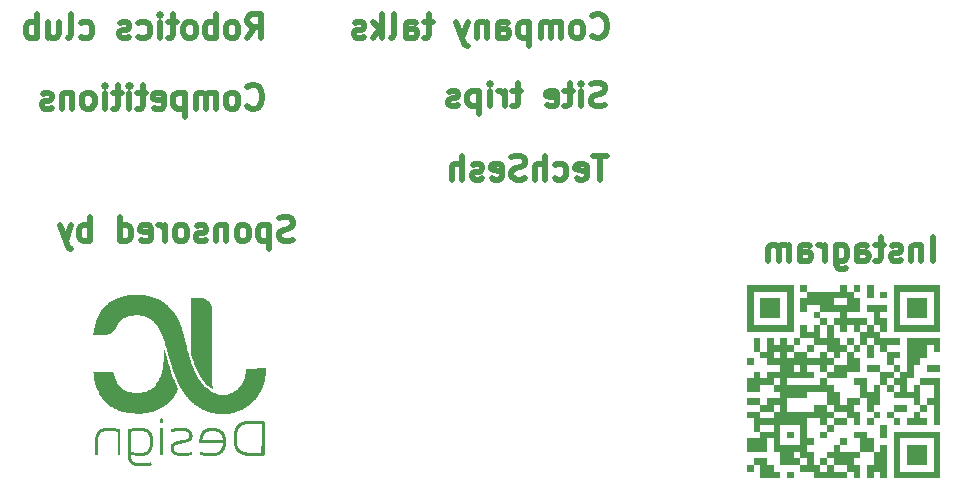
<source format=gbr>
%TF.GenerationSoftware,KiCad,Pcbnew,7.0.6-7.0.6~ubuntu22.04.1*%
%TF.CreationDate,2023-08-22T06:29:40+01:00*%
%TF.ProjectId,elecsoc_card,656c6563-736f-4635-9f63-6172642e6b69,rev?*%
%TF.SameCoordinates,Original*%
%TF.FileFunction,Legend,Bot*%
%TF.FilePolarity,Positive*%
%FSLAX46Y46*%
G04 Gerber Fmt 4.6, Leading zero omitted, Abs format (unit mm)*
G04 Created by KiCad (PCBNEW 7.0.6-7.0.6~ubuntu22.04.1) date 2023-08-22 06:29:40*
%MOMM*%
%LPD*%
G01*
G04 APERTURE LIST*
%ADD10C,0.000000*%
%ADD11C,0.500000*%
G04 APERTURE END LIST*
D10*
G36*
X168877894Y-90618978D02*
G01*
X167749005Y-90618978D01*
X167749005Y-90054533D01*
X168877894Y-90054533D01*
X168877894Y-90618978D01*
G37*
G36*
X172264561Y-85538978D02*
G01*
X171700116Y-85538978D01*
X171700116Y-84974534D01*
X172264561Y-84974534D01*
X172264561Y-85538978D01*
G37*
G36*
X168313449Y-87232311D02*
G01*
X167749005Y-87232311D01*
X167749005Y-86667867D01*
X168313449Y-86667867D01*
X168313449Y-87232311D01*
G37*
G36*
X169442338Y-95698978D02*
G01*
X170006782Y-95698978D01*
X170006782Y-96263423D01*
X170571228Y-96263423D01*
X170571228Y-96827867D01*
X168877894Y-96827867D01*
X168877894Y-95698978D01*
X168313449Y-95698978D01*
X168313449Y-95134534D01*
X169442338Y-95134534D01*
X169442338Y-95698978D01*
G37*
G36*
X182989005Y-83281200D02*
G01*
X181295672Y-83281200D01*
X181295672Y-81587867D01*
X182989005Y-81587867D01*
X182989005Y-83281200D01*
G37*
G36*
X120722565Y-92900418D02*
G01*
X120736491Y-92925373D01*
X120748923Y-92950964D01*
X120759879Y-92977250D01*
X120769378Y-93004289D01*
X120777437Y-93032137D01*
X120784074Y-93060854D01*
X120789308Y-93090497D01*
X120793156Y-93121124D01*
X120795637Y-93152793D01*
X120796768Y-93185561D01*
X120797278Y-93225329D01*
X120796908Y-93262351D01*
X120795591Y-93296833D01*
X120793257Y-93328982D01*
X120789838Y-93359005D01*
X120785265Y-93387106D01*
X120779470Y-93413493D01*
X120772383Y-93438371D01*
X120763936Y-93461947D01*
X120754060Y-93484427D01*
X120742686Y-93506018D01*
X120729746Y-93526924D01*
X120715171Y-93547353D01*
X120698893Y-93567511D01*
X120680842Y-93587604D01*
X120674990Y-93593555D01*
X120660949Y-93607838D01*
X120639769Y-93627605D01*
X120616292Y-93646982D01*
X120590883Y-93665809D01*
X120563907Y-93683927D01*
X120535731Y-93701177D01*
X120506719Y-93717399D01*
X120477237Y-93732435D01*
X120447650Y-93746126D01*
X120418324Y-93758311D01*
X120389623Y-93768833D01*
X120361914Y-93777532D01*
X120335561Y-93784248D01*
X120310930Y-93788823D01*
X120288386Y-93791097D01*
X120268294Y-93790911D01*
X120259283Y-93789846D01*
X120251021Y-93788107D01*
X120246047Y-93786860D01*
X120241326Y-93785893D01*
X120236881Y-93785193D01*
X120232732Y-93784749D01*
X120228901Y-93784552D01*
X120225410Y-93784590D01*
X120222281Y-93784852D01*
X120219535Y-93785328D01*
X120217195Y-93786006D01*
X120215281Y-93786876D01*
X120214491Y-93787379D01*
X120213816Y-93787927D01*
X120213259Y-93788517D01*
X120212822Y-93789148D01*
X120212507Y-93789818D01*
X120212319Y-93790527D01*
X120212259Y-93791274D01*
X120212330Y-93792056D01*
X120212534Y-93792872D01*
X120212876Y-93793722D01*
X120213357Y-93794603D01*
X120213979Y-93795514D01*
X120214430Y-93796693D01*
X120214400Y-93797914D01*
X120213902Y-93799174D01*
X120212947Y-93800472D01*
X120211547Y-93801807D01*
X120209714Y-93803176D01*
X120207460Y-93804577D01*
X120204796Y-93806009D01*
X120198286Y-93808959D01*
X120190278Y-93812009D01*
X120180867Y-93815147D01*
X120170147Y-93818357D01*
X120158211Y-93821624D01*
X120145153Y-93824936D01*
X120131068Y-93828276D01*
X120116050Y-93831630D01*
X120100193Y-93834985D01*
X120083591Y-93838325D01*
X120048527Y-93844904D01*
X120027135Y-93848565D01*
X119803883Y-93886783D01*
X119700604Y-93906983D01*
X119609158Y-93927128D01*
X119528897Y-93947549D01*
X119459173Y-93968573D01*
X119399339Y-93990531D01*
X119348748Y-94013752D01*
X119306751Y-94038564D01*
X119272701Y-94065296D01*
X119245952Y-94094279D01*
X119225854Y-94125841D01*
X119211762Y-94160311D01*
X119203026Y-94198019D01*
X119199001Y-94239294D01*
X119199037Y-94284464D01*
X119200172Y-94304387D01*
X119202181Y-94323870D01*
X119205058Y-94342904D01*
X119208795Y-94361485D01*
X119213383Y-94379604D01*
X119218815Y-94397255D01*
X119225084Y-94414431D01*
X119232182Y-94431126D01*
X119240101Y-94447333D01*
X119248833Y-94463044D01*
X119258372Y-94478253D01*
X119268708Y-94492954D01*
X119279834Y-94507139D01*
X119291744Y-94520802D01*
X119304428Y-94533936D01*
X119317880Y-94546534D01*
X119332091Y-94558590D01*
X119347054Y-94570096D01*
X119362762Y-94581046D01*
X119379206Y-94591433D01*
X119396379Y-94601250D01*
X119414273Y-94610491D01*
X119432881Y-94619149D01*
X119452194Y-94627216D01*
X119472206Y-94634686D01*
X119492908Y-94641553D01*
X119513141Y-94647473D01*
X119514293Y-94647810D01*
X119536353Y-94653449D01*
X119559081Y-94658464D01*
X119582468Y-94662849D01*
X119606507Y-94666595D01*
X119631190Y-94669698D01*
X119747254Y-94678630D01*
X119872578Y-94683280D01*
X120003459Y-94683762D01*
X120136192Y-94680193D01*
X120267072Y-94672688D01*
X120392397Y-94661364D01*
X120508461Y-94646335D01*
X120561862Y-94637468D01*
X120611560Y-94627718D01*
X120764665Y-94595616D01*
X120779018Y-94715216D01*
X120779482Y-94719088D01*
X120781840Y-94744141D01*
X120783297Y-94766600D01*
X120783763Y-94786592D01*
X120783148Y-94804244D01*
X120782406Y-94812232D01*
X120781360Y-94819682D01*
X120779999Y-94826611D01*
X120778310Y-94833033D01*
X120776283Y-94838965D01*
X120773907Y-94844423D01*
X120771170Y-94849423D01*
X120768061Y-94853980D01*
X120764568Y-94858110D01*
X120760681Y-94861829D01*
X120756387Y-94865153D01*
X120751677Y-94868097D01*
X120746537Y-94870678D01*
X120740958Y-94872911D01*
X120734927Y-94874812D01*
X120728434Y-94876398D01*
X120721467Y-94877683D01*
X120714015Y-94878683D01*
X120697609Y-94879895D01*
X120679128Y-94880158D01*
X120658480Y-94879601D01*
X120650501Y-94879252D01*
X120642346Y-94879123D01*
X120634068Y-94879205D01*
X120625720Y-94879485D01*
X120609037Y-94880599D01*
X120592730Y-94882378D01*
X120577233Y-94884737D01*
X120562981Y-94887588D01*
X120556457Y-94889170D01*
X120550407Y-94890843D01*
X120544885Y-94892596D01*
X120539946Y-94894418D01*
X120535441Y-94896183D01*
X120530299Y-94897775D01*
X120524579Y-94899193D01*
X120518338Y-94900437D01*
X120511634Y-94901507D01*
X120504525Y-94902405D01*
X120497068Y-94903128D01*
X120489322Y-94903678D01*
X120481345Y-94904054D01*
X120473193Y-94904256D01*
X120464927Y-94904285D01*
X120456602Y-94904140D01*
X120448277Y-94903822D01*
X120440010Y-94903330D01*
X120431859Y-94902664D01*
X120423882Y-94901825D01*
X120416623Y-94900985D01*
X120409683Y-94900315D01*
X120403089Y-94899812D01*
X120396872Y-94899471D01*
X120391061Y-94899290D01*
X120385683Y-94899264D01*
X120380768Y-94899390D01*
X120376345Y-94899665D01*
X120372443Y-94900084D01*
X120369091Y-94900644D01*
X120366318Y-94901341D01*
X120364152Y-94902173D01*
X120362623Y-94903134D01*
X120362107Y-94903663D01*
X120361760Y-94904222D01*
X120361587Y-94904813D01*
X120361591Y-94905434D01*
X120361776Y-94906084D01*
X120362146Y-94906764D01*
X120362510Y-94907704D01*
X120362225Y-94908672D01*
X120361306Y-94909664D01*
X120359768Y-94910681D01*
X120357628Y-94911719D01*
X120354902Y-94912777D01*
X120347754Y-94914945D01*
X120338449Y-94917171D01*
X120327115Y-94919440D01*
X120313879Y-94921738D01*
X120298866Y-94924051D01*
X120282204Y-94926364D01*
X120264019Y-94928662D01*
X120223587Y-94933157D01*
X120178582Y-94937421D01*
X120130018Y-94941338D01*
X120033898Y-94946131D01*
X119935665Y-94947742D01*
X119839921Y-94946459D01*
X119751267Y-94942571D01*
X119674304Y-94936369D01*
X119613634Y-94928140D01*
X119590847Y-94923357D01*
X119573858Y-94918176D01*
X119563243Y-94912633D01*
X119560505Y-94909737D01*
X119559576Y-94906764D01*
X119559490Y-94905860D01*
X119559235Y-94904999D01*
X119558815Y-94904183D01*
X119558236Y-94903412D01*
X119557500Y-94902686D01*
X119556614Y-94902005D01*
X119555581Y-94901371D01*
X119554406Y-94900783D01*
X119553094Y-94900243D01*
X119551648Y-94899749D01*
X119550075Y-94899304D01*
X119548377Y-94898907D01*
X119546560Y-94898559D01*
X119544628Y-94898260D01*
X119542586Y-94898011D01*
X119540438Y-94897812D01*
X119535843Y-94897567D01*
X119530879Y-94897528D01*
X119525582Y-94897699D01*
X119519988Y-94898083D01*
X119514134Y-94898684D01*
X119508056Y-94899505D01*
X119501789Y-94900551D01*
X119495371Y-94901825D01*
X119486949Y-94903069D01*
X119479271Y-94904024D01*
X119472332Y-94904690D01*
X119466123Y-94905066D01*
X119460638Y-94905153D01*
X119455869Y-94904951D01*
X119451810Y-94904459D01*
X119448452Y-94903678D01*
X119447033Y-94903178D01*
X119445788Y-94902607D01*
X119444714Y-94901963D01*
X119443812Y-94901247D01*
X119443079Y-94900458D01*
X119442515Y-94899598D01*
X119442120Y-94898664D01*
X119441892Y-94897659D01*
X119441830Y-94896581D01*
X119441934Y-94895430D01*
X119442203Y-94894208D01*
X119442635Y-94892913D01*
X119443986Y-94890106D01*
X119445982Y-94887009D01*
X119447660Y-94883885D01*
X119448367Y-94882412D01*
X119448987Y-94880999D01*
X119449518Y-94879649D01*
X119449959Y-94878360D01*
X119450311Y-94877135D01*
X119450574Y-94875974D01*
X119450745Y-94874878D01*
X119450826Y-94873848D01*
X119450816Y-94872885D01*
X119450714Y-94871990D01*
X119450519Y-94871163D01*
X119450232Y-94870406D01*
X119449852Y-94869720D01*
X119449378Y-94869105D01*
X119448810Y-94868563D01*
X119448147Y-94868094D01*
X119447390Y-94867699D01*
X119446537Y-94867379D01*
X119445588Y-94867135D01*
X119444543Y-94866968D01*
X119443401Y-94866878D01*
X119442162Y-94866867D01*
X119440825Y-94866936D01*
X119439391Y-94867086D01*
X119437857Y-94867316D01*
X119436225Y-94867630D01*
X119434493Y-94868026D01*
X119432661Y-94868506D01*
X119430729Y-94869072D01*
X119428696Y-94869723D01*
X119418681Y-94872691D01*
X119407669Y-94874225D01*
X119395733Y-94874379D01*
X119382948Y-94873210D01*
X119369387Y-94870773D01*
X119355124Y-94867124D01*
X119340233Y-94862318D01*
X119324786Y-94856411D01*
X119292524Y-94841516D01*
X119258926Y-94822885D01*
X119224584Y-94800962D01*
X119190086Y-94776193D01*
X119156022Y-94749021D01*
X119137403Y-94732606D01*
X119217954Y-94732606D01*
X119217978Y-94734117D01*
X119218124Y-94735661D01*
X119218394Y-94737236D01*
X119218793Y-94738842D01*
X119219299Y-94740238D01*
X119219888Y-94741645D01*
X119220556Y-94743060D01*
X119221301Y-94744480D01*
X119223004Y-94747323D01*
X119224967Y-94750147D01*
X119227161Y-94752928D01*
X119229558Y-94755641D01*
X119232129Y-94758259D01*
X119234844Y-94760758D01*
X119237676Y-94763112D01*
X119240594Y-94765297D01*
X119243569Y-94767286D01*
X119246574Y-94769054D01*
X119249579Y-94770576D01*
X119252555Y-94771827D01*
X119254023Y-94772343D01*
X119255473Y-94772782D01*
X119256901Y-94773140D01*
X119258304Y-94773414D01*
X119262211Y-94774253D01*
X119265601Y-94774919D01*
X119268478Y-94775411D01*
X119270844Y-94775729D01*
X119272704Y-94775874D01*
X119273445Y-94775881D01*
X119274061Y-94775845D01*
X119274552Y-94775766D01*
X119274919Y-94775643D01*
X119275162Y-94775476D01*
X119275281Y-94775267D01*
X119275278Y-94775013D01*
X119275152Y-94774717D01*
X119274904Y-94774377D01*
X119274534Y-94773993D01*
X119273431Y-94773096D01*
X119271847Y-94772025D01*
X119269786Y-94770781D01*
X119267251Y-94769363D01*
X119264246Y-94767771D01*
X119260774Y-94766006D01*
X119258987Y-94765079D01*
X119257330Y-94764152D01*
X119255802Y-94763224D01*
X119254403Y-94762292D01*
X119253132Y-94761357D01*
X119251989Y-94760417D01*
X119250974Y-94759472D01*
X119250086Y-94758521D01*
X119249324Y-94757562D01*
X119248689Y-94756595D01*
X119248179Y-94755619D01*
X119247795Y-94754633D01*
X119247535Y-94753637D01*
X119247400Y-94752628D01*
X119247389Y-94751607D01*
X119247501Y-94750572D01*
X119247736Y-94749523D01*
X119248093Y-94748459D01*
X119248573Y-94747378D01*
X119249174Y-94746280D01*
X119249897Y-94745164D01*
X119250740Y-94744029D01*
X119251703Y-94742874D01*
X119252787Y-94741698D01*
X119253989Y-94740501D01*
X119255311Y-94739281D01*
X119256751Y-94738037D01*
X119258309Y-94736769D01*
X119259985Y-94735476D01*
X119261778Y-94734156D01*
X119263687Y-94732810D01*
X119265713Y-94731435D01*
X119270458Y-94728337D01*
X119274505Y-94725517D01*
X119276266Y-94724208D01*
X119277851Y-94722965D01*
X119279259Y-94721786D01*
X119280491Y-94720669D01*
X119281545Y-94719615D01*
X119282422Y-94718620D01*
X119283120Y-94717684D01*
X119283640Y-94716806D01*
X119283981Y-94715984D01*
X119284142Y-94715216D01*
X119284124Y-94714502D01*
X119283925Y-94713839D01*
X119283545Y-94713228D01*
X119282984Y-94712665D01*
X119282241Y-94712151D01*
X119281315Y-94711683D01*
X119280207Y-94711261D01*
X119278916Y-94710882D01*
X119277442Y-94710546D01*
X119275783Y-94710251D01*
X119273940Y-94709995D01*
X119271912Y-94709778D01*
X119267299Y-94709455D01*
X119261941Y-94709268D01*
X119255834Y-94709209D01*
X119251295Y-94709351D01*
X119246950Y-94709773D01*
X119242823Y-94710462D01*
X119238934Y-94711408D01*
X119235306Y-94712600D01*
X119231960Y-94714027D01*
X119230400Y-94714825D01*
X119228918Y-94715678D01*
X119227518Y-94716585D01*
X119226201Y-94717543D01*
X119224972Y-94718552D01*
X119223832Y-94719610D01*
X119222784Y-94720717D01*
X119221832Y-94721869D01*
X119220976Y-94723068D01*
X119220222Y-94724309D01*
X119219570Y-94725594D01*
X119219024Y-94726919D01*
X119218587Y-94728285D01*
X119218261Y-94729689D01*
X119218049Y-94731129D01*
X119217954Y-94732606D01*
X119137403Y-94732606D01*
X119122982Y-94719892D01*
X119091555Y-94689252D01*
X119062331Y-94657544D01*
X119054405Y-94647849D01*
X119098562Y-94647849D01*
X119098678Y-94650457D01*
X119099025Y-94653029D01*
X119099285Y-94654295D01*
X119099604Y-94655543D01*
X119099980Y-94656772D01*
X119100414Y-94657977D01*
X119100906Y-94659158D01*
X119101456Y-94660311D01*
X119102064Y-94661432D01*
X119102729Y-94662521D01*
X119103453Y-94663573D01*
X119104234Y-94664586D01*
X119105073Y-94665558D01*
X119105970Y-94666485D01*
X119106925Y-94667366D01*
X119107938Y-94668197D01*
X119109009Y-94668975D01*
X119110138Y-94669698D01*
X119111288Y-94670342D01*
X119112422Y-94670886D01*
X119113539Y-94671332D01*
X119114638Y-94671680D01*
X119115716Y-94671933D01*
X119116774Y-94672091D01*
X119117808Y-94672156D01*
X119118819Y-94672129D01*
X119119805Y-94672011D01*
X119120763Y-94671805D01*
X119121694Y-94671511D01*
X119122596Y-94671130D01*
X119123466Y-94670665D01*
X119124305Y-94670116D01*
X119125110Y-94669484D01*
X119125880Y-94668772D01*
X119126614Y-94667980D01*
X119127311Y-94667110D01*
X119127968Y-94666163D01*
X119128586Y-94665140D01*
X119129162Y-94664043D01*
X119129695Y-94662874D01*
X119130183Y-94661633D01*
X119130626Y-94660322D01*
X119131022Y-94658942D01*
X119131369Y-94657495D01*
X119131667Y-94655981D01*
X119131914Y-94654404D01*
X119132108Y-94652762D01*
X119132248Y-94651059D01*
X119132334Y-94649296D01*
X119132362Y-94647473D01*
X119132274Y-94640035D01*
X119132001Y-94633466D01*
X119131532Y-94627765D01*
X119130858Y-94622933D01*
X119130440Y-94620842D01*
X119129966Y-94618968D01*
X119129435Y-94617311D01*
X119128846Y-94615871D01*
X119128198Y-94614649D01*
X119127488Y-94613643D01*
X119126716Y-94612855D01*
X119125880Y-94612283D01*
X119124979Y-94611928D01*
X119124012Y-94611791D01*
X119122977Y-94611871D01*
X119121872Y-94612167D01*
X119120697Y-94612681D01*
X119119451Y-94613412D01*
X119118130Y-94614359D01*
X119116736Y-94615524D01*
X119115265Y-94616906D01*
X119113717Y-94618505D01*
X119110384Y-94622354D01*
X119106725Y-94627071D01*
X119102729Y-94632657D01*
X119102064Y-94633828D01*
X119101456Y-94635026D01*
X119100906Y-94636247D01*
X119100414Y-94637490D01*
X119099980Y-94638750D01*
X119099604Y-94640025D01*
X119099025Y-94642612D01*
X119098678Y-94645227D01*
X119098562Y-94647849D01*
X119054405Y-94647849D01*
X119035899Y-94625214D01*
X119012850Y-94592706D01*
X119002778Y-94576525D01*
X118993773Y-94560467D01*
X118985908Y-94544586D01*
X118979257Y-94528940D01*
X118969038Y-94497764D01*
X118960592Y-94463818D01*
X118953896Y-94427570D01*
X118948929Y-94389493D01*
X118945670Y-94350055D01*
X118944096Y-94309728D01*
X118944187Y-94268981D01*
X118945919Y-94228284D01*
X118949273Y-94188109D01*
X118954225Y-94148924D01*
X118960754Y-94111202D01*
X118968839Y-94075410D01*
X118978457Y-94042021D01*
X118989588Y-94011504D01*
X119002209Y-93984329D01*
X119016298Y-93960967D01*
X119022340Y-93951887D01*
X119028400Y-93943194D01*
X119028558Y-93942978D01*
X119114946Y-93942978D01*
X119115076Y-93943373D01*
X119115409Y-93943557D01*
X119115945Y-93943532D01*
X119116682Y-93943299D01*
X119117623Y-93942857D01*
X119120112Y-93941349D01*
X119123411Y-93939012D01*
X119127520Y-93935851D01*
X119132439Y-93931869D01*
X119138169Y-93927069D01*
X119144709Y-93921455D01*
X119152233Y-93915583D01*
X119159058Y-93910010D01*
X119165182Y-93904749D01*
X119170600Y-93899809D01*
X119175309Y-93895203D01*
X119179306Y-93890940D01*
X119182586Y-93887031D01*
X119185147Y-93883488D01*
X119186034Y-93882055D01*
X119379833Y-93882055D01*
X119379909Y-93883007D01*
X119380117Y-93883913D01*
X119380459Y-93884772D01*
X119380937Y-93885582D01*
X119381550Y-93886343D01*
X119382302Y-93887053D01*
X119383193Y-93887710D01*
X119384225Y-93888313D01*
X119385398Y-93888861D01*
X119386715Y-93889353D01*
X119395901Y-93892359D01*
X119404059Y-93894876D01*
X119411263Y-93896879D01*
X119417584Y-93898344D01*
X119423094Y-93899244D01*
X119425568Y-93899474D01*
X119427866Y-93899554D01*
X119429999Y-93899481D01*
X119431973Y-93899250D01*
X119433800Y-93898859D01*
X119435487Y-93898305D01*
X119437044Y-93897585D01*
X119438480Y-93896695D01*
X119439803Y-93895632D01*
X119441024Y-93894393D01*
X119442150Y-93892976D01*
X119443192Y-93891376D01*
X119444158Y-93889591D01*
X119445056Y-93887617D01*
X119446689Y-93883091D01*
X119448162Y-93877773D01*
X119449549Y-93871637D01*
X119450921Y-93864658D01*
X119451698Y-93858551D01*
X119452156Y-93853189D01*
X119452257Y-93850786D01*
X119452267Y-93848565D01*
X119452183Y-93846528D01*
X119452001Y-93844672D01*
X119451719Y-93842997D01*
X119451331Y-93841502D01*
X119450835Y-93840186D01*
X119450226Y-93839048D01*
X119449502Y-93838088D01*
X119448659Y-93837304D01*
X119447692Y-93836695D01*
X119446599Y-93836261D01*
X119445376Y-93836000D01*
X119444019Y-93835912D01*
X119442524Y-93835996D01*
X119440889Y-93836251D01*
X119439108Y-93836676D01*
X119437180Y-93837270D01*
X119435099Y-93838032D01*
X119432863Y-93838961D01*
X119430468Y-93840057D01*
X119427910Y-93841318D01*
X119422291Y-93844334D01*
X119415977Y-93848000D01*
X119408940Y-93852311D01*
X119404051Y-93855521D01*
X119399579Y-93858663D01*
X119395533Y-93861725D01*
X119391924Y-93864697D01*
X119388764Y-93867567D01*
X119386064Y-93870326D01*
X119383834Y-93872961D01*
X119382899Y-93874229D01*
X119382285Y-93875159D01*
X119382085Y-93875462D01*
X119381394Y-93876660D01*
X119380828Y-93877819D01*
X119380387Y-93878940D01*
X119380074Y-93880020D01*
X119379889Y-93881059D01*
X119379833Y-93882055D01*
X119186034Y-93882055D01*
X119186156Y-93881857D01*
X119186984Y-93880321D01*
X119187630Y-93878882D01*
X119188094Y-93877541D01*
X119188375Y-93876300D01*
X119188473Y-93875159D01*
X119188388Y-93874121D01*
X119188118Y-93873186D01*
X119187664Y-93872356D01*
X119187025Y-93871632D01*
X119186201Y-93871016D01*
X119185191Y-93870509D01*
X119183994Y-93870112D01*
X119182611Y-93869827D01*
X119181041Y-93869655D01*
X119179283Y-93869597D01*
X119178777Y-93869655D01*
X119178187Y-93869825D01*
X119177517Y-93870104D01*
X119176770Y-93870490D01*
X119175055Y-93871567D01*
X119173070Y-93873031D01*
X119170839Y-93874858D01*
X119168387Y-93877020D01*
X119165739Y-93879494D01*
X119162922Y-93882253D01*
X119159960Y-93885273D01*
X119156879Y-93888528D01*
X119153703Y-93891993D01*
X119150459Y-93895643D01*
X119147171Y-93899451D01*
X119143866Y-93903394D01*
X119140567Y-93907444D01*
X119137301Y-93911579D01*
X119131687Y-93918553D01*
X119126883Y-93924664D01*
X119122890Y-93929913D01*
X119119707Y-93934305D01*
X119117334Y-93937843D01*
X119115771Y-93940532D01*
X119115293Y-93941558D01*
X119115019Y-93942374D01*
X119114946Y-93942978D01*
X119028558Y-93942978D01*
X119034438Y-93934928D01*
X119040414Y-93927128D01*
X119046289Y-93919835D01*
X119052024Y-93913088D01*
X119057577Y-93906927D01*
X119062909Y-93901392D01*
X119067981Y-93896522D01*
X119072753Y-93892358D01*
X119077185Y-93888939D01*
X119081237Y-93886305D01*
X119084870Y-93884496D01*
X119086516Y-93883913D01*
X119088043Y-93883551D01*
X119089444Y-93883415D01*
X119090716Y-93883511D01*
X119091854Y-93883842D01*
X119092851Y-93884414D01*
X119093791Y-93884827D01*
X119094758Y-93885140D01*
X119095749Y-93885354D01*
X119096763Y-93885471D01*
X119097796Y-93885492D01*
X119098847Y-93885418D01*
X119099913Y-93885251D01*
X119100993Y-93884993D01*
X119102083Y-93884644D01*
X119103182Y-93884206D01*
X119104287Y-93883681D01*
X119105396Y-93883069D01*
X119106507Y-93882372D01*
X119107618Y-93881591D01*
X119108726Y-93880728D01*
X119109829Y-93879784D01*
X119110925Y-93878761D01*
X119112011Y-93877659D01*
X119113085Y-93876480D01*
X119114146Y-93875226D01*
X119115190Y-93873898D01*
X119116215Y-93872497D01*
X119117220Y-93871025D01*
X119118202Y-93869482D01*
X119119158Y-93867871D01*
X119120087Y-93866192D01*
X119120986Y-93864448D01*
X119121853Y-93862638D01*
X119122686Y-93860766D01*
X119123482Y-93858831D01*
X119124239Y-93856836D01*
X119124955Y-93854782D01*
X119125828Y-93852858D01*
X119127053Y-93850797D01*
X119128619Y-93848604D01*
X119130515Y-93846288D01*
X119135258Y-93841308D01*
X119141199Y-93835913D01*
X119148253Y-93830156D01*
X119156338Y-93824091D01*
X119165372Y-93817773D01*
X119175269Y-93811257D01*
X119185948Y-93804595D01*
X119197325Y-93797844D01*
X119209318Y-93791056D01*
X119221841Y-93784286D01*
X119234814Y-93777588D01*
X119248152Y-93771018D01*
X119261771Y-93764628D01*
X119275590Y-93758473D01*
X119327531Y-93735515D01*
X119367461Y-93718344D01*
X119396569Y-93706730D01*
X119407435Y-93702934D01*
X119416040Y-93700441D01*
X119422532Y-93699220D01*
X119427061Y-93699245D01*
X119428635Y-93699714D01*
X119429773Y-93700484D01*
X119430495Y-93701551D01*
X119430818Y-93702910D01*
X119430344Y-93706494D01*
X119428498Y-93711206D01*
X119425430Y-93717018D01*
X119421288Y-93723900D01*
X119420665Y-93725231D01*
X119420186Y-93726448D01*
X119419847Y-93727551D01*
X119419648Y-93728540D01*
X119419586Y-93729418D01*
X119419606Y-93729815D01*
X119419660Y-93730184D01*
X119419747Y-93730526D01*
X119419868Y-93730840D01*
X119420021Y-93731127D01*
X119420207Y-93731386D01*
X119420426Y-93731619D01*
X119420677Y-93731824D01*
X119420961Y-93732003D01*
X119421276Y-93732154D01*
X119421622Y-93732279D01*
X119422001Y-93732378D01*
X119422850Y-93732496D01*
X119423823Y-93732508D01*
X119424917Y-93732417D01*
X119426130Y-93732223D01*
X119427461Y-93731926D01*
X119428908Y-93731529D01*
X119430468Y-93731030D01*
X119432141Y-93730433D01*
X119433924Y-93729737D01*
X119435816Y-93728943D01*
X119437814Y-93728052D01*
X119439917Y-93727066D01*
X119442123Y-93725984D01*
X119444431Y-93724809D01*
X119446838Y-93723540D01*
X119451943Y-93720727D01*
X119457425Y-93717552D01*
X119463268Y-93714023D01*
X119481289Y-93705011D01*
X119509392Y-93694822D01*
X119546140Y-93683730D01*
X119590097Y-93672004D01*
X119693896Y-93647739D01*
X119809299Y-93624197D01*
X119924818Y-93603549D01*
X120028964Y-93587965D01*
X120073182Y-93582750D01*
X120110248Y-93579616D01*
X120138727Y-93578833D01*
X120157182Y-93580672D01*
X120161693Y-93581918D01*
X120165950Y-93582881D01*
X120169933Y-93583570D01*
X120173619Y-93583991D01*
X120176987Y-93584151D01*
X120180015Y-93584058D01*
X120182681Y-93583720D01*
X120183871Y-93583460D01*
X120184963Y-93583142D01*
X120185954Y-93582766D01*
X120186841Y-93582333D01*
X120187621Y-93581844D01*
X120188291Y-93581300D01*
X120188850Y-93580701D01*
X120189293Y-93580050D01*
X120189619Y-93579345D01*
X120189825Y-93578589D01*
X120189908Y-93577783D01*
X120189865Y-93576927D01*
X120189693Y-93576022D01*
X120189391Y-93575069D01*
X120188955Y-93574069D01*
X120188382Y-93573022D01*
X120187670Y-93571931D01*
X120186815Y-93570795D01*
X120186193Y-93569645D01*
X120185713Y-93568511D01*
X120185373Y-93567394D01*
X120185171Y-93566295D01*
X120185104Y-93565217D01*
X120185171Y-93564159D01*
X120185370Y-93563124D01*
X120185697Y-93562114D01*
X120186150Y-93561128D01*
X120186728Y-93560169D01*
X120187428Y-93559238D01*
X120188248Y-93558337D01*
X120189185Y-93557466D01*
X120190238Y-93556628D01*
X120191404Y-93555823D01*
X120192680Y-93555052D01*
X120194065Y-93554318D01*
X120195557Y-93553622D01*
X120197152Y-93552964D01*
X120198849Y-93552347D01*
X120200646Y-93551771D01*
X120202539Y-93551238D01*
X120204528Y-93550749D01*
X120206609Y-93550306D01*
X120208781Y-93549910D01*
X120211041Y-93549563D01*
X120213387Y-93549265D01*
X120215817Y-93549019D01*
X120218328Y-93548824D01*
X120220918Y-93548684D01*
X120223585Y-93548599D01*
X120226327Y-93548570D01*
X120234851Y-93548291D01*
X120243733Y-93547469D01*
X120262437Y-93544277D01*
X120282177Y-93539161D01*
X120302687Y-93532287D01*
X120323703Y-93523821D01*
X120344961Y-93513930D01*
X120366198Y-93502780D01*
X120387149Y-93490538D01*
X120403035Y-93480285D01*
X120563714Y-93480285D01*
X120563772Y-93482406D01*
X120563946Y-93484617D01*
X120564235Y-93486916D01*
X120564641Y-93489304D01*
X120565161Y-93491778D01*
X120565798Y-93494338D01*
X120566551Y-93496983D01*
X120567419Y-93499712D01*
X120568403Y-93502524D01*
X120569502Y-93505419D01*
X120570718Y-93508395D01*
X120572049Y-93511451D01*
X120575059Y-93517802D01*
X120578531Y-93524464D01*
X120582467Y-93531430D01*
X120586866Y-93538692D01*
X120595799Y-93551769D01*
X120604041Y-93563208D01*
X120611538Y-93572990D01*
X120618235Y-93581097D01*
X120624079Y-93587511D01*
X120629015Y-93592214D01*
X120631126Y-93593919D01*
X120632989Y-93595189D01*
X120634598Y-93596022D01*
X120635946Y-93596415D01*
X120637026Y-93596368D01*
X120637832Y-93595877D01*
X120638357Y-93594940D01*
X120638594Y-93593555D01*
X120638536Y-93591720D01*
X120638176Y-93589432D01*
X120637508Y-93586689D01*
X120636524Y-93583489D01*
X120633585Y-93575709D01*
X120629304Y-93566073D01*
X120623627Y-93554563D01*
X120616498Y-93541162D01*
X120613345Y-93535555D01*
X120610373Y-93529876D01*
X120607589Y-93524167D01*
X120605000Y-93518474D01*
X120602614Y-93512838D01*
X120600438Y-93507303D01*
X120598478Y-93501914D01*
X120596743Y-93496712D01*
X120595240Y-93491742D01*
X120593975Y-93487046D01*
X120592956Y-93482669D01*
X120592190Y-93478654D01*
X120591685Y-93475044D01*
X120591447Y-93471883D01*
X120591485Y-93469213D01*
X120591804Y-93467079D01*
X120592007Y-93465951D01*
X120592152Y-93464880D01*
X120592240Y-93463869D01*
X120592272Y-93462917D01*
X120592248Y-93462024D01*
X120592168Y-93461192D01*
X120592033Y-93460420D01*
X120591843Y-93459709D01*
X120591599Y-93459060D01*
X120591301Y-93458473D01*
X120590950Y-93457948D01*
X120590545Y-93457486D01*
X120590089Y-93457087D01*
X120589580Y-93456752D01*
X120589020Y-93456481D01*
X120588409Y-93456275D01*
X120587747Y-93456134D01*
X120587035Y-93456058D01*
X120586273Y-93456049D01*
X120585462Y-93456106D01*
X120584602Y-93456230D01*
X120583694Y-93456421D01*
X120582737Y-93456680D01*
X120581734Y-93457007D01*
X120580683Y-93457404D01*
X120579586Y-93457869D01*
X120578442Y-93458404D01*
X120577253Y-93459009D01*
X120576019Y-93459685D01*
X120574740Y-93460431D01*
X120573416Y-93461249D01*
X120572049Y-93462139D01*
X120570718Y-93463116D01*
X120569502Y-93464193D01*
X120568402Y-93465369D01*
X120567419Y-93466644D01*
X120566550Y-93468017D01*
X120565798Y-93469487D01*
X120565161Y-93471052D01*
X120564640Y-93472712D01*
X120564235Y-93474466D01*
X120563946Y-93476314D01*
X120563772Y-93478253D01*
X120563714Y-93480285D01*
X120403035Y-93480285D01*
X120407551Y-93477370D01*
X120427138Y-93463442D01*
X120445647Y-93448920D01*
X120462815Y-93433972D01*
X120478376Y-93418764D01*
X120492067Y-93403461D01*
X120503624Y-93388231D01*
X120508519Y-93380695D01*
X120512782Y-93373240D01*
X120518915Y-93359082D01*
X120524343Y-93343549D01*
X120529055Y-93326771D01*
X120533039Y-93308880D01*
X120536286Y-93290005D01*
X120538784Y-93270276D01*
X120540522Y-93249823D01*
X120541489Y-93228777D01*
X120541676Y-93207269D01*
X120541070Y-93185427D01*
X120539661Y-93163383D01*
X120537438Y-93141266D01*
X120534390Y-93119208D01*
X120530507Y-93097337D01*
X120525777Y-93075785D01*
X120520190Y-93054681D01*
X120517763Y-93047449D01*
X120514663Y-93040116D01*
X120510912Y-93032697D01*
X120506531Y-93025207D01*
X120501543Y-93017661D01*
X120495969Y-93010074D01*
X120489830Y-93002461D01*
X120483149Y-92994836D01*
X120475947Y-92987215D01*
X120468245Y-92979612D01*
X120451432Y-92964523D01*
X120432882Y-92949686D01*
X120412770Y-92935222D01*
X120391268Y-92921250D01*
X120368551Y-92907889D01*
X120344792Y-92895259D01*
X120342509Y-92894167D01*
X120455985Y-92894167D01*
X120456099Y-92897753D01*
X120456239Y-92899457D01*
X120456433Y-92901098D01*
X120456680Y-92902676D01*
X120456978Y-92904189D01*
X120457325Y-92905636D01*
X120457721Y-92907016D01*
X120458164Y-92908327D01*
X120458652Y-92909568D01*
X120459185Y-92910737D01*
X120459761Y-92911834D01*
X120460379Y-92912857D01*
X120461036Y-92913804D01*
X120461733Y-92914674D01*
X120462467Y-92915466D01*
X120463237Y-92916179D01*
X120464042Y-92916810D01*
X120464881Y-92917359D01*
X120465751Y-92917825D01*
X120466653Y-92918205D01*
X120467584Y-92918500D01*
X120468542Y-92918706D01*
X120469528Y-92918823D01*
X120470539Y-92918850D01*
X120471573Y-92918786D01*
X120472631Y-92918628D01*
X120473709Y-92918375D01*
X120474808Y-92918027D01*
X120475925Y-92917581D01*
X120477059Y-92917037D01*
X120478210Y-92916393D01*
X120479338Y-92915670D01*
X120480409Y-92914892D01*
X120481422Y-92914061D01*
X120482377Y-92913181D01*
X120483274Y-92912253D01*
X120484113Y-92911281D01*
X120484895Y-92910268D01*
X120485618Y-92909216D01*
X120486284Y-92908127D01*
X120486891Y-92907006D01*
X120487441Y-92905853D01*
X120487933Y-92904672D01*
X120488367Y-92903466D01*
X120488743Y-92902238D01*
X120489062Y-92900989D01*
X120489322Y-92899724D01*
X120489525Y-92898444D01*
X120489670Y-92897152D01*
X120489756Y-92895851D01*
X120489785Y-92894544D01*
X120489756Y-92893233D01*
X120489670Y-92891921D01*
X120489525Y-92890611D01*
X120489322Y-92889306D01*
X120489062Y-92888008D01*
X120488744Y-92886720D01*
X120488368Y-92885444D01*
X120487933Y-92884184D01*
X120487442Y-92882942D01*
X120486892Y-92881720D01*
X120486284Y-92880523D01*
X120485619Y-92879351D01*
X120481623Y-92873766D01*
X120479752Y-92871299D01*
X120477964Y-92869049D01*
X120476258Y-92867016D01*
X120474631Y-92865200D01*
X120473083Y-92863601D01*
X120471612Y-92862219D01*
X120470217Y-92861054D01*
X120468897Y-92860106D01*
X120467650Y-92859376D01*
X120466475Y-92858862D01*
X120465371Y-92858565D01*
X120464336Y-92858486D01*
X120463368Y-92858623D01*
X120462467Y-92858978D01*
X120461631Y-92859549D01*
X120460859Y-92860338D01*
X120460150Y-92861343D01*
X120459501Y-92862566D01*
X120458912Y-92864006D01*
X120458381Y-92865662D01*
X120457908Y-92867536D01*
X120457490Y-92869627D01*
X120457126Y-92871935D01*
X120456815Y-92874460D01*
X120456556Y-92877202D01*
X120456346Y-92880161D01*
X120456073Y-92886730D01*
X120455985Y-92894167D01*
X120342509Y-92894167D01*
X120320166Y-92883479D01*
X120294844Y-92872669D01*
X120269002Y-92862947D01*
X120242812Y-92854434D01*
X120216449Y-92847248D01*
X120194327Y-92843313D01*
X120162174Y-92839849D01*
X120073028Y-92834361D01*
X119959516Y-92830840D01*
X119832141Y-92829344D01*
X119701410Y-92829933D01*
X119577827Y-92832662D01*
X119471896Y-92837592D01*
X119428834Y-92840899D01*
X119394123Y-92844778D01*
X119368131Y-92848101D01*
X119338985Y-92852379D01*
X119307698Y-92857410D01*
X119275281Y-92862990D01*
X119211115Y-92874990D01*
X119154588Y-92886759D01*
X119129561Y-92892149D01*
X119107171Y-92896193D01*
X119087278Y-92898762D01*
X119078223Y-92899452D01*
X119069739Y-92899724D01*
X119061809Y-92899562D01*
X119054414Y-92898950D01*
X119047538Y-92897871D01*
X119041162Y-92896309D01*
X119035269Y-92894248D01*
X119029841Y-92891672D01*
X119024862Y-92888563D01*
X119020312Y-92884907D01*
X119016174Y-92880687D01*
X119012431Y-92875886D01*
X119009066Y-92870488D01*
X119006059Y-92864476D01*
X119003395Y-92857836D01*
X119001055Y-92850550D01*
X118999021Y-92842601D01*
X118997277Y-92833975D01*
X118995803Y-92824654D01*
X118994583Y-92814622D01*
X118992834Y-92792361D01*
X118991889Y-92767061D01*
X118991605Y-92738593D01*
X118991699Y-92722776D01*
X118992015Y-92708602D01*
X118992597Y-92695976D01*
X118993495Y-92684804D01*
X118994755Y-92674993D01*
X118996423Y-92666447D01*
X118998547Y-92659074D01*
X118999794Y-92655797D01*
X119001173Y-92652779D01*
X119002690Y-92650006D01*
X119004350Y-92647467D01*
X119006159Y-92645151D01*
X119008123Y-92643046D01*
X119010249Y-92641139D01*
X119012541Y-92639420D01*
X119015006Y-92637876D01*
X119017649Y-92636496D01*
X119023495Y-92634180D01*
X119030127Y-92632377D01*
X119037590Y-92630994D01*
X119045932Y-92629936D01*
X119059833Y-92629604D01*
X119077032Y-92628663D01*
X119096894Y-92627202D01*
X119118781Y-92625306D01*
X119166086Y-92620561D01*
X119213854Y-92615121D01*
X119238935Y-92612458D01*
X119267256Y-92610027D01*
X119329918Y-92605860D01*
X119394432Y-92602618D01*
X119453390Y-92600303D01*
X119478427Y-92599145D01*
X119501351Y-92597525D01*
X119521671Y-92595442D01*
X119538895Y-92592895D01*
X119546192Y-92591448D01*
X119552530Y-92589886D01*
X119557848Y-92588207D01*
X119562084Y-92586413D01*
X119565178Y-92584503D01*
X119566277Y-92583504D01*
X119567067Y-92582477D01*
X119567540Y-92581421D01*
X119567689Y-92580336D01*
X119567507Y-92579221D01*
X119566984Y-92578078D01*
X119566888Y-92577160D01*
X119567511Y-92576257D01*
X119568839Y-92575371D01*
X119570853Y-92574504D01*
X119576871Y-92572831D01*
X119585428Y-92571249D01*
X119596388Y-92569767D01*
X119609612Y-92568398D01*
X119624962Y-92567152D01*
X119642303Y-92566040D01*
X119682402Y-92564260D01*
X119728810Y-92563146D01*
X119780427Y-92562784D01*
X119836154Y-92563261D01*
X119911872Y-92563749D01*
X119975176Y-92565306D01*
X120027541Y-92568080D01*
X120070443Y-92572213D01*
X120088806Y-92574835D01*
X120105358Y-92577851D01*
X120120281Y-92581280D01*
X120133761Y-92585139D01*
X120145982Y-92589447D01*
X120157129Y-92594221D01*
X120167386Y-92599480D01*
X120176938Y-92605242D01*
X120182808Y-92609205D01*
X120188359Y-92612756D01*
X120193563Y-92615888D01*
X120198391Y-92618593D01*
X120202814Y-92620863D01*
X120206803Y-92622692D01*
X120210328Y-92624073D01*
X120213362Y-92624998D01*
X120215875Y-92625460D01*
X120216927Y-92625515D01*
X120217838Y-92625451D01*
X120218604Y-92625269D01*
X120219222Y-92624965D01*
X120219688Y-92624541D01*
X120219999Y-92623995D01*
X120220150Y-92623325D01*
X120220139Y-92622532D01*
X120219961Y-92621614D01*
X120219613Y-92620571D01*
X120218393Y-92618102D01*
X120216449Y-92615121D01*
X120212648Y-92607612D01*
X120210901Y-92601265D01*
X120211106Y-92596043D01*
X120213160Y-92591907D01*
X120216961Y-92588817D01*
X120222407Y-92586737D01*
X120229396Y-92585627D01*
X120237825Y-92585448D01*
X120247593Y-92586164D01*
X120258597Y-92587734D01*
X120283905Y-92593286D01*
X120312932Y-92601797D01*
X120344860Y-92612959D01*
X120378871Y-92626466D01*
X120414149Y-92642009D01*
X120449875Y-92659281D01*
X120485232Y-92677975D01*
X120519403Y-92697783D01*
X120551570Y-92718398D01*
X120580915Y-92739511D01*
X120594274Y-92750159D01*
X120606621Y-92760817D01*
X120629891Y-92783167D01*
X120651558Y-92805807D01*
X120671641Y-92828794D01*
X120690158Y-92852187D01*
X120707126Y-92876042D01*
X120718844Y-92894544D01*
X120722565Y-92900418D01*
G37*
G36*
X177909005Y-89490089D02*
G01*
X178473450Y-89490089D01*
X178473450Y-88925645D01*
X179037894Y-88925645D01*
X179037894Y-90618978D01*
X178473450Y-90618978D01*
X178473450Y-91183423D01*
X177909005Y-91183423D01*
X177909005Y-90054533D01*
X177344561Y-90054533D01*
X177344561Y-88925645D01*
X176780116Y-88925645D01*
X176780116Y-88361200D01*
X177909005Y-88361200D01*
X177909005Y-89490089D01*
G37*
G36*
X179602338Y-96827867D02*
G01*
X179037894Y-96827867D01*
X179037894Y-96263423D01*
X178473450Y-96263423D01*
X178473450Y-96827867D01*
X177909005Y-96827867D01*
X177909005Y-95698978D01*
X178473450Y-95698978D01*
X178473450Y-94570090D01*
X179037894Y-94570090D01*
X179037894Y-94005644D01*
X179602338Y-94005644D01*
X179602338Y-96827867D01*
G37*
G36*
X171700116Y-84410089D02*
G01*
X167749005Y-84410089D01*
X167749005Y-83845645D01*
X168313449Y-83845645D01*
X171135672Y-83845645D01*
X171135672Y-81023422D01*
X168313449Y-81023422D01*
X168313449Y-83845645D01*
X167749005Y-83845645D01*
X167749005Y-80458978D01*
X171700116Y-80458978D01*
X171700116Y-81023422D01*
X171700116Y-84410089D01*
G37*
G36*
X121157307Y-81549539D02*
G01*
X121258322Y-81550209D01*
X121354708Y-81552124D01*
X121444843Y-81555139D01*
X121527106Y-81559108D01*
X121599878Y-81563888D01*
X121661537Y-81569333D01*
X121710463Y-81575299D01*
X121745035Y-81581641D01*
X121790357Y-81594555D01*
X121835469Y-81610985D01*
X121880219Y-81630801D01*
X121924456Y-81653873D01*
X121968027Y-81680070D01*
X122010780Y-81709262D01*
X122052564Y-81741319D01*
X122093227Y-81776111D01*
X122132616Y-81813507D01*
X122170580Y-81853377D01*
X122206967Y-81895592D01*
X122241625Y-81940020D01*
X122274401Y-81986532D01*
X122305145Y-82034997D01*
X122333704Y-82085285D01*
X122359926Y-82137266D01*
X122436479Y-82300251D01*
X122451296Y-85609306D01*
X122469200Y-88404717D01*
X122483245Y-88888883D01*
X122493161Y-89001840D01*
X122505624Y-89066528D01*
X122513708Y-89096856D01*
X122521212Y-89126258D01*
X122534022Y-89179505D01*
X122543128Y-89220714D01*
X122547604Y-89244328D01*
X122547073Y-89247825D01*
X122545497Y-89250453D01*
X122542900Y-89252227D01*
X122539308Y-89253159D01*
X122534748Y-89253266D01*
X122529243Y-89252559D01*
X122522819Y-89251055D01*
X122515501Y-89248765D01*
X122507316Y-89245706D01*
X122498288Y-89241889D01*
X122477804Y-89232044D01*
X122454252Y-89219340D01*
X122427836Y-89203891D01*
X122398758Y-89185809D01*
X122367219Y-89165205D01*
X122333423Y-89142192D01*
X122297573Y-89116882D01*
X122259871Y-89089387D01*
X122220519Y-89059819D01*
X122179720Y-89028291D01*
X122137677Y-88994914D01*
X122035997Y-88910269D01*
X121937396Y-88819203D01*
X121841768Y-88721546D01*
X121749009Y-88617128D01*
X121659014Y-88505779D01*
X121571677Y-88387330D01*
X121486894Y-88261609D01*
X121404560Y-88128448D01*
X121324570Y-87987676D01*
X121246820Y-87839123D01*
X121171203Y-87682619D01*
X121097616Y-87517994D01*
X121025953Y-87345078D01*
X120956110Y-87163700D01*
X120887982Y-86973692D01*
X120821463Y-86774883D01*
X120695521Y-86384712D01*
X120695521Y-81547070D01*
X121157307Y-81549539D01*
G37*
G36*
X182989005Y-95698978D02*
G01*
X181295672Y-95698978D01*
X181295672Y-94005644D01*
X182989005Y-94005644D01*
X182989005Y-95698978D01*
G37*
G36*
X118324854Y-94882070D02*
G01*
X118077910Y-94882070D01*
X118077910Y-92610182D01*
X118324854Y-92610182D01*
X118324854Y-94882070D01*
G37*
G36*
X178473450Y-81587867D02*
G01*
X177909005Y-81587867D01*
X177909005Y-80458978D01*
X178473450Y-80458978D01*
X178473450Y-81587867D01*
G37*
G36*
X117354526Y-93060604D02*
G01*
X117388113Y-93149179D01*
X117416021Y-93245292D01*
X117438228Y-93347597D01*
X117454713Y-93454750D01*
X117465452Y-93565405D01*
X117470426Y-93678216D01*
X117469684Y-93781889D01*
X117469612Y-93791837D01*
X117462989Y-93904922D01*
X117450534Y-94016127D01*
X117432227Y-94124105D01*
X117408045Y-94227511D01*
X117377967Y-94324998D01*
X117368026Y-94349915D01*
X117341971Y-94415223D01*
X117321747Y-94457190D01*
X117300035Y-94496837D01*
X117282826Y-94524836D01*
X117265390Y-94551474D01*
X117247614Y-94576838D01*
X117229385Y-94601017D01*
X117228255Y-94602405D01*
X117210593Y-94624095D01*
X117191124Y-94646161D01*
X117170866Y-94667301D01*
X117149707Y-94687601D01*
X117127536Y-94707150D01*
X117104240Y-94726032D01*
X117082998Y-94741880D01*
X117079706Y-94744336D01*
X117053823Y-94762148D01*
X117026479Y-94779555D01*
X116997561Y-94796643D01*
X116966958Y-94813500D01*
X116934557Y-94830212D01*
X116891129Y-94850880D01*
X116847697Y-94869385D01*
X116803968Y-94885763D01*
X116759651Y-94900051D01*
X116714450Y-94912283D01*
X116668074Y-94922497D01*
X116620229Y-94930729D01*
X116570622Y-94937015D01*
X116518961Y-94941391D01*
X116464953Y-94943893D01*
X116408303Y-94944557D01*
X116348720Y-94943420D01*
X116285910Y-94940518D01*
X116219581Y-94935886D01*
X116149439Y-94929562D01*
X116075191Y-94921581D01*
X115820220Y-94890096D01*
X115726536Y-94877826D01*
X115672672Y-94869723D01*
X115663873Y-94868039D01*
X115655534Y-94866699D01*
X115647648Y-94865715D01*
X115640212Y-94865098D01*
X115633220Y-94864858D01*
X115626669Y-94865008D01*
X115620554Y-94865558D01*
X115614871Y-94866521D01*
X115609614Y-94867906D01*
X115604780Y-94869726D01*
X115600363Y-94871992D01*
X115596360Y-94874715D01*
X115592765Y-94877907D01*
X115589575Y-94881578D01*
X115586784Y-94885740D01*
X115584388Y-94890405D01*
X115582384Y-94895583D01*
X115580765Y-94901286D01*
X115579528Y-94907526D01*
X115578668Y-94914313D01*
X115578181Y-94921659D01*
X115578062Y-94929575D01*
X115578306Y-94938073D01*
X115578909Y-94947163D01*
X115579867Y-94956858D01*
X115581175Y-94967168D01*
X115582828Y-94978105D01*
X115584823Y-94989679D01*
X115589816Y-95014788D01*
X115596119Y-95042584D01*
X115606715Y-95084724D01*
X115619077Y-95125041D01*
X115625213Y-95141738D01*
X115633232Y-95163563D01*
X115649211Y-95200320D01*
X115667043Y-95235341D01*
X115686755Y-95268654D01*
X115708377Y-95300289D01*
X115731938Y-95330274D01*
X115757467Y-95358639D01*
X115784992Y-95385412D01*
X115814544Y-95410623D01*
X115846150Y-95434300D01*
X115879839Y-95456471D01*
X115915641Y-95477167D01*
X115953585Y-95496416D01*
X115993699Y-95514247D01*
X116029242Y-95525797D01*
X116075822Y-95535460D01*
X116132263Y-95543255D01*
X116197390Y-95549206D01*
X116270025Y-95553333D01*
X116348995Y-95555659D01*
X116433123Y-95556206D01*
X116521234Y-95554994D01*
X116704701Y-95547383D01*
X116797706Y-95541027D01*
X116889991Y-95533001D01*
X116980381Y-95523324D01*
X117067700Y-95512020D01*
X117150771Y-95499110D01*
X117228421Y-95484615D01*
X117242335Y-95482038D01*
X117254538Y-95479975D01*
X117265171Y-95478592D01*
X117269943Y-95478207D01*
X117274376Y-95478055D01*
X117278486Y-95478156D01*
X117282292Y-95478531D01*
X117285812Y-95479201D01*
X117289062Y-95480187D01*
X117292061Y-95481509D01*
X117294827Y-95483188D01*
X117297376Y-95485245D01*
X117299726Y-95487701D01*
X117301896Y-95490577D01*
X117303902Y-95493893D01*
X117305763Y-95497670D01*
X117307496Y-95501929D01*
X117309119Y-95506692D01*
X117310649Y-95511977D01*
X117312104Y-95517807D01*
X117313501Y-95524203D01*
X117316194Y-95538772D01*
X117318869Y-95555852D01*
X117323073Y-95586238D01*
X117324730Y-95598209D01*
X117328082Y-95623805D01*
X117330710Y-95648331D01*
X117332587Y-95671178D01*
X117333681Y-95691739D01*
X117333966Y-95709406D01*
X117333411Y-95723572D01*
X117332810Y-95729152D01*
X117331988Y-95733629D01*
X117330942Y-95736926D01*
X117329668Y-95738968D01*
X117326991Y-95740384D01*
X117324863Y-95741117D01*
X117322727Y-95741852D01*
X117316966Y-95743363D01*
X117309797Y-95744910D01*
X117301311Y-95746485D01*
X117291599Y-95748083D01*
X117268858Y-95751315D01*
X117242297Y-95754546D01*
X117212640Y-95757720D01*
X117180609Y-95760778D01*
X117146929Y-95763662D01*
X117068332Y-95769025D01*
X116977464Y-95776935D01*
X116886133Y-95786234D01*
X116806146Y-95795765D01*
X116674098Y-95808777D01*
X116533658Y-95816523D01*
X116393334Y-95819292D01*
X116261633Y-95817372D01*
X116147065Y-95811054D01*
X116098863Y-95806336D01*
X116058136Y-95800626D01*
X116025945Y-95793962D01*
X116003355Y-95786379D01*
X115995992Y-95782254D01*
X115991428Y-95777914D01*
X115989796Y-95773361D01*
X115991229Y-95768602D01*
X115991881Y-95767654D01*
X115992447Y-95766666D01*
X115992928Y-95765640D01*
X115993327Y-95764579D01*
X115993645Y-95763485D01*
X115993883Y-95762361D01*
X115994042Y-95761210D01*
X115994123Y-95760035D01*
X115994129Y-95758838D01*
X115994060Y-95757622D01*
X115993918Y-95756390D01*
X115993704Y-95755144D01*
X115993419Y-95753887D01*
X115993065Y-95752623D01*
X115992644Y-95751353D01*
X115992155Y-95750080D01*
X115991602Y-95748807D01*
X115990985Y-95747537D01*
X115990306Y-95746272D01*
X115989565Y-95745015D01*
X115988765Y-95743770D01*
X115987907Y-95742537D01*
X115986991Y-95741322D01*
X115986020Y-95740125D01*
X115984995Y-95738950D01*
X115983917Y-95737799D01*
X115982787Y-95736675D01*
X115981607Y-95735582D01*
X115980378Y-95734520D01*
X115979102Y-95733494D01*
X115977780Y-95732507D01*
X115976413Y-95731559D01*
X115972910Y-95729447D01*
X115969810Y-95727739D01*
X115968409Y-95727038D01*
X115967107Y-95726437D01*
X115965904Y-95725938D01*
X115964799Y-95725540D01*
X115963791Y-95725243D01*
X115962881Y-95725048D01*
X115962068Y-95724954D01*
X115961350Y-95724961D01*
X115960729Y-95725069D01*
X115960203Y-95725279D01*
X115959772Y-95725590D01*
X115959436Y-95726002D01*
X115959193Y-95726516D01*
X115959044Y-95727131D01*
X115958989Y-95727847D01*
X115959026Y-95728665D01*
X115959155Y-95729583D01*
X115959376Y-95730604D01*
X115959688Y-95731725D01*
X115960091Y-95732948D01*
X115960585Y-95734271D01*
X115961169Y-95735697D01*
X115962604Y-95738851D01*
X115964394Y-95742411D01*
X115966535Y-95746375D01*
X115969190Y-95751391D01*
X115970702Y-95755798D01*
X115971116Y-95759609D01*
X115970475Y-95762836D01*
X115968823Y-95765495D01*
X115966204Y-95767596D01*
X115962661Y-95769154D01*
X115958239Y-95770182D01*
X115952981Y-95770693D01*
X115946932Y-95770699D01*
X115940134Y-95770214D01*
X115932633Y-95769251D01*
X115915694Y-95765944D01*
X115896464Y-95760883D01*
X115875296Y-95754173D01*
X115852540Y-95745917D01*
X115828547Y-95736222D01*
X115803667Y-95725192D01*
X115778252Y-95712933D01*
X115758456Y-95702582D01*
X117117561Y-95702582D01*
X117117702Y-95703710D01*
X117118029Y-95705012D01*
X117119236Y-95708138D01*
X117121169Y-95711958D01*
X117123819Y-95716472D01*
X117127174Y-95721681D01*
X117127911Y-95722839D01*
X117128731Y-95723994D01*
X117129630Y-95725144D01*
X117130603Y-95726288D01*
X117132757Y-95728545D01*
X117135161Y-95730749D01*
X117137782Y-95732880D01*
X117140587Y-95734921D01*
X117143544Y-95736853D01*
X117146620Y-95738659D01*
X117149784Y-95740319D01*
X117153001Y-95741818D01*
X117156241Y-95743135D01*
X117159469Y-95744253D01*
X117162654Y-95745154D01*
X117165764Y-95745821D01*
X117167280Y-95746060D01*
X117168764Y-95746234D01*
X117170214Y-95746339D01*
X117171624Y-95746375D01*
X117173187Y-95746346D01*
X117174634Y-95746261D01*
X117175965Y-95746119D01*
X117177180Y-95745922D01*
X117178280Y-95745671D01*
X117179264Y-95745366D01*
X117180132Y-95745009D01*
X117180884Y-95744600D01*
X117181521Y-95744141D01*
X117182042Y-95743632D01*
X117182447Y-95743074D01*
X117182737Y-95742468D01*
X117182910Y-95741816D01*
X117182968Y-95741117D01*
X117182910Y-95740373D01*
X117182737Y-95739584D01*
X117182447Y-95738752D01*
X117182042Y-95737878D01*
X117181521Y-95736962D01*
X117180884Y-95736006D01*
X117180132Y-95735009D01*
X117179264Y-95733974D01*
X117178280Y-95732901D01*
X117177180Y-95731790D01*
X117175965Y-95730644D01*
X117174634Y-95729462D01*
X117173187Y-95728246D01*
X117171624Y-95726996D01*
X117169945Y-95725714D01*
X117168151Y-95724400D01*
X117166241Y-95723056D01*
X117164215Y-95721681D01*
X117155850Y-95716472D01*
X117148343Y-95711958D01*
X117141681Y-95708138D01*
X117135856Y-95705012D01*
X117130855Y-95702582D01*
X117126668Y-95700845D01*
X117123284Y-95699803D01*
X117121889Y-95699543D01*
X117120692Y-95699456D01*
X117119689Y-95699543D01*
X117118881Y-95699803D01*
X117118266Y-95700237D01*
X117117841Y-95700845D01*
X117117607Y-95701627D01*
X117117561Y-95702582D01*
X115758456Y-95702582D01*
X115752653Y-95699548D01*
X115727220Y-95685143D01*
X115702304Y-95669823D01*
X115677487Y-95652257D01*
X115651468Y-95631393D01*
X115624669Y-95607749D01*
X115601320Y-95585485D01*
X115963752Y-95585485D01*
X115963769Y-95586796D01*
X115963858Y-95588108D01*
X115964021Y-95589417D01*
X115964258Y-95590723D01*
X115964571Y-95592021D01*
X115964962Y-95593309D01*
X115965431Y-95594585D01*
X115965980Y-95595845D01*
X115966610Y-95597087D01*
X115967324Y-95598308D01*
X115968121Y-95599506D01*
X115969004Y-95600678D01*
X115969727Y-95601813D01*
X115970505Y-95602904D01*
X115971336Y-95603949D01*
X115972216Y-95604946D01*
X115973144Y-95605895D01*
X115974115Y-95606793D01*
X115975129Y-95607640D01*
X115976181Y-95608434D01*
X115977269Y-95609173D01*
X115978391Y-95609857D01*
X115979544Y-95610484D01*
X115980724Y-95611053D01*
X115981930Y-95611562D01*
X115983159Y-95612009D01*
X115984407Y-95612395D01*
X115985673Y-95612717D01*
X115986953Y-95612973D01*
X115988245Y-95613164D01*
X115989546Y-95613286D01*
X115990853Y-95613339D01*
X115992164Y-95613322D01*
X115993476Y-95613232D01*
X115994786Y-95613070D01*
X115996091Y-95612833D01*
X115997389Y-95612520D01*
X115998678Y-95612129D01*
X115999953Y-95611660D01*
X116001213Y-95611111D01*
X116002456Y-95610481D01*
X116003677Y-95609767D01*
X116004875Y-95608970D01*
X116006046Y-95608087D01*
X116007182Y-95607364D01*
X116008273Y-95606586D01*
X116009318Y-95605755D01*
X116010315Y-95604875D01*
X116011263Y-95603947D01*
X116012161Y-95602976D01*
X116013008Y-95601962D01*
X116013802Y-95600910D01*
X116014541Y-95599822D01*
X116015225Y-95598700D01*
X116015852Y-95597547D01*
X116016421Y-95596366D01*
X116016930Y-95595161D01*
X116017377Y-95593932D01*
X116017763Y-95592684D01*
X116018085Y-95591418D01*
X116018341Y-95590138D01*
X116018531Y-95588846D01*
X116018654Y-95587545D01*
X116018707Y-95586238D01*
X116018689Y-95584927D01*
X116018600Y-95583615D01*
X116018437Y-95582305D01*
X116018200Y-95581000D01*
X116017887Y-95579702D01*
X116017497Y-95578414D01*
X116017028Y-95577138D01*
X116016479Y-95575878D01*
X116015848Y-95574636D01*
X116015135Y-95573415D01*
X116014338Y-95572217D01*
X116013455Y-95571045D01*
X116012732Y-95569910D01*
X116011954Y-95568819D01*
X116011123Y-95567774D01*
X116010242Y-95566777D01*
X116009315Y-95565829D01*
X116008343Y-95564930D01*
X116007330Y-95564084D01*
X116006278Y-95563290D01*
X116005189Y-95562550D01*
X116004068Y-95561866D01*
X116002915Y-95561239D01*
X116001734Y-95560671D01*
X116000528Y-95560162D01*
X115999300Y-95559714D01*
X115998051Y-95559328D01*
X115996786Y-95559007D01*
X115995506Y-95558750D01*
X115994214Y-95558560D01*
X115992913Y-95558437D01*
X115991606Y-95558384D01*
X115990295Y-95558402D01*
X115988983Y-95558491D01*
X115987673Y-95558653D01*
X115986368Y-95558890D01*
X115985069Y-95559203D01*
X115983781Y-95559594D01*
X115982506Y-95560063D01*
X115981245Y-95560612D01*
X115980003Y-95561242D01*
X115978782Y-95561956D01*
X115977584Y-95562753D01*
X115976413Y-95563636D01*
X115975277Y-95564359D01*
X115974186Y-95565137D01*
X115973141Y-95565968D01*
X115972144Y-95566848D01*
X115971196Y-95567776D01*
X115970297Y-95568747D01*
X115969451Y-95569761D01*
X115968657Y-95570813D01*
X115967917Y-95571901D01*
X115967233Y-95573023D01*
X115966606Y-95574176D01*
X115966038Y-95575356D01*
X115965529Y-95576562D01*
X115965081Y-95577791D01*
X115964695Y-95579039D01*
X115964374Y-95580305D01*
X115964117Y-95581585D01*
X115963927Y-95582877D01*
X115963805Y-95584178D01*
X115963752Y-95585485D01*
X115601320Y-95585485D01*
X115597507Y-95581849D01*
X115570403Y-95554213D01*
X115543777Y-95525361D01*
X115518048Y-95495814D01*
X115493636Y-95466094D01*
X115470960Y-95436721D01*
X115450440Y-95408216D01*
X115432495Y-95381100D01*
X115417546Y-95355895D01*
X115406011Y-95333120D01*
X115398311Y-95313297D01*
X115396030Y-95304655D01*
X115394865Y-95296946D01*
X115394868Y-95290236D01*
X115396093Y-95284589D01*
X115397366Y-95281380D01*
X115398408Y-95278247D01*
X115399219Y-95275208D01*
X115399797Y-95272281D01*
X115400145Y-95269484D01*
X115400260Y-95266836D01*
X115400145Y-95264354D01*
X115400000Y-95263181D01*
X115399797Y-95262056D01*
X115399537Y-95260982D01*
X115399218Y-95259961D01*
X115398842Y-95258995D01*
X115398408Y-95258087D01*
X115397916Y-95257238D01*
X115397366Y-95256451D01*
X115396758Y-95255728D01*
X115396093Y-95255072D01*
X115395369Y-95254485D01*
X115394588Y-95253968D01*
X115393749Y-95253525D01*
X115392852Y-95253158D01*
X115391897Y-95252868D01*
X115390884Y-95252658D01*
X115389813Y-95252530D01*
X115388684Y-95252487D01*
X115383250Y-95251511D01*
X115378058Y-95248525D01*
X115373102Y-95243445D01*
X115368379Y-95236185D01*
X115363884Y-95226661D01*
X115359612Y-95214787D01*
X115355559Y-95200479D01*
X115351720Y-95183651D01*
X115344668Y-95142098D01*
X115344581Y-95141362D01*
X115541790Y-95141362D01*
X115541904Y-95144948D01*
X115542044Y-95146651D01*
X115542239Y-95148293D01*
X115542485Y-95149870D01*
X115542783Y-95151384D01*
X115543130Y-95152831D01*
X115543526Y-95154211D01*
X115543969Y-95155522D01*
X115544458Y-95156763D01*
X115544991Y-95157932D01*
X115545567Y-95159029D01*
X115546184Y-95160052D01*
X115546842Y-95160999D01*
X115547538Y-95161869D01*
X115548272Y-95162661D01*
X115549043Y-95163373D01*
X115549848Y-95164005D01*
X115550686Y-95164554D01*
X115551557Y-95165019D01*
X115552458Y-95165400D01*
X115553389Y-95165694D01*
X115554348Y-95165900D01*
X115555334Y-95166018D01*
X115556344Y-95166045D01*
X115557379Y-95165980D01*
X115558437Y-95165822D01*
X115559515Y-95165569D01*
X115560614Y-95165221D01*
X115561731Y-95164775D01*
X115562865Y-95164231D01*
X115564015Y-95163587D01*
X115565144Y-95162864D01*
X115566215Y-95162086D01*
X115567228Y-95161255D01*
X115568183Y-95160374D01*
X115569080Y-95159447D01*
X115569919Y-95158475D01*
X115570700Y-95157462D01*
X115571424Y-95156410D01*
X115572089Y-95155321D01*
X115572697Y-95154200D01*
X115573247Y-95153047D01*
X115573739Y-95151866D01*
X115574173Y-95150661D01*
X115574549Y-95149432D01*
X115574868Y-95148184D01*
X115575128Y-95146918D01*
X115575331Y-95145638D01*
X115575475Y-95144346D01*
X115575562Y-95143045D01*
X115575591Y-95141738D01*
X115575562Y-95140427D01*
X115575475Y-95139116D01*
X115575331Y-95137806D01*
X115575128Y-95136501D01*
X115574868Y-95135202D01*
X115574549Y-95133914D01*
X115574173Y-95132639D01*
X115573739Y-95131379D01*
X115573247Y-95130136D01*
X115572697Y-95128915D01*
X115572089Y-95127717D01*
X115571424Y-95126546D01*
X115567429Y-95120960D01*
X115565558Y-95118493D01*
X115563770Y-95116243D01*
X115562063Y-95114210D01*
X115560436Y-95112394D01*
X115558888Y-95110795D01*
X115557418Y-95109413D01*
X115556023Y-95108248D01*
X115554703Y-95107300D01*
X115553456Y-95106570D01*
X115552281Y-95106056D01*
X115551177Y-95105759D01*
X115550141Y-95105680D01*
X115549174Y-95105817D01*
X115548273Y-95106172D01*
X115547437Y-95106743D01*
X115546665Y-95107532D01*
X115545955Y-95108537D01*
X115545306Y-95109760D01*
X115544717Y-95111200D01*
X115544187Y-95112856D01*
X115543713Y-95114730D01*
X115543295Y-95116821D01*
X115542931Y-95119129D01*
X115542620Y-95121654D01*
X115542361Y-95124396D01*
X115542152Y-95127355D01*
X115541879Y-95133924D01*
X115541790Y-95141362D01*
X115344581Y-95141362D01*
X115338418Y-95089446D01*
X115332936Y-95025016D01*
X115328184Y-94948128D01*
X115324126Y-94858102D01*
X115320727Y-94754257D01*
X115319902Y-94719088D01*
X116151744Y-94719088D01*
X116151794Y-94719572D01*
X116151943Y-94720097D01*
X116152189Y-94720662D01*
X116152530Y-94721262D01*
X116152963Y-94721898D01*
X116153485Y-94722565D01*
X116154096Y-94723262D01*
X116154792Y-94723987D01*
X116155571Y-94724737D01*
X116156431Y-94725511D01*
X116158385Y-94727117D01*
X116160635Y-94728789D01*
X116163164Y-94730508D01*
X116165954Y-94732255D01*
X116168986Y-94734014D01*
X116172242Y-94735765D01*
X116175704Y-94737491D01*
X116179355Y-94739174D01*
X116183175Y-94740795D01*
X116187148Y-94742337D01*
X116189185Y-94743073D01*
X116191254Y-94743781D01*
X116194841Y-94745054D01*
X116198185Y-94746092D01*
X116201276Y-94746890D01*
X116204103Y-94747447D01*
X116206655Y-94747757D01*
X116207825Y-94747819D01*
X116208921Y-94747818D01*
X116209944Y-94747754D01*
X116210891Y-94747626D01*
X116211761Y-94747433D01*
X116212553Y-94747176D01*
X116213266Y-94746854D01*
X116213897Y-94746467D01*
X116214446Y-94746013D01*
X116214912Y-94745493D01*
X116215292Y-94744906D01*
X116215586Y-94744252D01*
X116215793Y-94743530D01*
X116215910Y-94742739D01*
X116215937Y-94741880D01*
X116215872Y-94740952D01*
X116215714Y-94739954D01*
X116215462Y-94738885D01*
X116215113Y-94737747D01*
X116214668Y-94736537D01*
X116214124Y-94735256D01*
X116213480Y-94733903D01*
X116211999Y-94731632D01*
X116210345Y-94729450D01*
X116208531Y-94727361D01*
X116206573Y-94725366D01*
X116204484Y-94723469D01*
X116202280Y-94721673D01*
X116199975Y-94719980D01*
X116197582Y-94718392D01*
X116195118Y-94716913D01*
X116192595Y-94715545D01*
X116187435Y-94713154D01*
X116182216Y-94711240D01*
X116177055Y-94709826D01*
X116172068Y-94708933D01*
X116169676Y-94708688D01*
X116167370Y-94708582D01*
X116165166Y-94708617D01*
X116163078Y-94708795D01*
X116161120Y-94709121D01*
X116159306Y-94709595D01*
X116157652Y-94710221D01*
X116156171Y-94711002D01*
X116154879Y-94711941D01*
X116153789Y-94713039D01*
X116152916Y-94714300D01*
X116152274Y-94715727D01*
X116151879Y-94717322D01*
X116151744Y-94719088D01*
X115319902Y-94719088D01*
X115317950Y-94635915D01*
X115316930Y-94573766D01*
X115468478Y-94573766D01*
X115468594Y-94576374D01*
X115468941Y-94578946D01*
X115469202Y-94580212D01*
X115469520Y-94581460D01*
X115469896Y-94582689D01*
X115470330Y-94583895D01*
X115470822Y-94585075D01*
X115471372Y-94586228D01*
X115471980Y-94587350D01*
X115472646Y-94588438D01*
X115473369Y-94589490D01*
X115474150Y-94590504D01*
X115474990Y-94591476D01*
X115475887Y-94592403D01*
X115476842Y-94593283D01*
X115477855Y-94594114D01*
X115478925Y-94594892D01*
X115480054Y-94595616D01*
X115481204Y-94596260D01*
X115482338Y-94596804D01*
X115483456Y-94597249D01*
X115484554Y-94597598D01*
X115485633Y-94597850D01*
X115486690Y-94598008D01*
X115487725Y-94598073D01*
X115488736Y-94598046D01*
X115489721Y-94597928D01*
X115490680Y-94597722D01*
X115491611Y-94597428D01*
X115492512Y-94597047D01*
X115493383Y-94596582D01*
X115494222Y-94596033D01*
X115495027Y-94595401D01*
X115495797Y-94594689D01*
X115496531Y-94593897D01*
X115497228Y-94593026D01*
X115497885Y-94592079D01*
X115498503Y-94591057D01*
X115499079Y-94589960D01*
X115499612Y-94588790D01*
X115500100Y-94587549D01*
X115500543Y-94586238D01*
X115500939Y-94584858D01*
X115501286Y-94583411D01*
X115501584Y-94581898D01*
X115501831Y-94580320D01*
X115502025Y-94578679D01*
X115502165Y-94576976D01*
X115502251Y-94575212D01*
X115502279Y-94573389D01*
X115502191Y-94565952D01*
X115501918Y-94559383D01*
X115501449Y-94553682D01*
X115500775Y-94548849D01*
X115500356Y-94546758D01*
X115499883Y-94544885D01*
X115499352Y-94543228D01*
X115498763Y-94541788D01*
X115498115Y-94540565D01*
X115497405Y-94539560D01*
X115496633Y-94538771D01*
X115495797Y-94538200D01*
X115494896Y-94537845D01*
X115493929Y-94537708D01*
X115492893Y-94537787D01*
X115491789Y-94538084D01*
X115490614Y-94538598D01*
X115489367Y-94539328D01*
X115488047Y-94540276D01*
X115486652Y-94541441D01*
X115485181Y-94542823D01*
X115483633Y-94544422D01*
X115480300Y-94548271D01*
X115476641Y-94552988D01*
X115472646Y-94558573D01*
X115471980Y-94559745D01*
X115471372Y-94560943D01*
X115470822Y-94562164D01*
X115470330Y-94563406D01*
X115469896Y-94564666D01*
X115469520Y-94565942D01*
X115468941Y-94568528D01*
X115468594Y-94571144D01*
X115468478Y-94573766D01*
X115316930Y-94573766D01*
X115316078Y-94521840D01*
X115583463Y-94521840D01*
X115584830Y-94573389D01*
X115585049Y-94581661D01*
X115587591Y-94607074D01*
X115589265Y-94610848D01*
X115591233Y-94610783D01*
X115596119Y-94605492D01*
X115596992Y-94604848D01*
X115598218Y-94604304D01*
X115599787Y-94603856D01*
X115601689Y-94603505D01*
X115606455Y-94603083D01*
X115612440Y-94603023D01*
X115619568Y-94603310D01*
X115627763Y-94603930D01*
X115636949Y-94604868D01*
X115647050Y-94606110D01*
X115657991Y-94607641D01*
X115669695Y-94609447D01*
X115695089Y-94613827D01*
X115722624Y-94619132D01*
X115751693Y-94625247D01*
X115767541Y-94628949D01*
X115786222Y-94632637D01*
X115831140Y-94639910D01*
X115884565Y-94646952D01*
X115944618Y-94653647D01*
X116009417Y-94659878D01*
X116077081Y-94665530D01*
X116145729Y-94670488D01*
X116213480Y-94674636D01*
X116303098Y-94677622D01*
X116378971Y-94679074D01*
X116443326Y-94678847D01*
X116498392Y-94676797D01*
X116546396Y-94672779D01*
X116589568Y-94666649D01*
X116630135Y-94658262D01*
X116670326Y-94647473D01*
X116698325Y-94639283D01*
X116726236Y-94631498D01*
X116753280Y-94624293D01*
X116778673Y-94617839D01*
X116801636Y-94612312D01*
X116821387Y-94607885D01*
X116837144Y-94604730D01*
X116848126Y-94603023D01*
X116852232Y-94602502D01*
X116856200Y-94601870D01*
X116860009Y-94601129D01*
X116863637Y-94600283D01*
X116867063Y-94599336D01*
X116870264Y-94598291D01*
X116873220Y-94597152D01*
X116875908Y-94595923D01*
X116876467Y-94595616D01*
X116924679Y-94595616D01*
X116924722Y-94597438D01*
X116924851Y-94599202D01*
X116925063Y-94600905D01*
X116925359Y-94602546D01*
X116925736Y-94604124D01*
X116926193Y-94605637D01*
X116926728Y-94607084D01*
X116927341Y-94608464D01*
X116928030Y-94609775D01*
X116928794Y-94611016D01*
X116929630Y-94612185D01*
X116930539Y-94613282D01*
X116931518Y-94614304D01*
X116932567Y-94615251D01*
X116933683Y-94616122D01*
X116934865Y-94616913D01*
X116936113Y-94617626D01*
X116937425Y-94618257D01*
X116938799Y-94618806D01*
X116940234Y-94619272D01*
X116941728Y-94619652D01*
X116943281Y-94619946D01*
X116944891Y-94620153D01*
X116946557Y-94620270D01*
X116948277Y-94620297D01*
X116950049Y-94620232D01*
X116951874Y-94620074D01*
X116953748Y-94619821D01*
X116955672Y-94619473D01*
X116957642Y-94619027D01*
X116959659Y-94618483D01*
X116961721Y-94617839D01*
X116966496Y-94615606D01*
X116970634Y-94613518D01*
X116972464Y-94612519D01*
X116974135Y-94611545D01*
X116975648Y-94610593D01*
X116977000Y-94609659D01*
X116978194Y-94608740D01*
X116979229Y-94607831D01*
X116980104Y-94606930D01*
X116980820Y-94606032D01*
X116981377Y-94605134D01*
X116981775Y-94604233D01*
X116982014Y-94603325D01*
X116982093Y-94602405D01*
X116982014Y-94601471D01*
X116981775Y-94600519D01*
X116981377Y-94599546D01*
X116980820Y-94598547D01*
X116980104Y-94597519D01*
X116979229Y-94596458D01*
X116978194Y-94595362D01*
X116977000Y-94594225D01*
X116975648Y-94593046D01*
X116974135Y-94591819D01*
X116970634Y-94589210D01*
X116966496Y-94586369D01*
X116961721Y-94583268D01*
X116949374Y-94574586D01*
X116943837Y-94570809D01*
X116938878Y-94567525D01*
X116934615Y-94564819D01*
X116931161Y-94562778D01*
X116929775Y-94562035D01*
X116928634Y-94561490D01*
X116927754Y-94561156D01*
X116927148Y-94561042D01*
X116926762Y-94563666D01*
X116926367Y-94566772D01*
X116925914Y-94570920D01*
X116925460Y-94575994D01*
X116925252Y-94578842D01*
X116925065Y-94581878D01*
X116924907Y-94585088D01*
X116924785Y-94588458D01*
X116924707Y-94591971D01*
X116924679Y-94595616D01*
X116876467Y-94595616D01*
X116878306Y-94594607D01*
X116880393Y-94593208D01*
X116882148Y-94591729D01*
X116882893Y-94590961D01*
X116883548Y-94590174D01*
X116884108Y-94589370D01*
X116884571Y-94588547D01*
X116884935Y-94587708D01*
X116885197Y-94586851D01*
X116885354Y-94585979D01*
X116885403Y-94585091D01*
X116885342Y-94584187D01*
X116885168Y-94583268D01*
X116885037Y-94582488D01*
X116885105Y-94581539D01*
X116885367Y-94580427D01*
X116885819Y-94579158D01*
X116886458Y-94577738D01*
X116887279Y-94576170D01*
X116889451Y-94572618D01*
X116892303Y-94568545D01*
X116895803Y-94563994D01*
X116899918Y-94559009D01*
X116904615Y-94553634D01*
X116909862Y-94547911D01*
X116915626Y-94541884D01*
X116921875Y-94535597D01*
X116928577Y-94529093D01*
X116935697Y-94522416D01*
X116943205Y-94515608D01*
X116951067Y-94508713D01*
X116959252Y-94501775D01*
X116976534Y-94485878D01*
X116994026Y-94467082D01*
X117011591Y-94445676D01*
X117029091Y-94421943D01*
X117046388Y-94396170D01*
X117063345Y-94368643D01*
X117079824Y-94339647D01*
X117095622Y-94309594D01*
X117262832Y-94309594D01*
X117262848Y-94311740D01*
X117263086Y-94314092D01*
X117263557Y-94316649D01*
X117264268Y-94319409D01*
X117265229Y-94322374D01*
X117266447Y-94325542D01*
X117267932Y-94328914D01*
X117268213Y-94330064D01*
X117268592Y-94331199D01*
X117269066Y-94332317D01*
X117269629Y-94333419D01*
X117270280Y-94334502D01*
X117271014Y-94335566D01*
X117271827Y-94336610D01*
X117272716Y-94337634D01*
X117273678Y-94338636D01*
X117274708Y-94339615D01*
X117275804Y-94340571D01*
X117276961Y-94341502D01*
X117278175Y-94342408D01*
X117279445Y-94343288D01*
X117280764Y-94344141D01*
X117282131Y-94344965D01*
X117283541Y-94345761D01*
X117284991Y-94346527D01*
X117287996Y-94347965D01*
X117291117Y-94349274D01*
X117294324Y-94350444D01*
X117297589Y-94351471D01*
X117300884Y-94352345D01*
X117304178Y-94353060D01*
X117307443Y-94353608D01*
X117311812Y-94354388D01*
X117313798Y-94354666D01*
X117315652Y-94354867D01*
X117317372Y-94354991D01*
X117318957Y-94355036D01*
X117320407Y-94355000D01*
X117321719Y-94354882D01*
X117322895Y-94354681D01*
X117323932Y-94354395D01*
X117324830Y-94354024D01*
X117325588Y-94353565D01*
X117326204Y-94353018D01*
X117326679Y-94352380D01*
X117327011Y-94351652D01*
X117327199Y-94350830D01*
X117327242Y-94349915D01*
X117327140Y-94348904D01*
X117326891Y-94347797D01*
X117326495Y-94346591D01*
X117325950Y-94345286D01*
X117325256Y-94343880D01*
X117324412Y-94342372D01*
X117323418Y-94340760D01*
X117322271Y-94339043D01*
X117320971Y-94337220D01*
X117319518Y-94335290D01*
X117317910Y-94333250D01*
X117314226Y-94328839D01*
X117309913Y-94323976D01*
X117307136Y-94320843D01*
X117304368Y-94317927D01*
X117301617Y-94315227D01*
X117298892Y-94312742D01*
X117296201Y-94310473D01*
X117293553Y-94308419D01*
X117290957Y-94306579D01*
X117288421Y-94304953D01*
X117285953Y-94303540D01*
X117283563Y-94302341D01*
X117281259Y-94301353D01*
X117279049Y-94300578D01*
X117276943Y-94300015D01*
X117274948Y-94299662D01*
X117273073Y-94299521D01*
X117271327Y-94299589D01*
X117269719Y-94299868D01*
X117268257Y-94300356D01*
X117266949Y-94301052D01*
X117265805Y-94301958D01*
X117264832Y-94303071D01*
X117264040Y-94304391D01*
X117263437Y-94305919D01*
X117263032Y-94307654D01*
X117262832Y-94309594D01*
X117095622Y-94309594D01*
X117095688Y-94309468D01*
X117110801Y-94278392D01*
X117125023Y-94246704D01*
X117138218Y-94214691D01*
X117150248Y-94182639D01*
X117160976Y-94150832D01*
X117170264Y-94119557D01*
X117177975Y-94089100D01*
X117183971Y-94059745D01*
X117188661Y-94026112D01*
X117192551Y-93986072D01*
X117197977Y-93890781D01*
X117200336Y-93781889D01*
X117199714Y-93667412D01*
X117196198Y-93555366D01*
X117189875Y-93453766D01*
X117180831Y-93370630D01*
X117175317Y-93338490D01*
X117169154Y-93313972D01*
X117162404Y-93294516D01*
X117152655Y-93270955D01*
X117140380Y-93244101D01*
X117126055Y-93214770D01*
X117093147Y-93151930D01*
X117057721Y-93088944D01*
X117041709Y-93062399D01*
X117221012Y-93062399D01*
X117221041Y-93063314D01*
X117221128Y-93064320D01*
X117221273Y-93065416D01*
X117221475Y-93066600D01*
X117221736Y-93067868D01*
X117222054Y-93069219D01*
X117222430Y-93070651D01*
X117222865Y-93072160D01*
X117223356Y-93073746D01*
X117223906Y-93075406D01*
X117224514Y-93077137D01*
X117225180Y-93078937D01*
X117225903Y-93080803D01*
X117226685Y-93082735D01*
X117227524Y-93084729D01*
X117228421Y-93086783D01*
X117229836Y-93091323D01*
X117231295Y-93095668D01*
X117232783Y-93099795D01*
X117234286Y-93103684D01*
X117235788Y-93107312D01*
X117237276Y-93110658D01*
X117238735Y-93113700D01*
X117240151Y-93116417D01*
X117241509Y-93118786D01*
X117242794Y-93120787D01*
X117243993Y-93122397D01*
X117245090Y-93123594D01*
X117246071Y-93124357D01*
X117246514Y-93124569D01*
X117246923Y-93124665D01*
X117247295Y-93124641D01*
X117247629Y-93124495D01*
X117247924Y-93124224D01*
X117248177Y-93123825D01*
X117248810Y-93122672D01*
X117249773Y-93121081D01*
X117252614Y-93116687D01*
X117256554Y-93110846D01*
X117261450Y-93103761D01*
X117267155Y-93095634D01*
X117273527Y-93086668D01*
X117287687Y-93067028D01*
X117293737Y-93059183D01*
X117298925Y-93052303D01*
X117303260Y-93046372D01*
X117306749Y-93041369D01*
X117309398Y-93037279D01*
X117311215Y-93034082D01*
X117311814Y-93032812D01*
X117312207Y-93031760D01*
X117312397Y-93030922D01*
X117312382Y-93030295D01*
X117312165Y-93029879D01*
X117311747Y-93029670D01*
X117311127Y-93029667D01*
X117310308Y-93029866D01*
X117309290Y-93030266D01*
X117308074Y-93030865D01*
X117305051Y-93032649D01*
X117301247Y-93035200D01*
X117296668Y-93038500D01*
X117291323Y-93042530D01*
X117285218Y-93047274D01*
X117281026Y-93050397D01*
X117276802Y-93053278D01*
X117272570Y-93055906D01*
X117268357Y-93058270D01*
X117264186Y-93060359D01*
X117260085Y-93062163D01*
X117256078Y-93063669D01*
X117252189Y-93064868D01*
X117248446Y-93065749D01*
X117244873Y-93066300D01*
X117241495Y-93066512D01*
X117238337Y-93066373D01*
X117236849Y-93066168D01*
X117235426Y-93065872D01*
X117234070Y-93065482D01*
X117232786Y-93064998D01*
X117231575Y-93064418D01*
X117230442Y-93063741D01*
X117229390Y-93062965D01*
X117228421Y-93062089D01*
X117227524Y-93061228D01*
X117226685Y-93060495D01*
X117225903Y-93059887D01*
X117225180Y-93059403D01*
X117224514Y-93059040D01*
X117223906Y-93058796D01*
X117223624Y-93058718D01*
X117223356Y-93058669D01*
X117223103Y-93058648D01*
X117222865Y-93058656D01*
X117222640Y-93058692D01*
X117222430Y-93058755D01*
X117222235Y-93058846D01*
X117222054Y-93058964D01*
X117221888Y-93059109D01*
X117221736Y-93059281D01*
X117221598Y-93059479D01*
X117221475Y-93059703D01*
X117221273Y-93060228D01*
X117221128Y-93060854D01*
X117221041Y-93061578D01*
X117221012Y-93062399D01*
X117041709Y-93062399D01*
X117023568Y-93032326D01*
X116994480Y-92988585D01*
X116983020Y-92973579D01*
X116974247Y-92964233D01*
X116971016Y-92961938D01*
X116968636Y-92961363D01*
X116967164Y-92962610D01*
X116966660Y-92965782D01*
X116966610Y-92966889D01*
X116966461Y-92967896D01*
X116966216Y-92968803D01*
X116965879Y-92969611D01*
X116965450Y-92970322D01*
X116964934Y-92970937D01*
X116964334Y-92971455D01*
X116963650Y-92971878D01*
X116962887Y-92972208D01*
X116962048Y-92972444D01*
X116961134Y-92972588D01*
X116960149Y-92972640D01*
X116959095Y-92972603D01*
X116957975Y-92972475D01*
X116956791Y-92972259D01*
X116955547Y-92971955D01*
X116954246Y-92971565D01*
X116952889Y-92971088D01*
X116951479Y-92970527D01*
X116950020Y-92969881D01*
X116948514Y-92969153D01*
X116946963Y-92968342D01*
X116945371Y-92967449D01*
X116943740Y-92966476D01*
X116942073Y-92965424D01*
X116940372Y-92964293D01*
X116938641Y-92963084D01*
X116936882Y-92961798D01*
X116935097Y-92960436D01*
X116933289Y-92958999D01*
X116931462Y-92957488D01*
X116929618Y-92955904D01*
X116926031Y-92952608D01*
X116922687Y-92949219D01*
X116919596Y-92945757D01*
X116916769Y-92942245D01*
X116914217Y-92938703D01*
X116911951Y-92935155D01*
X116909981Y-92931621D01*
X116908319Y-92928123D01*
X116906975Y-92924683D01*
X116905961Y-92921322D01*
X116905286Y-92918063D01*
X116905080Y-92916478D01*
X116904962Y-92914927D01*
X116904936Y-92913412D01*
X116905000Y-92911935D01*
X116905159Y-92910501D01*
X116905411Y-92909110D01*
X116905760Y-92907767D01*
X116906205Y-92906473D01*
X116906749Y-92905232D01*
X116907393Y-92904046D01*
X116908030Y-92902917D01*
X116908553Y-92901846D01*
X116908964Y-92900833D01*
X116909265Y-92899878D01*
X116909457Y-92898981D01*
X116909542Y-92898142D01*
X116909523Y-92897361D01*
X116909400Y-92896637D01*
X116909176Y-92895972D01*
X116908853Y-92895364D01*
X116908431Y-92894814D01*
X116907914Y-92894322D01*
X116907303Y-92893888D01*
X116906600Y-92893511D01*
X116905806Y-92893193D01*
X116904924Y-92892933D01*
X116903955Y-92892730D01*
X116902901Y-92892585D01*
X116901763Y-92892498D01*
X116900545Y-92892469D01*
X116899246Y-92892498D01*
X116897870Y-92892585D01*
X116896418Y-92892730D01*
X116894892Y-92892932D01*
X116893293Y-92893193D01*
X116891624Y-92893511D01*
X116889886Y-92893887D01*
X116888081Y-92894321D01*
X116886211Y-92894813D01*
X116884278Y-92895363D01*
X116882284Y-92895971D01*
X116880229Y-92896636D01*
X116878335Y-92897512D01*
X116876359Y-92898288D01*
X116874307Y-92898965D01*
X116872184Y-92899545D01*
X116867749Y-92900418D01*
X116863097Y-92900919D01*
X116858272Y-92901059D01*
X116853316Y-92900847D01*
X116848273Y-92900296D01*
X116843187Y-92899415D01*
X116838102Y-92898216D01*
X116833059Y-92896709D01*
X116828103Y-92894906D01*
X116823278Y-92892817D01*
X116818626Y-92890453D01*
X116814191Y-92887825D01*
X116810016Y-92884944D01*
X116806146Y-92881820D01*
X116802474Y-92878696D01*
X116798882Y-92875811D01*
X116795391Y-92873171D01*
X116792024Y-92870785D01*
X116788801Y-92868659D01*
X116785744Y-92866801D01*
X116782875Y-92865218D01*
X116780217Y-92863917D01*
X116777790Y-92862905D01*
X116775616Y-92862190D01*
X116773717Y-92861779D01*
X116772114Y-92861679D01*
X116771431Y-92861748D01*
X116770830Y-92861897D01*
X116770314Y-92862128D01*
X116769886Y-92862441D01*
X116769548Y-92862837D01*
X116769304Y-92863317D01*
X116769155Y-92863883D01*
X116769105Y-92864534D01*
X116768990Y-92865192D01*
X116768649Y-92865778D01*
X116768089Y-92866292D01*
X116767315Y-92866733D01*
X116766333Y-92867102D01*
X116765149Y-92867399D01*
X116763769Y-92867623D01*
X116762198Y-92867775D01*
X116758509Y-92867862D01*
X116754129Y-92867659D01*
X116749105Y-92867167D01*
X116743484Y-92866386D01*
X116737313Y-92865315D01*
X116730640Y-92863955D01*
X116723511Y-92862306D01*
X116715973Y-92860367D01*
X116708073Y-92858138D01*
X116699859Y-92855621D01*
X116691376Y-92852814D01*
X116682674Y-92849717D01*
X116657919Y-92843962D01*
X116620185Y-92838754D01*
X116513825Y-92830077D01*
X116379684Y-92823889D01*
X116233852Y-92820393D01*
X116092419Y-92819790D01*
X115971474Y-92822284D01*
X115887108Y-92828076D01*
X115863670Y-92832273D01*
X115857517Y-92834708D01*
X115855410Y-92837371D01*
X115855274Y-92838514D01*
X115854869Y-92839627D01*
X115854201Y-92840711D01*
X115853278Y-92841764D01*
X115852105Y-92842787D01*
X115850689Y-92843779D01*
X115849036Y-92844738D01*
X115847153Y-92845666D01*
X115845045Y-92846561D01*
X115842719Y-92847423D01*
X115837439Y-92849047D01*
X115831363Y-92850533D01*
X115824542Y-92851878D01*
X115817026Y-92853078D01*
X115808867Y-92854130D01*
X115800114Y-92855031D01*
X115790819Y-92855775D01*
X115781031Y-92856361D01*
X115770802Y-92856783D01*
X115760183Y-92857039D01*
X115749223Y-92857126D01*
X115727794Y-92857569D01*
X115706510Y-92858823D01*
X115685978Y-92860772D01*
X115666806Y-92863299D01*
X115649602Y-92866289D01*
X115634973Y-92869627D01*
X115628815Y-92871390D01*
X115623528Y-92873196D01*
X115619189Y-92875031D01*
X115615873Y-92876880D01*
X115613826Y-92878819D01*
X115611850Y-92881880D01*
X115609946Y-92886102D01*
X115608113Y-92891524D01*
X115604658Y-92906116D01*
X115601482Y-92925961D01*
X115598580Y-92951362D01*
X115595950Y-92982624D01*
X115593587Y-93020049D01*
X115591488Y-93063942D01*
X115589650Y-93114606D01*
X115588069Y-93172347D01*
X115585662Y-93310269D01*
X115584239Y-93480140D01*
X115583771Y-93684389D01*
X115583463Y-94521840D01*
X115316078Y-94521840D01*
X115315759Y-94502393D01*
X115314118Y-94353013D01*
X115312991Y-94187095D01*
X115312132Y-93802922D01*
X115313135Y-93157857D01*
X115314997Y-92951514D01*
X115318306Y-92807736D01*
X115323466Y-92715354D01*
X115330884Y-92663197D01*
X115335566Y-92648712D01*
X115340965Y-92640094D01*
X115347130Y-92635947D01*
X115354113Y-92634875D01*
X115370396Y-92634094D01*
X115399643Y-92631866D01*
X115490549Y-92623763D01*
X115613867Y-92611956D01*
X115756632Y-92597834D01*
X115916085Y-92583953D01*
X116070560Y-92573834D01*
X116217627Y-92567535D01*
X116354855Y-92565114D01*
X116479813Y-92566629D01*
X116590069Y-92572137D01*
X116683195Y-92581696D01*
X116722573Y-92588013D01*
X116756757Y-92595365D01*
X116788865Y-92603373D01*
X116819381Y-92611623D01*
X116848219Y-92620069D01*
X116875291Y-92628663D01*
X116900511Y-92637359D01*
X116923792Y-92646109D01*
X116945048Y-92654866D01*
X116964191Y-92663583D01*
X116981134Y-92672213D01*
X116995792Y-92680710D01*
X117008076Y-92689025D01*
X117017901Y-92697113D01*
X117025179Y-92704926D01*
X117029824Y-92712417D01*
X117031131Y-92716027D01*
X117031748Y-92719539D01*
X117031663Y-92722947D01*
X117030865Y-92726245D01*
X117030214Y-92727873D01*
X117029648Y-92729512D01*
X117029166Y-92731162D01*
X117028767Y-92732819D01*
X117028450Y-92734482D01*
X117028212Y-92736147D01*
X117028053Y-92737814D01*
X117027972Y-92739480D01*
X117027966Y-92741141D01*
X117028035Y-92742797D01*
X117028391Y-92746082D01*
X117029030Y-92749317D01*
X117029939Y-92752483D01*
X117031109Y-92755562D01*
X117032529Y-92758536D01*
X117034188Y-92761387D01*
X117036074Y-92764097D01*
X117038177Y-92766648D01*
X117040487Y-92769021D01*
X117042992Y-92771200D01*
X117045681Y-92773164D01*
X117048749Y-92774871D01*
X117051474Y-92776285D01*
X117053859Y-92777402D01*
X117055907Y-92778219D01*
X117056806Y-92778514D01*
X117057622Y-92778732D01*
X117058356Y-92778874D01*
X117059008Y-92778938D01*
X117059579Y-92778924D01*
X117060069Y-92778832D01*
X117060478Y-92778662D01*
X117060807Y-92778412D01*
X117061057Y-92778083D01*
X117061228Y-92777674D01*
X117061320Y-92777184D01*
X117061333Y-92776613D01*
X117061269Y-92775961D01*
X117061128Y-92775227D01*
X117060910Y-92774411D01*
X117060615Y-92773512D01*
X117059798Y-92771464D01*
X117058681Y-92769080D01*
X117057267Y-92766355D01*
X117055560Y-92763287D01*
X117054685Y-92761682D01*
X117053909Y-92760106D01*
X117053234Y-92758562D01*
X117052656Y-92757051D01*
X117052177Y-92755574D01*
X117051794Y-92754134D01*
X117051507Y-92752730D01*
X117051315Y-92751364D01*
X117051218Y-92750039D01*
X117051213Y-92748754D01*
X117051300Y-92747513D01*
X117051479Y-92746315D01*
X117051749Y-92745162D01*
X117052108Y-92744055D01*
X117052555Y-92742997D01*
X117053090Y-92741988D01*
X117053712Y-92741030D01*
X117054420Y-92740123D01*
X117055213Y-92739270D01*
X117056090Y-92738472D01*
X117057051Y-92737730D01*
X117058093Y-92737045D01*
X117059217Y-92736419D01*
X117060421Y-92735853D01*
X117061705Y-92735349D01*
X117063068Y-92734907D01*
X117064509Y-92734530D01*
X117066026Y-92734218D01*
X117067619Y-92733973D01*
X117069287Y-92733797D01*
X117071030Y-92733690D01*
X117072846Y-92733654D01*
X117077320Y-92733895D01*
X117081931Y-92734603D01*
X117086656Y-92735751D01*
X117091472Y-92737314D01*
X117096358Y-92739266D01*
X117101289Y-92741581D01*
X117106243Y-92744233D01*
X117111199Y-92747197D01*
X117121022Y-92753956D01*
X117130578Y-92761652D01*
X117139686Y-92770078D01*
X117148163Y-92779029D01*
X117155831Y-92788299D01*
X117162508Y-92797680D01*
X117165418Y-92802349D01*
X117168012Y-92806968D01*
X117170268Y-92811512D01*
X117172164Y-92815955D01*
X117173676Y-92820272D01*
X117174781Y-92824436D01*
X117175459Y-92828422D01*
X117175685Y-92832204D01*
X117175437Y-92835757D01*
X117174692Y-92839054D01*
X117173429Y-92842069D01*
X117171624Y-92844778D01*
X117170517Y-92845682D01*
X117169510Y-92846542D01*
X117168603Y-92847357D01*
X117167794Y-92848125D01*
X117167083Y-92848847D01*
X117166469Y-92849521D01*
X117165951Y-92850145D01*
X117165527Y-92850720D01*
X117165198Y-92851245D01*
X117164962Y-92851718D01*
X117164818Y-92852138D01*
X117164765Y-92852505D01*
X117164803Y-92852818D01*
X117164856Y-92852953D01*
X117164930Y-92853075D01*
X117165027Y-92853183D01*
X117165146Y-92853277D01*
X117165450Y-92853421D01*
X117165841Y-92853508D01*
X117166317Y-92853536D01*
X117166878Y-92853504D01*
X117167524Y-92853412D01*
X117168253Y-92853258D01*
X117169064Y-92853042D01*
X117169956Y-92852762D01*
X117170929Y-92852418D01*
X117171981Y-92852009D01*
X117173112Y-92851534D01*
X117174321Y-92850992D01*
X117175607Y-92850383D01*
X117176969Y-92849704D01*
X117178406Y-92848956D01*
X117179917Y-92848138D01*
X117181501Y-92847248D01*
X117183178Y-92846430D01*
X117184968Y-92845826D01*
X117186865Y-92845432D01*
X117188866Y-92845246D01*
X117190966Y-92845265D01*
X117193161Y-92845485D01*
X117195448Y-92845902D01*
X117197822Y-92846515D01*
X117200280Y-92847319D01*
X117202816Y-92848312D01*
X117205428Y-92849491D01*
X117208110Y-92850851D01*
X117210860Y-92852391D01*
X117213672Y-92854106D01*
X117216543Y-92855994D01*
X117219469Y-92858052D01*
X117225468Y-92862664D01*
X117231638Y-92867915D01*
X117237945Y-92873782D01*
X117244356Y-92880239D01*
X117250840Y-92887259D01*
X117257364Y-92894819D01*
X117263895Y-92902892D01*
X117270401Y-92911454D01*
X117293544Y-92944821D01*
X117315282Y-92980914D01*
X117339908Y-93030922D01*
X117354526Y-93060604D01*
G37*
G36*
X180731227Y-92312311D02*
G01*
X180166783Y-92312311D01*
X180166783Y-91747867D01*
X180731227Y-91747867D01*
X180731227Y-92312311D01*
G37*
G36*
X172829005Y-81023422D02*
G01*
X172264561Y-81023422D01*
X172264561Y-80458978D01*
X172829005Y-80458978D01*
X172829005Y-81023422D01*
G37*
G36*
X180166783Y-91747867D02*
G01*
X179602338Y-91747867D01*
X179602338Y-91183423D01*
X180166783Y-91183423D01*
X180166783Y-91747867D01*
G37*
G36*
X180166783Y-89490089D02*
G01*
X179602338Y-89490089D01*
X179602338Y-88925645D01*
X180166783Y-88925645D01*
X180166783Y-89490089D01*
G37*
G36*
X177344561Y-81587867D02*
G01*
X177344561Y-82716756D01*
X176215672Y-82716756D01*
X176215672Y-83281200D01*
X177909005Y-83281200D01*
X177909005Y-83845645D01*
X177344561Y-83845645D01*
X177344561Y-84410089D01*
X177909005Y-84410089D01*
X178473450Y-84410089D01*
X179037894Y-84410089D01*
X179037894Y-83845645D01*
X178473450Y-83845645D01*
X178473450Y-84410089D01*
X177909005Y-84410089D01*
X177909005Y-83845645D01*
X178473450Y-83845645D01*
X178473450Y-82716756D01*
X177909005Y-82716756D01*
X177909005Y-82152311D01*
X179602338Y-82152311D01*
X179602338Y-82716756D01*
X179037894Y-82716756D01*
X179037894Y-83281200D01*
X179602338Y-83281200D01*
X179602338Y-83845645D01*
X179602338Y-84410089D01*
X179037894Y-84410089D01*
X179037894Y-84974534D01*
X180731227Y-84974534D01*
X180731227Y-85538978D01*
X179602338Y-85538978D01*
X179602338Y-86103422D01*
X179037894Y-86103422D01*
X179037894Y-85538978D01*
X178473450Y-85538978D01*
X178473450Y-84974534D01*
X177909005Y-84974534D01*
X177909005Y-85538978D01*
X177344561Y-85538978D01*
X177344561Y-84410089D01*
X176780116Y-84410089D01*
X176780116Y-83845645D01*
X176215672Y-83845645D01*
X176215672Y-84410089D01*
X175651227Y-84410089D01*
X175651227Y-83845645D01*
X175086783Y-83845645D01*
X175086783Y-83281200D01*
X175651227Y-83281200D01*
X175651227Y-82716756D01*
X173957894Y-82716756D01*
X173957894Y-82152311D01*
X175086783Y-82152311D01*
X176215672Y-82152311D01*
X176215672Y-81587867D01*
X175086783Y-81587867D01*
X175086783Y-82152311D01*
X173957894Y-82152311D01*
X172829005Y-82152311D01*
X172829005Y-82716756D01*
X172264561Y-82716756D01*
X172264561Y-81587867D01*
X172829005Y-81587867D01*
X172829005Y-81023422D01*
X175651227Y-81023422D01*
X175651227Y-80458978D01*
X176215672Y-80458978D01*
X176215672Y-81023422D01*
X176780116Y-81023422D01*
X176780116Y-81587867D01*
X177344561Y-81587867D01*
G37*
G36*
X177344561Y-81023422D02*
G01*
X176780116Y-81023422D01*
X176780116Y-80458978D01*
X177344561Y-80458978D01*
X177344561Y-81023422D01*
G37*
G36*
X173957894Y-83281200D02*
G01*
X173393449Y-83281200D01*
X173393449Y-82716756D01*
X173957894Y-82716756D01*
X173957894Y-83281200D01*
G37*
G36*
X181295672Y-91183423D02*
G01*
X180166783Y-91183423D01*
X180166783Y-90618978D01*
X181295672Y-90618978D01*
X181295672Y-91183423D01*
G37*
G36*
X182424561Y-91747867D02*
G01*
X182989005Y-91747867D01*
X182989005Y-92312311D01*
X181295672Y-92312311D01*
X181295672Y-91747867D01*
X181860116Y-91747867D01*
X181860116Y-91183423D01*
X182424561Y-91183423D01*
X182424561Y-91747867D01*
G37*
G36*
X177909005Y-93441200D02*
G01*
X178473450Y-93441200D01*
X178473450Y-94570090D01*
X177344561Y-94570090D01*
X177344561Y-93441200D01*
X176780116Y-93441200D01*
X176780116Y-92876756D01*
X177909005Y-92876756D01*
X177909005Y-93441200D01*
G37*
G36*
X171700116Y-93441200D02*
G01*
X171135672Y-93441200D01*
X171135672Y-92876756D01*
X171700116Y-92876756D01*
X171700116Y-93441200D01*
G37*
G36*
X176780116Y-86667867D02*
G01*
X177344561Y-86667867D01*
X177344561Y-87796756D01*
X176215672Y-87796756D01*
X176215672Y-88361200D01*
X174522339Y-88361200D01*
X174522339Y-87796756D01*
X175086783Y-87796756D01*
X175086783Y-87232311D01*
X176215672Y-87232311D01*
X176215672Y-86103422D01*
X176780116Y-86103422D01*
X176780116Y-86667867D01*
G37*
G36*
X177344561Y-86103422D02*
G01*
X176780116Y-86103422D01*
X176780116Y-85538978D01*
X177344561Y-85538978D01*
X177344561Y-86103422D01*
G37*
G36*
X184117894Y-87796756D02*
G01*
X182989005Y-87796756D01*
X182989005Y-87232311D01*
X184117894Y-87232311D01*
X184117894Y-87796756D01*
G37*
G36*
X116857175Y-81359117D02*
G01*
X116862982Y-81361586D01*
X116869657Y-81364048D01*
X116877143Y-81366491D01*
X116885381Y-81368906D01*
X116894313Y-81371281D01*
X116903882Y-81373605D01*
X116914030Y-81375867D01*
X116924699Y-81378058D01*
X116935830Y-81380165D01*
X116947367Y-81382178D01*
X116959252Y-81384086D01*
X117030764Y-81394287D01*
X117099354Y-81405964D01*
X117162793Y-81418509D01*
X117218852Y-81431314D01*
X117265304Y-81443773D01*
X117299919Y-81455276D01*
X117312092Y-81460480D01*
X117320471Y-81465216D01*
X117324776Y-81469411D01*
X117325314Y-81471281D01*
X117324730Y-81472987D01*
X117324346Y-81473898D01*
X117324118Y-81474780D01*
X117324045Y-81475630D01*
X117324122Y-81476449D01*
X117324347Y-81477236D01*
X117324719Y-81477989D01*
X117325233Y-81478708D01*
X117325887Y-81479391D01*
X117326679Y-81480039D01*
X117327605Y-81480649D01*
X117328664Y-81481221D01*
X117329852Y-81481755D01*
X117331166Y-81482248D01*
X117332604Y-81482701D01*
X117334164Y-81483112D01*
X117335842Y-81483481D01*
X117337635Y-81483807D01*
X117339542Y-81484088D01*
X117341559Y-81484323D01*
X117343684Y-81484513D01*
X117345914Y-81484656D01*
X117348246Y-81484751D01*
X117350677Y-81484797D01*
X117353205Y-81484793D01*
X117355827Y-81484739D01*
X117358541Y-81484633D01*
X117361343Y-81484474D01*
X117364231Y-81484262D01*
X117367202Y-81483996D01*
X117370254Y-81483675D01*
X117373383Y-81483298D01*
X117376588Y-81482864D01*
X117384576Y-81482084D01*
X117391877Y-81481600D01*
X117398498Y-81481421D01*
X117404446Y-81481552D01*
X117409728Y-81482002D01*
X117414353Y-81482778D01*
X117416420Y-81483290D01*
X117418326Y-81483886D01*
X117420070Y-81484567D01*
X117421655Y-81485334D01*
X117423080Y-81486188D01*
X117424347Y-81487129D01*
X117425457Y-81488160D01*
X117426410Y-81489279D01*
X117427208Y-81490489D01*
X117427851Y-81491791D01*
X117428341Y-81493185D01*
X117428677Y-81494672D01*
X117428862Y-81496252D01*
X117428896Y-81497928D01*
X117428779Y-81499700D01*
X117428513Y-81501569D01*
X117428099Y-81503535D01*
X117427538Y-81505600D01*
X117425976Y-81510028D01*
X117424731Y-81513757D01*
X117423772Y-81517519D01*
X117423095Y-81521287D01*
X117422696Y-81525038D01*
X117422573Y-81528745D01*
X117422721Y-81532384D01*
X117423136Y-81535928D01*
X117423815Y-81539353D01*
X117424755Y-81542633D01*
X117425952Y-81545744D01*
X117427402Y-81548659D01*
X117429102Y-81551353D01*
X117430044Y-81552610D01*
X117431047Y-81553801D01*
X117432111Y-81554925D01*
X117433235Y-81555978D01*
X117434419Y-81556957D01*
X117435662Y-81557859D01*
X117436964Y-81558680D01*
X117438324Y-81559417D01*
X117439467Y-81560293D01*
X117440580Y-81561068D01*
X117441662Y-81561743D01*
X117442713Y-81562320D01*
X117443731Y-81562800D01*
X117444716Y-81563182D01*
X117445666Y-81563469D01*
X117446581Y-81563661D01*
X117447460Y-81563759D01*
X117448302Y-81563764D01*
X117449105Y-81563676D01*
X117449870Y-81563497D01*
X117450596Y-81563228D01*
X117451280Y-81562869D01*
X117451923Y-81562421D01*
X117452523Y-81561886D01*
X117453080Y-81561264D01*
X117453593Y-81560556D01*
X117454060Y-81559763D01*
X117454481Y-81558886D01*
X117454856Y-81557926D01*
X117455182Y-81556883D01*
X117455459Y-81555759D01*
X117455687Y-81554555D01*
X117455864Y-81553271D01*
X117455990Y-81551908D01*
X117456063Y-81550468D01*
X117456083Y-81548951D01*
X117456048Y-81547357D01*
X117455959Y-81545689D01*
X117455813Y-81543947D01*
X117455610Y-81542131D01*
X117455197Y-81540532D01*
X117454885Y-81538978D01*
X117454671Y-81537470D01*
X117454554Y-81536010D01*
X117454533Y-81534599D01*
X117454606Y-81533237D01*
X117454773Y-81531928D01*
X117455031Y-81530671D01*
X117455380Y-81529468D01*
X117455818Y-81528322D01*
X117456344Y-81527232D01*
X117456956Y-81526200D01*
X117457653Y-81525228D01*
X117458433Y-81524317D01*
X117459296Y-81523469D01*
X117460240Y-81522684D01*
X117461264Y-81521964D01*
X117462365Y-81521311D01*
X117463544Y-81520726D01*
X117464798Y-81520210D01*
X117466126Y-81519764D01*
X117467527Y-81519390D01*
X117469000Y-81519090D01*
X117470542Y-81518864D01*
X117472154Y-81518714D01*
X117473832Y-81518641D01*
X117475577Y-81518647D01*
X117477386Y-81518734D01*
X117479259Y-81518901D01*
X117481193Y-81519151D01*
X117483188Y-81519486D01*
X117485243Y-81519905D01*
X117493399Y-81521753D01*
X117502799Y-81523571D01*
X117513068Y-81525331D01*
X117523828Y-81527005D01*
X117545320Y-81529976D01*
X117564265Y-81532252D01*
X117568834Y-81532366D01*
X117573265Y-81532696D01*
X117577537Y-81533229D01*
X117581629Y-81533950D01*
X117585517Y-81534845D01*
X117589182Y-81535899D01*
X117592600Y-81537098D01*
X117595751Y-81538426D01*
X117598612Y-81539871D01*
X117601163Y-81541417D01*
X117603380Y-81543050D01*
X117605243Y-81544755D01*
X117606730Y-81546518D01*
X117607325Y-81547416D01*
X117607819Y-81548324D01*
X117608207Y-81549239D01*
X117608488Y-81550159D01*
X117608658Y-81551083D01*
X117608716Y-81552009D01*
X117608795Y-81552935D01*
X117609029Y-81553859D01*
X117609416Y-81554779D01*
X117609951Y-81555694D01*
X117610630Y-81556601D01*
X117611450Y-81557500D01*
X117612408Y-81558388D01*
X117613500Y-81559263D01*
X117614722Y-81560123D01*
X117616071Y-81560968D01*
X117617543Y-81561794D01*
X117619134Y-81562600D01*
X117620840Y-81563385D01*
X117622659Y-81564146D01*
X117624587Y-81564882D01*
X117626619Y-81565591D01*
X117628753Y-81566270D01*
X117630984Y-81566919D01*
X117633309Y-81567536D01*
X117635725Y-81568118D01*
X117640813Y-81569172D01*
X117646220Y-81570067D01*
X117651916Y-81570788D01*
X117657873Y-81571321D01*
X117660940Y-81571512D01*
X117664061Y-81571651D01*
X117667233Y-81571736D01*
X117670452Y-81571765D01*
X117676842Y-81571878D01*
X117683030Y-81572213D01*
X117688987Y-81572757D01*
X117694683Y-81573501D01*
X117700090Y-81574432D01*
X117705178Y-81575541D01*
X117709919Y-81576816D01*
X117714284Y-81578246D01*
X117718244Y-81579822D01*
X117721770Y-81581531D01*
X117724832Y-81583363D01*
X117727403Y-81585307D01*
X117729453Y-81587353D01*
X117730274Y-81588410D01*
X117730953Y-81589489D01*
X117731488Y-81590587D01*
X117731874Y-81591704D01*
X117732109Y-81592838D01*
X117732188Y-81593989D01*
X117732260Y-81595153D01*
X117732472Y-81596331D01*
X117732823Y-81597520D01*
X117733307Y-81598720D01*
X117733921Y-81599929D01*
X117734662Y-81601146D01*
X117735526Y-81602368D01*
X117736509Y-81603596D01*
X117737608Y-81604828D01*
X117738820Y-81606062D01*
X117740139Y-81607296D01*
X117741564Y-81608531D01*
X117743090Y-81609763D01*
X117744714Y-81610992D01*
X117746431Y-81612217D01*
X117748239Y-81613436D01*
X117752112Y-81615850D01*
X117756304Y-81618225D01*
X117760784Y-81620549D01*
X117765525Y-81622812D01*
X117770498Y-81625002D01*
X117775673Y-81627109D01*
X117781022Y-81629122D01*
X117786515Y-81631030D01*
X117809821Y-81636510D01*
X117830348Y-81641526D01*
X117846245Y-81645616D01*
X117855660Y-81648317D01*
X117860107Y-81650029D01*
X117867621Y-81653217D01*
X117877798Y-81657737D01*
X117890232Y-81663443D01*
X117904519Y-81670190D01*
X117920252Y-81677835D01*
X117937027Y-81686232D01*
X117954438Y-81695237D01*
X117971965Y-81704241D01*
X117989087Y-81712638D01*
X118005399Y-81720283D01*
X118020495Y-81727031D01*
X118033971Y-81732736D01*
X118045421Y-81737255D01*
X118054440Y-81740443D01*
X118060624Y-81742155D01*
X118061614Y-81742227D01*
X118062730Y-81742439D01*
X118063967Y-81742788D01*
X118065321Y-81743269D01*
X118068361Y-81744613D01*
X118071813Y-81746438D01*
X118075642Y-81748712D01*
X118079810Y-81751401D01*
X118084283Y-81754474D01*
X118089023Y-81757898D01*
X118093994Y-81761640D01*
X118099161Y-81765668D01*
X118104487Y-81769949D01*
X118109936Y-81774451D01*
X118115471Y-81779141D01*
X118121058Y-81783987D01*
X118132238Y-81794014D01*
X118143423Y-81803935D01*
X118154578Y-81813191D01*
X118160064Y-81817506D01*
X118165445Y-81821578D01*
X118170688Y-81825383D01*
X118175762Y-81828895D01*
X118180632Y-81832089D01*
X118185268Y-81834939D01*
X118189636Y-81837419D01*
X118193704Y-81839506D01*
X118197439Y-81841173D01*
X118200808Y-81842395D01*
X118203780Y-81843147D01*
X118206321Y-81843403D01*
X118211655Y-81843858D01*
X118217887Y-81845185D01*
X118232752Y-81850252D01*
X118250337Y-81858184D01*
X118270063Y-81868561D01*
X118291353Y-81880963D01*
X118313626Y-81894972D01*
X118336304Y-81910167D01*
X118358809Y-81926129D01*
X118380561Y-81942439D01*
X118400983Y-81958676D01*
X118419494Y-81974421D01*
X118435516Y-81989254D01*
X118448472Y-82002757D01*
X118457780Y-82014508D01*
X118460886Y-82019596D01*
X118462864Y-82024089D01*
X118463641Y-82027935D01*
X118463144Y-82031080D01*
X118462493Y-82032896D01*
X118461928Y-82034639D01*
X118461449Y-82036309D01*
X118461055Y-82037905D01*
X118460747Y-82039427D01*
X118460523Y-82040874D01*
X118460383Y-82042247D01*
X118460327Y-82043544D01*
X118460354Y-82044764D01*
X118460464Y-82045909D01*
X118460656Y-82046976D01*
X118460930Y-82047966D01*
X118461285Y-82048879D01*
X118461721Y-82049713D01*
X118462238Y-82050469D01*
X118462835Y-82051145D01*
X118463511Y-82051742D01*
X118464267Y-82052259D01*
X118465101Y-82052695D01*
X118466013Y-82053050D01*
X118467003Y-82053324D01*
X118468071Y-82053516D01*
X118469215Y-82053626D01*
X118470436Y-82053653D01*
X118471733Y-82053597D01*
X118473105Y-82053457D01*
X118474552Y-82053233D01*
X118476074Y-82052925D01*
X118477670Y-82052531D01*
X118479340Y-82052052D01*
X118481083Y-82051487D01*
X118482899Y-82050836D01*
X118489987Y-82050032D01*
X118499552Y-82052130D01*
X118511410Y-82056950D01*
X118525376Y-82064312D01*
X118558890Y-82085942D01*
X118598615Y-82115582D01*
X118643072Y-82151790D01*
X118690781Y-82193128D01*
X118740262Y-82238156D01*
X118754034Y-82251237D01*
X118790036Y-82285434D01*
X118838624Y-82333521D01*
X118884545Y-82380980D01*
X118926321Y-82426369D01*
X118962473Y-82468250D01*
X118964339Y-82470624D01*
X118991519Y-82505182D01*
X119011982Y-82535726D01*
X119018532Y-82548152D01*
X119022381Y-82558441D01*
X119023345Y-82566414D01*
X119021237Y-82571889D01*
X119019558Y-82574061D01*
X119018848Y-82575041D01*
X119018223Y-82575951D01*
X119017683Y-82576792D01*
X119017227Y-82577565D01*
X119016856Y-82578272D01*
X119016568Y-82578912D01*
X119016364Y-82579487D01*
X119016242Y-82579998D01*
X119016203Y-82580446D01*
X119016245Y-82580832D01*
X119016369Y-82581156D01*
X119016461Y-82581295D01*
X119016574Y-82581419D01*
X119016859Y-82581623D01*
X119017224Y-82581767D01*
X119017669Y-82581854D01*
X119018193Y-82581884D01*
X119018796Y-82581858D01*
X119019477Y-82581777D01*
X119020236Y-82581642D01*
X119021072Y-82581453D01*
X119021984Y-82581211D01*
X119022974Y-82580919D01*
X119025180Y-82580182D01*
X119027686Y-82579250D01*
X119030489Y-82578130D01*
X119033585Y-82576829D01*
X119037086Y-82575236D01*
X119041079Y-82574589D01*
X119045520Y-82574838D01*
X119050365Y-82575931D01*
X119055569Y-82577816D01*
X119061089Y-82580442D01*
X119066882Y-82583757D01*
X119072903Y-82587709D01*
X119079109Y-82592248D01*
X119085455Y-82597321D01*
X119098393Y-82608863D01*
X119111368Y-82621926D01*
X119124028Y-82636095D01*
X119136023Y-82650958D01*
X119147001Y-82666104D01*
X119156611Y-82681120D01*
X119160794Y-82688450D01*
X119163101Y-82692891D01*
X119164504Y-82695593D01*
X119167696Y-82702497D01*
X119170327Y-82709111D01*
X119172353Y-82715383D01*
X119173730Y-82721262D01*
X119174415Y-82726695D01*
X119174363Y-82731632D01*
X119173530Y-82736022D01*
X119171874Y-82739811D01*
X119170573Y-82742907D01*
X119169453Y-82745710D01*
X119168521Y-82748216D01*
X119167784Y-82750422D01*
X119167250Y-82752325D01*
X119166925Y-82753919D01*
X119166844Y-82754600D01*
X119166818Y-82755203D01*
X119166848Y-82755727D01*
X119166935Y-82756172D01*
X119167080Y-82756537D01*
X119167284Y-82756822D01*
X119167547Y-82757027D01*
X119167871Y-82757151D01*
X119168256Y-82757193D01*
X119168704Y-82757154D01*
X119169215Y-82757032D01*
X119169790Y-82756828D01*
X119170431Y-82756540D01*
X119171137Y-82756169D01*
X119172752Y-82755173D01*
X119174641Y-82753838D01*
X119176813Y-82752159D01*
X119181287Y-82750205D01*
X119187227Y-82751169D01*
X119194522Y-82754875D01*
X119203060Y-82761144D01*
X119223422Y-82780662D01*
X119247423Y-82808300D01*
X119274174Y-82842638D01*
X119302783Y-82882253D01*
X119332362Y-82925725D01*
X119362021Y-82971631D01*
X119390870Y-83018550D01*
X119418018Y-83065060D01*
X119442576Y-83109740D01*
X119463654Y-83151167D01*
X119480363Y-83187921D01*
X119491812Y-83218580D01*
X119495286Y-83231180D01*
X119497111Y-83241722D01*
X119497121Y-83242960D01*
X119497177Y-83250030D01*
X119495371Y-83255926D01*
X119493664Y-83258587D01*
X119492250Y-83261009D01*
X119491133Y-83263186D01*
X119490687Y-83264179D01*
X119490316Y-83265109D01*
X119490022Y-83265973D01*
X119489803Y-83266772D01*
X119489662Y-83267503D01*
X119489598Y-83268167D01*
X119489611Y-83268762D01*
X119489703Y-83269287D01*
X119489874Y-83269741D01*
X119490124Y-83270125D01*
X119490453Y-83270436D01*
X119490862Y-83270673D01*
X119491352Y-83270837D01*
X119491923Y-83270925D01*
X119492575Y-83270938D01*
X119493309Y-83270873D01*
X119494125Y-83270731D01*
X119495024Y-83270510D01*
X119496006Y-83270210D01*
X119497072Y-83269829D01*
X119498222Y-83269367D01*
X119499456Y-83268822D01*
X119502180Y-83267483D01*
X119505248Y-83265803D01*
X119509806Y-83264962D01*
X119515552Y-83267407D01*
X119522399Y-83272954D01*
X119530261Y-83281415D01*
X119548689Y-83306341D01*
X119552709Y-83312777D01*
X119570149Y-83340697D01*
X119593952Y-83382996D01*
X119619412Y-83431753D01*
X119645842Y-83485479D01*
X119672554Y-83542689D01*
X119698860Y-83601896D01*
X119724074Y-83661613D01*
X119735490Y-83690228D01*
X119747509Y-83720354D01*
X119752184Y-83732904D01*
X119768476Y-83776631D01*
X119786289Y-83828958D01*
X119800260Y-83875848D01*
X119809703Y-83915814D01*
X119813929Y-83947370D01*
X119814477Y-83953732D01*
X119815188Y-83959833D01*
X119816051Y-83965645D01*
X119817055Y-83971138D01*
X119818189Y-83976284D01*
X119819442Y-83981054D01*
X119820804Y-83985419D01*
X119822264Y-83989350D01*
X119823810Y-83992818D01*
X119825432Y-83995794D01*
X119827120Y-83998249D01*
X119828861Y-84000154D01*
X119829749Y-84000891D01*
X119830647Y-84001480D01*
X119831552Y-84001917D01*
X119832464Y-84002198D01*
X119833382Y-84002321D01*
X119834304Y-84002280D01*
X119835228Y-84002074D01*
X119836154Y-84001697D01*
X119836920Y-84001435D01*
X119837825Y-84001569D01*
X119838864Y-84002090D01*
X119840032Y-84002990D01*
X119841322Y-84004258D01*
X119842730Y-84005886D01*
X119845878Y-84010186D01*
X119849430Y-84015817D01*
X119853344Y-84022707D01*
X119857576Y-84030784D01*
X119862083Y-84039974D01*
X119866822Y-84050206D01*
X119871749Y-84061408D01*
X119876821Y-84073507D01*
X119881993Y-84086431D01*
X119887224Y-84100107D01*
X119892469Y-84114463D01*
X119897685Y-84129427D01*
X119902829Y-84144926D01*
X119916040Y-84184485D01*
X119921457Y-84202083D01*
X119926096Y-84218314D01*
X119929968Y-84233243D01*
X119933085Y-84246935D01*
X119935456Y-84259455D01*
X119937093Y-84270867D01*
X119938006Y-84281238D01*
X119938207Y-84290633D01*
X119937706Y-84299115D01*
X119936514Y-84306752D01*
X119934642Y-84313607D01*
X119932101Y-84319745D01*
X119928901Y-84325233D01*
X119925054Y-84330134D01*
X119921612Y-84334940D01*
X119918702Y-84339182D01*
X119916335Y-84342874D01*
X119914520Y-84346031D01*
X119913824Y-84347413D01*
X119913271Y-84348667D01*
X119912861Y-84349794D01*
X119912596Y-84350796D01*
X119912478Y-84351675D01*
X119912508Y-84352433D01*
X119912686Y-84353072D01*
X119913016Y-84353593D01*
X119913497Y-84353999D01*
X119914132Y-84354290D01*
X119914921Y-84354469D01*
X119915866Y-84354538D01*
X119916969Y-84354499D01*
X119918230Y-84354353D01*
X119919652Y-84354101D01*
X119921235Y-84353747D01*
X119924890Y-84352737D01*
X119929207Y-84351336D01*
X119934197Y-84349558D01*
X119939871Y-84347419D01*
X119945198Y-84345773D01*
X119950077Y-84344550D01*
X119952352Y-84344103D01*
X119954521Y-84343768D01*
X119956585Y-84343548D01*
X119958546Y-84343445D01*
X119960406Y-84343462D01*
X119962166Y-84343600D01*
X119963829Y-84343863D01*
X119965395Y-84344251D01*
X119966868Y-84344768D01*
X119968248Y-84345415D01*
X119969538Y-84346196D01*
X119970739Y-84347111D01*
X119971854Y-84348164D01*
X119972883Y-84349357D01*
X119973829Y-84350692D01*
X119974694Y-84352171D01*
X119975479Y-84353796D01*
X119976187Y-84355570D01*
X119976818Y-84357496D01*
X119977376Y-84359574D01*
X119977861Y-84361808D01*
X119978275Y-84364200D01*
X119978621Y-84366752D01*
X119978900Y-84369466D01*
X119979264Y-84375391D01*
X119979382Y-84381992D01*
X119979496Y-84387743D01*
X119979831Y-84393852D01*
X119980375Y-84400272D01*
X119981118Y-84406957D01*
X119983159Y-84420929D01*
X119985864Y-84435394D01*
X119989149Y-84449974D01*
X119992925Y-84464294D01*
X119997107Y-84477977D01*
X119999323Y-84484463D01*
X120001607Y-84490648D01*
X120012869Y-84523161D01*
X120027331Y-84569669D01*
X120027343Y-84569709D01*
X120043843Y-84626038D01*
X120061182Y-84687895D01*
X120063361Y-84695987D01*
X120078174Y-84751024D01*
X120093632Y-84811174D01*
X120095627Y-84819459D01*
X120106370Y-84864088D01*
X120115201Y-84905515D01*
X120123266Y-84940550D01*
X120135266Y-84989476D01*
X120149581Y-85045810D01*
X120164591Y-85103070D01*
X120195848Y-85219680D01*
X120240642Y-85386786D01*
X120240802Y-85387432D01*
X120304235Y-85643616D01*
X120315535Y-85689254D01*
X120362968Y-85898658D01*
X120370519Y-85931993D01*
X120384684Y-86006438D01*
X120387410Y-86027637D01*
X120386840Y-86036520D01*
X120386196Y-86037257D01*
X120385651Y-86038079D01*
X120385204Y-86038982D01*
X120384853Y-86039964D01*
X120384596Y-86041021D01*
X120384431Y-86042152D01*
X120384357Y-86043354D01*
X120384371Y-86044623D01*
X120384472Y-86045957D01*
X120384658Y-86047354D01*
X120384927Y-86048810D01*
X120385278Y-86050324D01*
X120385708Y-86051892D01*
X120386216Y-86053511D01*
X120387458Y-86056893D01*
X120388989Y-86060449D01*
X120390795Y-86064157D01*
X120392862Y-86067995D01*
X120395175Y-86071941D01*
X120397719Y-86075975D01*
X120400480Y-86080073D01*
X120403444Y-86084215D01*
X120406596Y-86088378D01*
X120410382Y-86093112D01*
X120414313Y-86098927D01*
X120418360Y-86105747D01*
X120422493Y-86113497D01*
X120426684Y-86122101D01*
X120430905Y-86131482D01*
X120435125Y-86141566D01*
X120439316Y-86152275D01*
X120443450Y-86163534D01*
X120447496Y-86175267D01*
X120451427Y-86187398D01*
X120455213Y-86199850D01*
X120458826Y-86212549D01*
X120462236Y-86225418D01*
X120465414Y-86238381D01*
X120468332Y-86251362D01*
X120480250Y-86300244D01*
X120494223Y-86353959D01*
X120510915Y-86414794D01*
X120530994Y-86485033D01*
X120537812Y-86507921D01*
X120571842Y-86622154D01*
X120583971Y-86662871D01*
X120658480Y-86905764D01*
X120705399Y-87061031D01*
X120730093Y-87140362D01*
X120730783Y-87143159D01*
X120731907Y-87146878D01*
X120735341Y-87156838D01*
X120740164Y-87169749D01*
X120746145Y-87185120D01*
X120757912Y-87214445D01*
X120760653Y-87221274D01*
X120777013Y-87261364D01*
X120784865Y-87280734D01*
X120791675Y-87299641D01*
X120797327Y-87317622D01*
X120799684Y-87326120D01*
X120801707Y-87334213D01*
X120803383Y-87341843D01*
X120804697Y-87348953D01*
X120805635Y-87355483D01*
X120806183Y-87361377D01*
X120806325Y-87366576D01*
X120806048Y-87371023D01*
X120805336Y-87374660D01*
X120804176Y-87377428D01*
X120803518Y-87378579D01*
X120802930Y-87379713D01*
X120802412Y-87380830D01*
X120801963Y-87381929D01*
X120801580Y-87383007D01*
X120801263Y-87384065D01*
X120801010Y-87385099D01*
X120800820Y-87386110D01*
X120800691Y-87387096D01*
X120800623Y-87388054D01*
X120800613Y-87388985D01*
X120800660Y-87389887D01*
X120800764Y-87390757D01*
X120800923Y-87391596D01*
X120801135Y-87392401D01*
X120801398Y-87393171D01*
X120801713Y-87393905D01*
X120802077Y-87394602D01*
X120802488Y-87395259D01*
X120802946Y-87395877D01*
X120803450Y-87396453D01*
X120803997Y-87396986D01*
X120804587Y-87397474D01*
X120805218Y-87397917D01*
X120805889Y-87398313D01*
X120806598Y-87398660D01*
X120807344Y-87398958D01*
X120808126Y-87399205D01*
X120808943Y-87399399D01*
X120809792Y-87399539D01*
X120810673Y-87399625D01*
X120811584Y-87399653D01*
X120813816Y-87400143D01*
X120816326Y-87401575D01*
X120819091Y-87403892D01*
X120822085Y-87407038D01*
X120828660Y-87415590D01*
X120835855Y-87426779D01*
X120843469Y-87440153D01*
X120851303Y-87455259D01*
X120859160Y-87471646D01*
X120866839Y-87488862D01*
X120874142Y-87506454D01*
X120880869Y-87523969D01*
X120886823Y-87540957D01*
X120891803Y-87556964D01*
X120895612Y-87571539D01*
X120898049Y-87584229D01*
X120898692Y-87589726D01*
X120898917Y-87594583D01*
X120898699Y-87598742D01*
X120898015Y-87602147D01*
X120897820Y-87603290D01*
X120897695Y-87604404D01*
X120897640Y-87605488D01*
X120897654Y-87606541D01*
X120897734Y-87607564D01*
X120897880Y-87608555D01*
X120898090Y-87609515D01*
X120898363Y-87610443D01*
X120898697Y-87611338D01*
X120899092Y-87612201D01*
X120899545Y-87613029D01*
X120900056Y-87613824D01*
X120900623Y-87614585D01*
X120901244Y-87615310D01*
X120901919Y-87616001D01*
X120902646Y-87616656D01*
X120903423Y-87617274D01*
X120904250Y-87617856D01*
X120905125Y-87618401D01*
X120906046Y-87618908D01*
X120907013Y-87619377D01*
X120908023Y-87619808D01*
X120909076Y-87620200D01*
X120910170Y-87620553D01*
X120911304Y-87620866D01*
X120912476Y-87621138D01*
X120913685Y-87621370D01*
X120914930Y-87621561D01*
X120916210Y-87621710D01*
X120917522Y-87621817D01*
X120918866Y-87621882D01*
X120920240Y-87621904D01*
X120922028Y-87621947D01*
X120923685Y-87622077D01*
X120925213Y-87622292D01*
X120926612Y-87622593D01*
X120927882Y-87622979D01*
X120929025Y-87623450D01*
X120930040Y-87624005D01*
X120930928Y-87624643D01*
X120931690Y-87625365D01*
X120932325Y-87626169D01*
X120932835Y-87627056D01*
X120933219Y-87628024D01*
X120933479Y-87629074D01*
X120933614Y-87630205D01*
X120933626Y-87631416D01*
X120933514Y-87632707D01*
X120933278Y-87634078D01*
X120932921Y-87635528D01*
X120932441Y-87637057D01*
X120931840Y-87638664D01*
X120931117Y-87640349D01*
X120930274Y-87642111D01*
X120929311Y-87643949D01*
X120928227Y-87645865D01*
X120927025Y-87647856D01*
X120925703Y-87649923D01*
X120924263Y-87652065D01*
X120922705Y-87654281D01*
X120921029Y-87656572D01*
X120920071Y-87657836D01*
X120919237Y-87658936D01*
X120917327Y-87661373D01*
X120915302Y-87663884D01*
X120911801Y-87668339D01*
X120908708Y-87672440D01*
X120906029Y-87676179D01*
X120903765Y-87679549D01*
X120901920Y-87682543D01*
X120900499Y-87685154D01*
X120899505Y-87687374D01*
X120899169Y-87688335D01*
X120898942Y-87689196D01*
X120898822Y-87689955D01*
X120898812Y-87690612D01*
X120898911Y-87691167D01*
X120899120Y-87691617D01*
X120899439Y-87691962D01*
X120899869Y-87692202D01*
X120900411Y-87692334D01*
X120901064Y-87692360D01*
X120901829Y-87692276D01*
X120902707Y-87692083D01*
X120904802Y-87691366D01*
X120907352Y-87690200D01*
X120910363Y-87688578D01*
X120912301Y-87687674D01*
X120914414Y-87687276D01*
X120916700Y-87687384D01*
X120919160Y-87687999D01*
X120921793Y-87689120D01*
X120924601Y-87690748D01*
X120927581Y-87692882D01*
X120930736Y-87695523D01*
X120934064Y-87698670D01*
X120937565Y-87702324D01*
X120941240Y-87706484D01*
X120945089Y-87711150D01*
X120949112Y-87716323D01*
X120953308Y-87722002D01*
X120962221Y-87734880D01*
X120971829Y-87749783D01*
X120982131Y-87766713D01*
X120993127Y-87785668D01*
X121004819Y-87806648D01*
X121017204Y-87829655D01*
X121030285Y-87854687D01*
X121044059Y-87881745D01*
X121058529Y-87910828D01*
X121081945Y-87960179D01*
X121084238Y-87965156D01*
X121103712Y-88007445D01*
X121123338Y-88051471D01*
X121140329Y-88091098D01*
X121154196Y-88125168D01*
X121164445Y-88152525D01*
X121170585Y-88172010D01*
X121171960Y-88178440D01*
X121172123Y-88182467D01*
X121172209Y-88185619D01*
X121172461Y-88188583D01*
X121172872Y-88191344D01*
X121173435Y-88193888D01*
X121174143Y-88196201D01*
X121174549Y-88197266D01*
X121174989Y-88198268D01*
X121175460Y-88199204D01*
X121175964Y-88200074D01*
X121176498Y-88200875D01*
X121177063Y-88201605D01*
X121177656Y-88202263D01*
X121178277Y-88202847D01*
X121178925Y-88203355D01*
X121179600Y-88203785D01*
X121180299Y-88204136D01*
X121181024Y-88204405D01*
X121181771Y-88204591D01*
X121182542Y-88204692D01*
X121183334Y-88204706D01*
X121184147Y-88204632D01*
X121184979Y-88204467D01*
X121185831Y-88204210D01*
X121186701Y-88203859D01*
X121187588Y-88203412D01*
X121188491Y-88202867D01*
X121189410Y-88202223D01*
X121190379Y-88201629D01*
X121191431Y-88201233D01*
X121192562Y-88201030D01*
X121193770Y-88201017D01*
X121195050Y-88201188D01*
X121196399Y-88201539D01*
X121197812Y-88202065D01*
X121199288Y-88202763D01*
X121200821Y-88203626D01*
X121202408Y-88204652D01*
X121204046Y-88205835D01*
X121205731Y-88207171D01*
X121207460Y-88208655D01*
X121209228Y-88210283D01*
X121211033Y-88212050D01*
X121212870Y-88213952D01*
X121216627Y-88218142D01*
X121220471Y-88222817D01*
X121224373Y-88227941D01*
X121228303Y-88233476D01*
X121232234Y-88239388D01*
X121236136Y-88245640D01*
X121239980Y-88252196D01*
X121243737Y-88259020D01*
X121262220Y-88292859D01*
X121286027Y-88335264D01*
X121312149Y-88380910D01*
X121319087Y-88392797D01*
X121337577Y-88424473D01*
X121350040Y-88444653D01*
X121361345Y-88464138D01*
X121371261Y-88482466D01*
X121379557Y-88499173D01*
X121383025Y-88506774D01*
X121386001Y-88513797D01*
X121388456Y-88520183D01*
X121390361Y-88525874D01*
X121391687Y-88530813D01*
X121392406Y-88534941D01*
X121392488Y-88538202D01*
X121392281Y-88539488D01*
X121391904Y-88540536D01*
X121391702Y-88541672D01*
X121391556Y-88542764D01*
X121391468Y-88543811D01*
X121391436Y-88544814D01*
X121391461Y-88545772D01*
X121391541Y-88546684D01*
X121391676Y-88547550D01*
X121391866Y-88548369D01*
X121392110Y-88549141D01*
X121392408Y-88549866D01*
X121392759Y-88550543D01*
X121393163Y-88551171D01*
X121393620Y-88551751D01*
X121394128Y-88552281D01*
X121394689Y-88552762D01*
X121395300Y-88553192D01*
X121395962Y-88553572D01*
X121396674Y-88553901D01*
X121397436Y-88554178D01*
X121398247Y-88554403D01*
X121399107Y-88554575D01*
X121400015Y-88554695D01*
X121400971Y-88554762D01*
X121401975Y-88554774D01*
X121403026Y-88554732D01*
X121404123Y-88554636D01*
X121405267Y-88554485D01*
X121406456Y-88554277D01*
X121407690Y-88554014D01*
X121408969Y-88553694D01*
X121410293Y-88553318D01*
X121411660Y-88552883D01*
X121412903Y-88552788D01*
X121414315Y-88552962D01*
X121415888Y-88553400D01*
X121417617Y-88554094D01*
X121419496Y-88555040D01*
X121421519Y-88556231D01*
X121423681Y-88557663D01*
X121425975Y-88559327D01*
X121430937Y-88563335D01*
X121436359Y-88568207D01*
X121442193Y-88573896D01*
X121448393Y-88580356D01*
X121454911Y-88587540D01*
X121461700Y-88595400D01*
X121468713Y-88603889D01*
X121475904Y-88612960D01*
X121483225Y-88622568D01*
X121490629Y-88632663D01*
X121498069Y-88643200D01*
X121505499Y-88654131D01*
X121521776Y-88676736D01*
X121543225Y-88704171D01*
X121598489Y-88770156D01*
X121664980Y-88845344D01*
X121736392Y-88922992D01*
X121806414Y-88996356D01*
X121868739Y-89058695D01*
X121895043Y-89083623D01*
X121917057Y-89103266D01*
X121933992Y-89116781D01*
X121945060Y-89123325D01*
X121949161Y-89125088D01*
X121953125Y-89127122D01*
X121956947Y-89129412D01*
X121960619Y-89131940D01*
X121964136Y-89134688D01*
X121967491Y-89137639D01*
X121970678Y-89140777D01*
X121973690Y-89144084D01*
X121976521Y-89147543D01*
X121979165Y-89151137D01*
X121981616Y-89154848D01*
X121983867Y-89158660D01*
X121985911Y-89162554D01*
X121987743Y-89166515D01*
X121989357Y-89170525D01*
X121990745Y-89174566D01*
X121991901Y-89178622D01*
X121992820Y-89182675D01*
X121993494Y-89186708D01*
X121993918Y-89190704D01*
X121994085Y-89194646D01*
X121993989Y-89198517D01*
X121993624Y-89202298D01*
X121992983Y-89205974D01*
X121992059Y-89209527D01*
X121990847Y-89212940D01*
X121989340Y-89216196D01*
X121987532Y-89219277D01*
X121985417Y-89222166D01*
X121982988Y-89224846D01*
X121980238Y-89227300D01*
X121977162Y-89229511D01*
X121973661Y-89231796D01*
X121970564Y-89234012D01*
X121969168Y-89235090D01*
X121967873Y-89236148D01*
X121966679Y-89237182D01*
X121965587Y-89238193D01*
X121964596Y-89239179D01*
X121963706Y-89240138D01*
X121962917Y-89241068D01*
X121962230Y-89241970D01*
X121961644Y-89242840D01*
X121961159Y-89243679D01*
X121960776Y-89244484D01*
X121960494Y-89245254D01*
X121960313Y-89245989D01*
X121960233Y-89246685D01*
X121960255Y-89247343D01*
X121960378Y-89247960D01*
X121960602Y-89248536D01*
X121960928Y-89249069D01*
X121961355Y-89249558D01*
X121961883Y-89250000D01*
X121962512Y-89250396D01*
X121963243Y-89250744D01*
X121964075Y-89251042D01*
X121965008Y-89251288D01*
X121966043Y-89251482D01*
X121967178Y-89251623D01*
X121968416Y-89251708D01*
X121969754Y-89251737D01*
X121972237Y-89251566D01*
X121975031Y-89251066D01*
X121978099Y-89250255D01*
X121981407Y-89249152D01*
X121984917Y-89247773D01*
X121988593Y-89246137D01*
X121992400Y-89244263D01*
X121996301Y-89242168D01*
X122000259Y-89239870D01*
X122004240Y-89237388D01*
X122008206Y-89234739D01*
X122012121Y-89231942D01*
X122015949Y-89229015D01*
X122019655Y-89225976D01*
X122023201Y-89222843D01*
X122026552Y-89219634D01*
X122031042Y-89215322D01*
X122033190Y-89213404D01*
X122035277Y-89211646D01*
X122037307Y-89210047D01*
X122039286Y-89208608D01*
X122041217Y-89207327D01*
X122043104Y-89206206D01*
X122044952Y-89205243D01*
X122046763Y-89204440D01*
X122048543Y-89203797D01*
X122050296Y-89203312D01*
X122052025Y-89202986D01*
X122053734Y-89202820D01*
X122055428Y-89202813D01*
X122057111Y-89202965D01*
X122058786Y-89203276D01*
X122060459Y-89203746D01*
X122062132Y-89204375D01*
X122063810Y-89205164D01*
X122065498Y-89206112D01*
X122067198Y-89207219D01*
X122068916Y-89208485D01*
X122070654Y-89209910D01*
X122072419Y-89211494D01*
X122074212Y-89213238D01*
X122076039Y-89215141D01*
X122077904Y-89217203D01*
X122081762Y-89221804D01*
X122085819Y-89227042D01*
X122089427Y-89231434D01*
X122093733Y-89236245D01*
X122098684Y-89241432D01*
X122104224Y-89246952D01*
X122110299Y-89252761D01*
X122116855Y-89258817D01*
X122131194Y-89271492D01*
X122146807Y-89284630D01*
X122163259Y-89297884D01*
X122180115Y-89310907D01*
X122196943Y-89323351D01*
X122205098Y-89328986D01*
X122212874Y-89334748D01*
X122220237Y-89340589D01*
X122227155Y-89346463D01*
X122233596Y-89352323D01*
X122239527Y-89358121D01*
X122244915Y-89363810D01*
X122249728Y-89369344D01*
X122253933Y-89374676D01*
X122257498Y-89379757D01*
X122260390Y-89384543D01*
X122262576Y-89388984D01*
X122264025Y-89393035D01*
X122264463Y-89394899D01*
X122264703Y-89396648D01*
X122264743Y-89398276D01*
X122264579Y-89399776D01*
X122264205Y-89401144D01*
X122263618Y-89402373D01*
X122262742Y-89403523D01*
X122261966Y-89404657D01*
X122261288Y-89405775D01*
X122260705Y-89406873D01*
X122260216Y-89407952D01*
X122259820Y-89409009D01*
X122259514Y-89410044D01*
X122259296Y-89411055D01*
X122259166Y-89412040D01*
X122259120Y-89412999D01*
X122259158Y-89413930D01*
X122259277Y-89414831D01*
X122259476Y-89415702D01*
X122259752Y-89416540D01*
X122260105Y-89417345D01*
X122260531Y-89418116D01*
X122261030Y-89418850D01*
X122261600Y-89419546D01*
X122262238Y-89420204D01*
X122262943Y-89420821D01*
X122263713Y-89421397D01*
X122264547Y-89421930D01*
X122265442Y-89422418D01*
X122266396Y-89422861D01*
X122267409Y-89423257D01*
X122268477Y-89423604D01*
X122269600Y-89423902D01*
X122270776Y-89424149D01*
X122272002Y-89424343D01*
X122273277Y-89424483D01*
X122274598Y-89424569D01*
X122275966Y-89424597D01*
X122277333Y-89424626D01*
X122278654Y-89424711D01*
X122279929Y-89424852D01*
X122281155Y-89425046D01*
X122282330Y-89425293D01*
X122283453Y-89425590D01*
X122284522Y-89425938D01*
X122285534Y-89426334D01*
X122286489Y-89426777D01*
X122287384Y-89427265D01*
X122288218Y-89427798D01*
X122288988Y-89428374D01*
X122289693Y-89428991D01*
X122290331Y-89429649D01*
X122290900Y-89430346D01*
X122291399Y-89431080D01*
X122291826Y-89431850D01*
X122292178Y-89432655D01*
X122292455Y-89433494D01*
X122292653Y-89434364D01*
X122292773Y-89435266D01*
X122292810Y-89436197D01*
X122292765Y-89437155D01*
X122292634Y-89438141D01*
X122292417Y-89439152D01*
X122292111Y-89440187D01*
X122291715Y-89441244D01*
X122291226Y-89442323D01*
X122290643Y-89443421D01*
X122289965Y-89444538D01*
X122289189Y-89445673D01*
X122288313Y-89446823D01*
X122287662Y-89448001D01*
X122287096Y-89449220D01*
X122286614Y-89450477D01*
X122286215Y-89451766D01*
X122285897Y-89453087D01*
X122285660Y-89454435D01*
X122285501Y-89455808D01*
X122285419Y-89457202D01*
X122285413Y-89458614D01*
X122285482Y-89460041D01*
X122285624Y-89461480D01*
X122285839Y-89462927D01*
X122286123Y-89464380D01*
X122286477Y-89465835D01*
X122286899Y-89467289D01*
X122287387Y-89468739D01*
X122288557Y-89471614D01*
X122289977Y-89474435D01*
X122291635Y-89477177D01*
X122293522Y-89479813D01*
X122295625Y-89482319D01*
X122296755Y-89483516D01*
X122297935Y-89484670D01*
X122299164Y-89485779D01*
X122300440Y-89486840D01*
X122301762Y-89487849D01*
X122303129Y-89488804D01*
X122306632Y-89490511D01*
X122309737Y-89491924D01*
X122312451Y-89493041D01*
X122314782Y-89493858D01*
X122315806Y-89494153D01*
X122316737Y-89494371D01*
X122317575Y-89494512D01*
X122318322Y-89494576D01*
X122318979Y-89494563D01*
X122319546Y-89494471D01*
X122320025Y-89494300D01*
X122320415Y-89494051D01*
X122320719Y-89493721D01*
X122320938Y-89493312D01*
X122321071Y-89492822D01*
X122321120Y-89492252D01*
X122321086Y-89491599D01*
X122320969Y-89490865D01*
X122320771Y-89490049D01*
X122320493Y-89489150D01*
X122319698Y-89487102D01*
X122318592Y-89484718D01*
X122317183Y-89481993D01*
X122315477Y-89478925D01*
X122312918Y-89474700D01*
X122310804Y-89470827D01*
X122309149Y-89467308D01*
X122307962Y-89464147D01*
X122307549Y-89462702D01*
X122307257Y-89461348D01*
X122307088Y-89460085D01*
X122307045Y-89458914D01*
X122307127Y-89457835D01*
X122307337Y-89456849D01*
X122307676Y-89455956D01*
X122308146Y-89455157D01*
X122308747Y-89454451D01*
X122309482Y-89453841D01*
X122310352Y-89453325D01*
X122311359Y-89452904D01*
X122312503Y-89452580D01*
X122313787Y-89452352D01*
X122315212Y-89452220D01*
X122316779Y-89452186D01*
X122320346Y-89452411D01*
X122324499Y-89453030D01*
X122329252Y-89454047D01*
X122334615Y-89455466D01*
X122340600Y-89457289D01*
X122347219Y-89459522D01*
X122354483Y-89462167D01*
X122362406Y-89465228D01*
X122370997Y-89468708D01*
X122380269Y-89472612D01*
X122390234Y-89476943D01*
X122400904Y-89481704D01*
X122424403Y-89492532D01*
X122450862Y-89505125D01*
X122480373Y-89519512D01*
X122513032Y-89535723D01*
X122547961Y-89552908D01*
X122581791Y-89569022D01*
X122613652Y-89583689D01*
X122642678Y-89596533D01*
X122667999Y-89607178D01*
X122688748Y-89615247D01*
X122704057Y-89620364D01*
X122709400Y-89621699D01*
X122713057Y-89622154D01*
X122716266Y-89622268D01*
X122719399Y-89622607D01*
X122722439Y-89623163D01*
X122725366Y-89623929D01*
X122728163Y-89624897D01*
X122730811Y-89626060D01*
X122733293Y-89627412D01*
X122735591Y-89628944D01*
X122736665Y-89629776D01*
X122737686Y-89630650D01*
X122738652Y-89631566D01*
X122739560Y-89632523D01*
X122740409Y-89633519D01*
X122741196Y-89634555D01*
X122741919Y-89635628D01*
X122742575Y-89636738D01*
X122743162Y-89637885D01*
X122743679Y-89639067D01*
X122744122Y-89640283D01*
X122744490Y-89641532D01*
X122744780Y-89642815D01*
X122744990Y-89644129D01*
X122745117Y-89645473D01*
X122745160Y-89646848D01*
X122745275Y-89648019D01*
X122745615Y-89649218D01*
X122746176Y-89650440D01*
X122746950Y-89651685D01*
X122747932Y-89652950D01*
X122749116Y-89654232D01*
X122750496Y-89655530D01*
X122752067Y-89656841D01*
X122753822Y-89658163D01*
X122755756Y-89659493D01*
X122757862Y-89660830D01*
X122760136Y-89662171D01*
X122765160Y-89664855D01*
X122770780Y-89667529D01*
X122776951Y-89670174D01*
X122783624Y-89672772D01*
X122790754Y-89675305D01*
X122798292Y-89677754D01*
X122806191Y-89680103D01*
X122814406Y-89682332D01*
X122822888Y-89684423D01*
X122831590Y-89686359D01*
X122840293Y-89687832D01*
X122848775Y-89689460D01*
X122856990Y-89691226D01*
X122864889Y-89693111D01*
X122872427Y-89695098D01*
X122879556Y-89697167D01*
X122886230Y-89699302D01*
X122892401Y-89701484D01*
X122898021Y-89703695D01*
X122903045Y-89705916D01*
X122907425Y-89708131D01*
X122911114Y-89710320D01*
X122914066Y-89712466D01*
X122916232Y-89714550D01*
X122917566Y-89716555D01*
X122917907Y-89717521D01*
X122918021Y-89718462D01*
X122918093Y-89719163D01*
X122918306Y-89719877D01*
X122918656Y-89720600D01*
X122919140Y-89721331D01*
X122919755Y-89722068D01*
X122920496Y-89722808D01*
X122921360Y-89723549D01*
X122922343Y-89724288D01*
X122923442Y-89725024D01*
X122924653Y-89725754D01*
X122925973Y-89726475D01*
X122927397Y-89727187D01*
X122928923Y-89727885D01*
X122930547Y-89728569D01*
X122932265Y-89729236D01*
X122934073Y-89729883D01*
X122937946Y-89731110D01*
X122942137Y-89732232D01*
X122946618Y-89733231D01*
X122951359Y-89734089D01*
X122956331Y-89734787D01*
X122958895Y-89735072D01*
X122961506Y-89735309D01*
X122964161Y-89735498D01*
X122966855Y-89735635D01*
X122969586Y-89735719D01*
X122972349Y-89735748D01*
X123004336Y-89738487D01*
X123048593Y-89742847D01*
X123099795Y-89748597D01*
X123126337Y-89751920D01*
X123152618Y-89755504D01*
X123224579Y-89763823D01*
X123300476Y-89770204D01*
X123375910Y-89774559D01*
X123446482Y-89776802D01*
X123507794Y-89776845D01*
X123555446Y-89774603D01*
X123572776Y-89772597D01*
X123585041Y-89769987D01*
X123591692Y-89766762D01*
X123592741Y-89764915D01*
X123592179Y-89762911D01*
X123591803Y-89761992D01*
X123591596Y-89761089D01*
X123591557Y-89760202D01*
X123591683Y-89759332D01*
X123591969Y-89758481D01*
X123592413Y-89757648D01*
X123593011Y-89756835D01*
X123593761Y-89756043D01*
X123594660Y-89755273D01*
X123595703Y-89754525D01*
X123596889Y-89753801D01*
X123598213Y-89753101D01*
X123599673Y-89752427D01*
X123601265Y-89751778D01*
X123602987Y-89751157D01*
X123604835Y-89750564D01*
X123606806Y-89750000D01*
X123608897Y-89749466D01*
X123611104Y-89748962D01*
X123613425Y-89748490D01*
X123615856Y-89748051D01*
X123618395Y-89747645D01*
X123623780Y-89746938D01*
X123629557Y-89746375D01*
X123635698Y-89745963D01*
X123642180Y-89745711D01*
X123648976Y-89745626D01*
X123668434Y-89744760D01*
X123691198Y-89742288D01*
X123716639Y-89738398D01*
X123744127Y-89733279D01*
X123802728Y-89720102D01*
X123861966Y-89704263D01*
X123916805Y-89687266D01*
X123941002Y-89678804D01*
X123962210Y-89670616D01*
X123979801Y-89662892D01*
X123986776Y-89659195D01*
X124283624Y-89659195D01*
X124283738Y-89662781D01*
X124283878Y-89664484D01*
X124284073Y-89666126D01*
X124284319Y-89667703D01*
X124284617Y-89669217D01*
X124284964Y-89670664D01*
X124285360Y-89672043D01*
X124285803Y-89673354D01*
X124286292Y-89674595D01*
X124286825Y-89675765D01*
X124287400Y-89676862D01*
X124288018Y-89677884D01*
X124288676Y-89678831D01*
X124289372Y-89679702D01*
X124290106Y-89680493D01*
X124290876Y-89681206D01*
X124291682Y-89681837D01*
X124292520Y-89682387D01*
X124293391Y-89682852D01*
X124294292Y-89683233D01*
X124295223Y-89683527D01*
X124296182Y-89683733D01*
X124297167Y-89683851D01*
X124298178Y-89683878D01*
X124299213Y-89683813D01*
X124300270Y-89683655D01*
X124301349Y-89683402D01*
X124302447Y-89683054D01*
X124303564Y-89682608D01*
X124304699Y-89682064D01*
X124305849Y-89681420D01*
X124306977Y-89680697D01*
X124308048Y-89679919D01*
X124309061Y-89679088D01*
X124310016Y-89678208D01*
X124310913Y-89677281D01*
X124311752Y-89676309D01*
X124312534Y-89675296D01*
X124313257Y-89674243D01*
X124313923Y-89673155D01*
X124314530Y-89672033D01*
X124315080Y-89670881D01*
X124315572Y-89669700D01*
X124316006Y-89668494D01*
X124316383Y-89667265D01*
X124316701Y-89666017D01*
X124316961Y-89664751D01*
X124317164Y-89663471D01*
X124317309Y-89662179D01*
X124317395Y-89660878D01*
X124317424Y-89659571D01*
X124317395Y-89658260D01*
X124317309Y-89656949D01*
X124317164Y-89655639D01*
X124316961Y-89654333D01*
X124316701Y-89653035D01*
X124316383Y-89651747D01*
X124316006Y-89650471D01*
X124315572Y-89649211D01*
X124315080Y-89647969D01*
X124314531Y-89646748D01*
X124313923Y-89645550D01*
X124313257Y-89644378D01*
X124309262Y-89638793D01*
X124307391Y-89636326D01*
X124305603Y-89634076D01*
X124303896Y-89632043D01*
X124302269Y-89630227D01*
X124300721Y-89628628D01*
X124299251Y-89627247D01*
X124297856Y-89626082D01*
X124296536Y-89625134D01*
X124295289Y-89624403D01*
X124294114Y-89623890D01*
X124293010Y-89623593D01*
X124291974Y-89623513D01*
X124291007Y-89623651D01*
X124290106Y-89624005D01*
X124289270Y-89624577D01*
X124288498Y-89625365D01*
X124287789Y-89626371D01*
X124287140Y-89627594D01*
X124286551Y-89629033D01*
X124286020Y-89630690D01*
X124285547Y-89632564D01*
X124285129Y-89634655D01*
X124284765Y-89636963D01*
X124284454Y-89639487D01*
X124284195Y-89642229D01*
X124283986Y-89645188D01*
X124283713Y-89651758D01*
X124283624Y-89659195D01*
X123986776Y-89659195D01*
X123993146Y-89655819D01*
X124001614Y-89649585D01*
X124003823Y-89646841D01*
X124004577Y-89644378D01*
X124004620Y-89643228D01*
X124004748Y-89642094D01*
X124004959Y-89640977D01*
X124005252Y-89639878D01*
X124005624Y-89638799D01*
X124006074Y-89637742D01*
X124006600Y-89636707D01*
X124007200Y-89635696D01*
X124007873Y-89634711D01*
X124008616Y-89633752D01*
X124009428Y-89632821D01*
X124010307Y-89631920D01*
X124011250Y-89631049D01*
X124012257Y-89630211D01*
X124013326Y-89629406D01*
X124014454Y-89628636D01*
X124015641Y-89627902D01*
X124016883Y-89627205D01*
X124018179Y-89626547D01*
X124019528Y-89625930D01*
X124020928Y-89625354D01*
X124022376Y-89624821D01*
X124023872Y-89624333D01*
X124025412Y-89623890D01*
X124026997Y-89623494D01*
X124028622Y-89623147D01*
X124030288Y-89622849D01*
X124031991Y-89622602D01*
X124033731Y-89622408D01*
X124035505Y-89622268D01*
X124037311Y-89622183D01*
X124039149Y-89622154D01*
X124042870Y-89621927D01*
X124047502Y-89621261D01*
X124052974Y-89620184D01*
X124059213Y-89618720D01*
X124066146Y-89616893D01*
X124073702Y-89614731D01*
X124090390Y-89609497D01*
X124108698Y-89603222D01*
X124128049Y-89596108D01*
X124147862Y-89588357D01*
X124167560Y-89580173D01*
X124187634Y-89572099D01*
X124206839Y-89564661D01*
X124224772Y-89558034D01*
X124241026Y-89552391D01*
X124255196Y-89547905D01*
X124266878Y-89544751D01*
X124271659Y-89543727D01*
X124275666Y-89543101D01*
X124278848Y-89542895D01*
X124281154Y-89543130D01*
X124282297Y-89543333D01*
X124283411Y-89543478D01*
X124284495Y-89543567D01*
X124285548Y-89543599D01*
X124286571Y-89543574D01*
X124287562Y-89543494D01*
X124288522Y-89543359D01*
X124289450Y-89543170D01*
X124290345Y-89542926D01*
X124291208Y-89542628D01*
X124292036Y-89542276D01*
X124292831Y-89541872D01*
X124293592Y-89541416D01*
X124294317Y-89540907D01*
X124295008Y-89540347D01*
X124295662Y-89539736D01*
X124296281Y-89539074D01*
X124296863Y-89538362D01*
X124297408Y-89537600D01*
X124297915Y-89536789D01*
X124298384Y-89535929D01*
X124298815Y-89535021D01*
X124299207Y-89534064D01*
X124299560Y-89533061D01*
X124299872Y-89532010D01*
X124300145Y-89530912D01*
X124300377Y-89529769D01*
X124300568Y-89528580D01*
X124300717Y-89527345D01*
X124300824Y-89526066D01*
X124300888Y-89524743D01*
X124300910Y-89523376D01*
X124301003Y-89522175D01*
X124301280Y-89520892D01*
X124301736Y-89519531D01*
X124302367Y-89518094D01*
X124303167Y-89516587D01*
X124304133Y-89515014D01*
X124305260Y-89513378D01*
X124306544Y-89511684D01*
X124307979Y-89509936D01*
X124309562Y-89508137D01*
X124310780Y-89506871D01*
X126384975Y-89506871D01*
X126385013Y-89508781D01*
X126385198Y-89510913D01*
X126385535Y-89513265D01*
X126386029Y-89515836D01*
X126386684Y-89518624D01*
X126387504Y-89521625D01*
X126388494Y-89524838D01*
X126389658Y-89528260D01*
X126391002Y-89531889D01*
X126392529Y-89535723D01*
X126393973Y-89539772D01*
X126395515Y-89543575D01*
X126397136Y-89547117D01*
X126398819Y-89550385D01*
X126400545Y-89553363D01*
X126402296Y-89556038D01*
X126404055Y-89558394D01*
X126405803Y-89560417D01*
X126407522Y-89562093D01*
X126409193Y-89563407D01*
X126410006Y-89563924D01*
X126410800Y-89564346D01*
X126411573Y-89564669D01*
X126412324Y-89564893D01*
X126413048Y-89565016D01*
X126413746Y-89565036D01*
X126414413Y-89564950D01*
X126415049Y-89564758D01*
X126415650Y-89564458D01*
X126416214Y-89564047D01*
X126416739Y-89563524D01*
X126417224Y-89562887D01*
X126417890Y-89562171D01*
X126418498Y-89561413D01*
X126419049Y-89560614D01*
X126419544Y-89559776D01*
X126419982Y-89558900D01*
X126420366Y-89557987D01*
X126420693Y-89557039D01*
X126420967Y-89556057D01*
X126421186Y-89555043D01*
X126421351Y-89553997D01*
X126421462Y-89552921D01*
X126421521Y-89551817D01*
X126421528Y-89550686D01*
X126421482Y-89549529D01*
X126421385Y-89548348D01*
X126421237Y-89547144D01*
X126421038Y-89545918D01*
X126420789Y-89544671D01*
X126420142Y-89542123D01*
X126419300Y-89539509D01*
X126418266Y-89536841D01*
X126417044Y-89534130D01*
X126415637Y-89531387D01*
X126414050Y-89528621D01*
X126412285Y-89525845D01*
X126410224Y-89522278D01*
X126408211Y-89518984D01*
X126406250Y-89515960D01*
X126404346Y-89513204D01*
X126402504Y-89510714D01*
X126400728Y-89508487D01*
X126399022Y-89506522D01*
X126397391Y-89504816D01*
X126395840Y-89503367D01*
X126394373Y-89502173D01*
X126392995Y-89501230D01*
X126391709Y-89500538D01*
X126390522Y-89500094D01*
X126389437Y-89499895D01*
X126388458Y-89499939D01*
X126387591Y-89500225D01*
X126386839Y-89500749D01*
X126386207Y-89501509D01*
X126385701Y-89502504D01*
X126385324Y-89503731D01*
X126385080Y-89505187D01*
X126384975Y-89506871D01*
X124310780Y-89506871D01*
X124313151Y-89504406D01*
X124317276Y-89500523D01*
X124321900Y-89496520D01*
X124326988Y-89492431D01*
X124332502Y-89488287D01*
X124338406Y-89484122D01*
X124344665Y-89479967D01*
X124351243Y-89475856D01*
X124358103Y-89471821D01*
X124365208Y-89467895D01*
X124372524Y-89464109D01*
X124392703Y-89452629D01*
X124413831Y-89439090D01*
X124458622Y-89406222D01*
X124506270Y-89366278D01*
X124556150Y-89320033D01*
X124607636Y-89268260D01*
X124660103Y-89211734D01*
X124712924Y-89151229D01*
X124765474Y-89087519D01*
X124817127Y-89021378D01*
X124867257Y-88953580D01*
X124915238Y-88884900D01*
X124960445Y-88816111D01*
X124979291Y-88785402D01*
X126724031Y-88785402D01*
X126724196Y-88785881D01*
X126724547Y-88786448D01*
X126725085Y-88787105D01*
X126726711Y-88788690D01*
X126729068Y-88790645D01*
X126732149Y-88792976D01*
X126735946Y-88795690D01*
X126745660Y-88802297D01*
X126749349Y-88804953D01*
X126753003Y-88807364D01*
X126756616Y-88809533D01*
X126760182Y-88811462D01*
X126763697Y-88813151D01*
X126767153Y-88814604D01*
X126770544Y-88815821D01*
X126773866Y-88816806D01*
X126777111Y-88817558D01*
X126780275Y-88818081D01*
X126783351Y-88818377D01*
X126786333Y-88818446D01*
X126789216Y-88818290D01*
X126791994Y-88817913D01*
X126794660Y-88817314D01*
X126797210Y-88816497D01*
X126799636Y-88815463D01*
X126801933Y-88814213D01*
X126804096Y-88812750D01*
X126806118Y-88811076D01*
X126807993Y-88809191D01*
X126809717Y-88807099D01*
X126811282Y-88804801D01*
X126812682Y-88802298D01*
X126813913Y-88799592D01*
X126814968Y-88796686D01*
X126815841Y-88793581D01*
X126816526Y-88790278D01*
X126817018Y-88786781D01*
X126817311Y-88783089D01*
X126817398Y-88779207D01*
X126817274Y-88775134D01*
X126817217Y-88771227D01*
X126817047Y-88767841D01*
X126816769Y-88764976D01*
X126816591Y-88763739D01*
X126816386Y-88762632D01*
X126816157Y-88761656D01*
X126815902Y-88760809D01*
X126815623Y-88760093D01*
X126815320Y-88759507D01*
X126814994Y-88759051D01*
X126814645Y-88758725D01*
X126814273Y-88758530D01*
X126813878Y-88758465D01*
X126813462Y-88758530D01*
X126813025Y-88758725D01*
X126812567Y-88759051D01*
X126812089Y-88759507D01*
X126811591Y-88760093D01*
X126811073Y-88760809D01*
X126810536Y-88761656D01*
X126809981Y-88762632D01*
X126808817Y-88764976D01*
X126807584Y-88767841D01*
X126806286Y-88771227D01*
X126804927Y-88775134D01*
X126804182Y-88776718D01*
X126803340Y-88778230D01*
X126802403Y-88779670D01*
X126801377Y-88781037D01*
X126800263Y-88782332D01*
X126799066Y-88783555D01*
X126797790Y-88784705D01*
X126796438Y-88785783D01*
X126795013Y-88786789D01*
X126793520Y-88787722D01*
X126791961Y-88788583D01*
X126790341Y-88789372D01*
X126788664Y-88790088D01*
X126786931Y-88790732D01*
X126785149Y-88791303D01*
X126783319Y-88791803D01*
X126781446Y-88792230D01*
X126779533Y-88792584D01*
X126777584Y-88792866D01*
X126775602Y-88793076D01*
X126773591Y-88793213D01*
X126771555Y-88793279D01*
X126769498Y-88793271D01*
X126767422Y-88793192D01*
X126765332Y-88793040D01*
X126763231Y-88792816D01*
X126761122Y-88792519D01*
X126759010Y-88792150D01*
X126756898Y-88791709D01*
X126754790Y-88791195D01*
X126752689Y-88790609D01*
X126750599Y-88789951D01*
X126744521Y-88788244D01*
X126739245Y-88786835D01*
X126734766Y-88785729D01*
X126731075Y-88784934D01*
X126728165Y-88784458D01*
X126726030Y-88784307D01*
X126725250Y-88784356D01*
X126724661Y-88784489D01*
X126724262Y-88784708D01*
X126724052Y-88785012D01*
X126724031Y-88785402D01*
X124979291Y-88785402D01*
X125002251Y-88747988D01*
X125004311Y-88744352D01*
X126729834Y-88744352D01*
X126729849Y-88745385D01*
X126729927Y-88746393D01*
X126730066Y-88747374D01*
X126730266Y-88748325D01*
X126730525Y-88749245D01*
X126730843Y-88750131D01*
X126731219Y-88750980D01*
X126731652Y-88751792D01*
X126732141Y-88752562D01*
X126732686Y-88753290D01*
X126733284Y-88753972D01*
X126733936Y-88754607D01*
X126734640Y-88755192D01*
X126735396Y-88755726D01*
X126736203Y-88756205D01*
X126737059Y-88756627D01*
X126737964Y-88756991D01*
X126738917Y-88757293D01*
X126739917Y-88757532D01*
X126740963Y-88757706D01*
X126742055Y-88757812D01*
X126743190Y-88757848D01*
X126744572Y-88757812D01*
X126745937Y-88757706D01*
X126747284Y-88757532D01*
X126748612Y-88757293D01*
X126749917Y-88756991D01*
X126751199Y-88756627D01*
X126752456Y-88756205D01*
X126753686Y-88755726D01*
X126754886Y-88755192D01*
X126756056Y-88754607D01*
X126757194Y-88753972D01*
X126758297Y-88753290D01*
X126759363Y-88752562D01*
X126760392Y-88751792D01*
X126761381Y-88750980D01*
X126762329Y-88750131D01*
X126763233Y-88749245D01*
X126764092Y-88748325D01*
X126764903Y-88747374D01*
X126765666Y-88746393D01*
X126766379Y-88745385D01*
X126767039Y-88744352D01*
X126767644Y-88743297D01*
X126768194Y-88742221D01*
X126768685Y-88741127D01*
X126769117Y-88740017D01*
X126769488Y-88738894D01*
X126769795Y-88737759D01*
X126770037Y-88736616D01*
X126770212Y-88735466D01*
X126770319Y-88734311D01*
X126770354Y-88733154D01*
X126770298Y-88730434D01*
X126770133Y-88727838D01*
X126769866Y-88725372D01*
X126769506Y-88723044D01*
X126769058Y-88720860D01*
X126768531Y-88718829D01*
X126767932Y-88716956D01*
X126767268Y-88715250D01*
X126766545Y-88713717D01*
X126765772Y-88712365D01*
X126764956Y-88711202D01*
X126764104Y-88710234D01*
X126763222Y-88709468D01*
X126762319Y-88708912D01*
X126761862Y-88708715D01*
X126761402Y-88708573D01*
X126760940Y-88708487D01*
X126760477Y-88708459D01*
X126759768Y-88708487D01*
X126759032Y-88708573D01*
X126758271Y-88708715D01*
X126757486Y-88708912D01*
X126756680Y-88709163D01*
X126755854Y-88709468D01*
X126755009Y-88709825D01*
X126754149Y-88710234D01*
X126752386Y-88711202D01*
X126750580Y-88712365D01*
X126748744Y-88713717D01*
X126746895Y-88715250D01*
X126745045Y-88716956D01*
X126743210Y-88718829D01*
X126741404Y-88720860D01*
X126739641Y-88723044D01*
X126737936Y-88725372D01*
X126736303Y-88727838D01*
X126734757Y-88730434D01*
X126733313Y-88733154D01*
X126732654Y-88734311D01*
X126732067Y-88735466D01*
X126731551Y-88736616D01*
X126731104Y-88737759D01*
X126730726Y-88738894D01*
X126730415Y-88740017D01*
X126730172Y-88741127D01*
X126729994Y-88742221D01*
X126729882Y-88743297D01*
X126729834Y-88744352D01*
X125004311Y-88744352D01*
X125040031Y-88681304D01*
X125073160Y-88616835D01*
X125101010Y-88555353D01*
X125115774Y-88522237D01*
X125130219Y-88491842D01*
X125144028Y-88464804D01*
X125156881Y-88441759D01*
X125162850Y-88431933D01*
X125168462Y-88423344D01*
X125173675Y-88416072D01*
X125178450Y-88410196D01*
X125182748Y-88405797D01*
X125186529Y-88402952D01*
X125188213Y-88402138D01*
X125189753Y-88401743D01*
X125191143Y-88401776D01*
X125192379Y-88402248D01*
X125193508Y-88402892D01*
X125194579Y-88403436D01*
X125195592Y-88403882D01*
X125196547Y-88404230D01*
X125197444Y-88404483D01*
X125198283Y-88404641D01*
X125199064Y-88404706D01*
X125199788Y-88404679D01*
X125200453Y-88404561D01*
X125201061Y-88404355D01*
X125201611Y-88404061D01*
X125202103Y-88403680D01*
X125202537Y-88403215D01*
X125202913Y-88402666D01*
X125203231Y-88402034D01*
X125203492Y-88401322D01*
X125203694Y-88400530D01*
X125203839Y-88399659D01*
X125203926Y-88398712D01*
X125203955Y-88397690D01*
X125203926Y-88396593D01*
X125203839Y-88395423D01*
X125203694Y-88394182D01*
X125203492Y-88392871D01*
X125203231Y-88391492D01*
X125202913Y-88390044D01*
X125202537Y-88388531D01*
X125202103Y-88386953D01*
X125201611Y-88385312D01*
X125201061Y-88383609D01*
X125200453Y-88381845D01*
X125199788Y-88380022D01*
X125199432Y-88377891D01*
X125249444Y-88377891D01*
X125249485Y-88382183D01*
X125249672Y-88386909D01*
X125249992Y-88392037D01*
X125250435Y-88397534D01*
X125250990Y-88403367D01*
X125251647Y-88409503D01*
X125252394Y-88415911D01*
X125254116Y-88429411D01*
X125257404Y-88446101D01*
X125260747Y-88460950D01*
X125264083Y-88473910D01*
X125267350Y-88484935D01*
X125270487Y-88493978D01*
X125273432Y-88500992D01*
X125276124Y-88505929D01*
X125277356Y-88507604D01*
X125278501Y-88508742D01*
X125279553Y-88509338D01*
X125280502Y-88509386D01*
X125281342Y-88508879D01*
X125282066Y-88507811D01*
X125282664Y-88506178D01*
X125283130Y-88503973D01*
X125283633Y-88497823D01*
X125283514Y-88489314D01*
X125282712Y-88478400D01*
X125281164Y-88465033D01*
X125278810Y-88449167D01*
X125274710Y-88419929D01*
X125271479Y-88398158D01*
X125268826Y-88382753D01*
X125267626Y-88377094D01*
X125266463Y-88372614D01*
X125265299Y-88369177D01*
X125264099Y-88366643D01*
X125262827Y-88364877D01*
X125261447Y-88363740D01*
X125259921Y-88363095D01*
X125258215Y-88362804D01*
X125254116Y-88362736D01*
X125253450Y-88362823D01*
X125252840Y-88363078D01*
X125252286Y-88363500D01*
X125251786Y-88364082D01*
X125251338Y-88364822D01*
X125250941Y-88365715D01*
X125250594Y-88366758D01*
X125250296Y-88367945D01*
X125250044Y-88369274D01*
X125249838Y-88370740D01*
X125249558Y-88374066D01*
X125249444Y-88377891D01*
X125199432Y-88377891D01*
X125199091Y-88375846D01*
X125198847Y-88369875D01*
X125199044Y-88362225D01*
X125199672Y-88353013D01*
X125200719Y-88342354D01*
X125202175Y-88330364D01*
X125206270Y-88302852D01*
X125211870Y-88271406D01*
X125218887Y-88236949D01*
X125227236Y-88200409D01*
X125231883Y-88181647D01*
X125236830Y-88162712D01*
X125247315Y-88121869D01*
X125258206Y-88076281D01*
X125269212Y-88027451D01*
X125280045Y-87976886D01*
X125300032Y-87876565D01*
X125308607Y-87829819D01*
X125315852Y-87787356D01*
X125335805Y-87659321D01*
X125420340Y-87659321D01*
X125420456Y-87661929D01*
X125420803Y-87664501D01*
X125421063Y-87665767D01*
X125421382Y-87667015D01*
X125421758Y-87668244D01*
X125422192Y-87669450D01*
X125422684Y-87670631D01*
X125423234Y-87671783D01*
X125423842Y-87672905D01*
X125424507Y-87673993D01*
X125425231Y-87675046D01*
X125426012Y-87676059D01*
X125426851Y-87677031D01*
X125427748Y-87677958D01*
X125428703Y-87678838D01*
X125429716Y-87679669D01*
X125430787Y-87680447D01*
X125431915Y-87681170D01*
X125433066Y-87681814D01*
X125434200Y-87682358D01*
X125435317Y-87682804D01*
X125436415Y-87683152D01*
X125437494Y-87683405D01*
X125438551Y-87683563D01*
X125439586Y-87683628D01*
X125440597Y-87683601D01*
X125441583Y-87683483D01*
X125442541Y-87683277D01*
X125443472Y-87682983D01*
X125444374Y-87682602D01*
X125445244Y-87682137D01*
X125446083Y-87681588D01*
X125446888Y-87680956D01*
X125447658Y-87680244D01*
X125448392Y-87679452D01*
X125449089Y-87678582D01*
X125449747Y-87677635D01*
X125450364Y-87676612D01*
X125450940Y-87675515D01*
X125451473Y-87674346D01*
X125451961Y-87673105D01*
X125452404Y-87671794D01*
X125452800Y-87670414D01*
X125453148Y-87668967D01*
X125453445Y-87667454D01*
X125453692Y-87665876D01*
X125453886Y-87664235D01*
X125454027Y-87662532D01*
X125454112Y-87660768D01*
X125454141Y-87658945D01*
X125454052Y-87651508D01*
X125453779Y-87644939D01*
X125453310Y-87639238D01*
X125452636Y-87634405D01*
X125452218Y-87632314D01*
X125451744Y-87630440D01*
X125451213Y-87628783D01*
X125450624Y-87627344D01*
X125449976Y-87626121D01*
X125449266Y-87625115D01*
X125448494Y-87624327D01*
X125447658Y-87623755D01*
X125446757Y-87623401D01*
X125445790Y-87623263D01*
X125444755Y-87623343D01*
X125443650Y-87623640D01*
X125442475Y-87624153D01*
X125441228Y-87624884D01*
X125439908Y-87625832D01*
X125438514Y-87626997D01*
X125437043Y-87628378D01*
X125435495Y-87629977D01*
X125432162Y-87633826D01*
X125428503Y-87638543D01*
X125424507Y-87644128D01*
X125423842Y-87645300D01*
X125423234Y-87646498D01*
X125422684Y-87647719D01*
X125422192Y-87648961D01*
X125421758Y-87650221D01*
X125421382Y-87651497D01*
X125420803Y-87654083D01*
X125420456Y-87656699D01*
X125420340Y-87659321D01*
X125335805Y-87659321D01*
X125345485Y-87597209D01*
X125434385Y-87594739D01*
X125473009Y-87592501D01*
X125511864Y-87589801D01*
X125546552Y-87587100D01*
X125572674Y-87584862D01*
X125591002Y-87582455D01*
X125624378Y-87579035D01*
X125728866Y-87569736D01*
X125871322Y-87558122D01*
X126036929Y-87545351D01*
X126197212Y-87532116D01*
X126328324Y-87519113D01*
X126378745Y-87513060D01*
X126416838Y-87507499D01*
X126440925Y-87502574D01*
X126447191Y-87500396D01*
X126449327Y-87498431D01*
X126449493Y-87497070D01*
X126450023Y-87495764D01*
X126450961Y-87494508D01*
X126452351Y-87493299D01*
X126454238Y-87492134D01*
X126456668Y-87491008D01*
X126459685Y-87489919D01*
X126463333Y-87488862D01*
X126467658Y-87487834D01*
X126472704Y-87486831D01*
X126478516Y-87485850D01*
X126485138Y-87484887D01*
X126492617Y-87483939D01*
X126500995Y-87483002D01*
X126520632Y-87481145D01*
X126544407Y-87479288D01*
X126572678Y-87477402D01*
X126605804Y-87475458D01*
X126644143Y-87473428D01*
X126688052Y-87471282D01*
X126737890Y-87468991D01*
X126856785Y-87463859D01*
X126881904Y-87463160D01*
X126906791Y-87462894D01*
X126930753Y-87463034D01*
X126953093Y-87463550D01*
X126973119Y-87464414D01*
X126990135Y-87465595D01*
X127003447Y-87467066D01*
X127008497Y-87467901D01*
X127012360Y-87468798D01*
X127015304Y-87470035D01*
X127018114Y-87471868D01*
X127020787Y-87474254D01*
X127023318Y-87477151D01*
X127025705Y-87480519D01*
X127027944Y-87484316D01*
X127030030Y-87488500D01*
X127031961Y-87493029D01*
X127035342Y-87502957D01*
X127038058Y-87513768D01*
X127040079Y-87525129D01*
X127041376Y-87536707D01*
X127041921Y-87548169D01*
X127041685Y-87559183D01*
X127040638Y-87569415D01*
X127039802Y-87574134D01*
X127038752Y-87578533D01*
X127037486Y-87582571D01*
X127035998Y-87586205D01*
X127034287Y-87589394D01*
X127032347Y-87592096D01*
X127030176Y-87594270D01*
X127027770Y-87595875D01*
X127025125Y-87596868D01*
X127022238Y-87597209D01*
X127021312Y-87597539D01*
X127020388Y-87598519D01*
X127019468Y-87600133D01*
X127018553Y-87602365D01*
X127016747Y-87608620D01*
X127014984Y-87617157D01*
X127013279Y-87627851D01*
X127011646Y-87640574D01*
X127010100Y-87655199D01*
X127009770Y-87658945D01*
X127008656Y-87671601D01*
X127007327Y-87689652D01*
X127006128Y-87709226D01*
X127004180Y-87752437D01*
X127002926Y-87800219D01*
X127002482Y-87851562D01*
X127000063Y-87931295D01*
X126994707Y-88013792D01*
X126986486Y-88098749D01*
X126975473Y-88185862D01*
X126961739Y-88274828D01*
X126945357Y-88365341D01*
X126926400Y-88457099D01*
X126916972Y-88497823D01*
X126904939Y-88549797D01*
X126881048Y-88643132D01*
X126855820Y-88733154D01*
X126854798Y-88736799D01*
X126841882Y-88779207D01*
X126826262Y-88830496D01*
X126795512Y-88923918D01*
X126762621Y-89016761D01*
X126727660Y-89108721D01*
X126690703Y-89199495D01*
X126651821Y-89288778D01*
X126616781Y-89364000D01*
X126582638Y-89433086D01*
X126550289Y-89494533D01*
X126520632Y-89546835D01*
X126518222Y-89550686D01*
X126494563Y-89588488D01*
X126483154Y-89604850D01*
X126472979Y-89617986D01*
X126464150Y-89627707D01*
X126456778Y-89633825D01*
X126453674Y-89635474D01*
X126450977Y-89636152D01*
X126448700Y-89635835D01*
X126446857Y-89634500D01*
X126446163Y-89634102D01*
X126445470Y-89633832D01*
X126444780Y-89633689D01*
X126444094Y-89633671D01*
X126443413Y-89633775D01*
X126442739Y-89634001D01*
X126442073Y-89634346D01*
X126441417Y-89634809D01*
X126440771Y-89635387D01*
X126440138Y-89636080D01*
X126439518Y-89636884D01*
X126438913Y-89637799D01*
X126438325Y-89638823D01*
X126437754Y-89639953D01*
X126437202Y-89641188D01*
X126436671Y-89642526D01*
X126436161Y-89643965D01*
X126435674Y-89645504D01*
X126435212Y-89647141D01*
X126434775Y-89648873D01*
X126434366Y-89650700D01*
X126433985Y-89652618D01*
X126433634Y-89654627D01*
X126433314Y-89656725D01*
X126433026Y-89658910D01*
X126432953Y-89659571D01*
X126432773Y-89661179D01*
X126432555Y-89663532D01*
X126432373Y-89665966D01*
X126432230Y-89668480D01*
X126432125Y-89671071D01*
X126432062Y-89673739D01*
X126432040Y-89676480D01*
X126431322Y-89681796D01*
X126430111Y-89687521D01*
X126428438Y-89693600D01*
X126426330Y-89699979D01*
X126423817Y-89706604D01*
X126420928Y-89713421D01*
X126417692Y-89720375D01*
X126414137Y-89727413D01*
X126410293Y-89734479D01*
X126406188Y-89741521D01*
X126401852Y-89748482D01*
X126397314Y-89755310D01*
X126392602Y-89761950D01*
X126387745Y-89768347D01*
X126382772Y-89774448D01*
X126377713Y-89780198D01*
X126372247Y-89785804D01*
X126366977Y-89791484D01*
X126361923Y-89797192D01*
X126357108Y-89802886D01*
X126352554Y-89808522D01*
X126348282Y-89814056D01*
X126345938Y-89817240D01*
X126344314Y-89819446D01*
X126340671Y-89824648D01*
X126337376Y-89829618D01*
X126334449Y-89834313D01*
X126331914Y-89838690D01*
X126329790Y-89842705D01*
X126328101Y-89846315D01*
X126326867Y-89849477D01*
X126326111Y-89852147D01*
X126325854Y-89854281D01*
X126325618Y-89855704D01*
X126324915Y-89857648D01*
X126322160Y-89863045D01*
X126318885Y-89868395D01*
X126317683Y-89870358D01*
X126311578Y-89879477D01*
X126303939Y-89890289D01*
X126301888Y-89893089D01*
X126294861Y-89902681D01*
X126272761Y-89931760D01*
X126246032Y-89965816D01*
X126215424Y-90003953D01*
X126181691Y-90045273D01*
X126145585Y-90088879D01*
X126080347Y-90166517D01*
X126025122Y-90231219D01*
X125979505Y-90283477D01*
X125943091Y-90323784D01*
X125915473Y-90352631D01*
X125896248Y-90370511D01*
X125889656Y-90375491D01*
X125885010Y-90377914D01*
X125883401Y-90378186D01*
X125882260Y-90377842D01*
X125881580Y-90376888D01*
X125881354Y-90375334D01*
X125881175Y-90374826D01*
X125880643Y-90374687D01*
X125879767Y-90374907D01*
X125878557Y-90375479D01*
X125875169Y-90377645D01*
X125870551Y-90381121D01*
X125864775Y-90385842D01*
X125857914Y-90391742D01*
X125850040Y-90398756D01*
X125841226Y-90406819D01*
X125821065Y-90425832D01*
X125798011Y-90448260D01*
X125772641Y-90473581D01*
X125745535Y-90501276D01*
X125730030Y-90516552D01*
X125715024Y-90530880D01*
X125700553Y-90544239D01*
X125686654Y-90556607D01*
X125673363Y-90567962D01*
X125660715Y-90578282D01*
X125648748Y-90587546D01*
X125637497Y-90595732D01*
X125626998Y-90602818D01*
X125617288Y-90608783D01*
X125608402Y-90613605D01*
X125600378Y-90617262D01*
X125593251Y-90619733D01*
X125587056Y-90620995D01*
X125584321Y-90621167D01*
X125581832Y-90621028D01*
X125579594Y-90620576D01*
X125577613Y-90619809D01*
X125574924Y-90618073D01*
X125572423Y-90616572D01*
X125570125Y-90615310D01*
X125568044Y-90614291D01*
X125566194Y-90613517D01*
X125564590Y-90612994D01*
X125563885Y-90612826D01*
X125563247Y-90612723D01*
X125562678Y-90612684D01*
X125562179Y-90612709D01*
X125561752Y-90612799D01*
X125561400Y-90612956D01*
X125561123Y-90613178D01*
X125560925Y-90613466D01*
X125560806Y-90613822D01*
X125560768Y-90614245D01*
X125560813Y-90614735D01*
X125560944Y-90615294D01*
X125561161Y-90615922D01*
X125561467Y-90616619D01*
X125561864Y-90617385D01*
X125562352Y-90618222D01*
X125563613Y-90620107D01*
X125565265Y-90622278D01*
X125566634Y-90624406D01*
X125567068Y-90627059D01*
X125566618Y-90630199D01*
X125565333Y-90633786D01*
X125563263Y-90637782D01*
X125560458Y-90642148D01*
X125556967Y-90646845D01*
X125552841Y-90651834D01*
X125542880Y-90662533D01*
X125530973Y-90673934D01*
X125517518Y-90685725D01*
X125502912Y-90697596D01*
X125487554Y-90709236D01*
X125471841Y-90720333D01*
X125456172Y-90730576D01*
X125440944Y-90739654D01*
X125426556Y-90747256D01*
X125419800Y-90750407D01*
X125413404Y-90753072D01*
X125407417Y-90755212D01*
X125401888Y-90756789D01*
X125396867Y-90757764D01*
X125392404Y-90758098D01*
X125391015Y-90758141D01*
X125389628Y-90758269D01*
X125388243Y-90758480D01*
X125386862Y-90758773D01*
X125385487Y-90759145D01*
X125384119Y-90759595D01*
X125382758Y-90760121D01*
X125381408Y-90760721D01*
X125380068Y-90761394D01*
X125378740Y-90762137D01*
X125377426Y-90762949D01*
X125376126Y-90763828D01*
X125374843Y-90764771D01*
X125373578Y-90765779D01*
X125371105Y-90767976D01*
X125368720Y-90770404D01*
X125366432Y-90773050D01*
X125364252Y-90775898D01*
X125362192Y-90778934D01*
X125360262Y-90782144D01*
X125358474Y-90785513D01*
X125356837Y-90789026D01*
X125355363Y-90792670D01*
X125354525Y-90794579D01*
X125353406Y-90796599D01*
X125352014Y-90798725D01*
X125350356Y-90800951D01*
X125348442Y-90803274D01*
X125346280Y-90805687D01*
X125341241Y-90810766D01*
X125335305Y-90816150D01*
X125328536Y-90821797D01*
X125321001Y-90827668D01*
X125312765Y-90833725D01*
X125303891Y-90839925D01*
X125294447Y-90846231D01*
X125284495Y-90852602D01*
X125274103Y-90858998D01*
X125263334Y-90865380D01*
X125252254Y-90871707D01*
X125240928Y-90877941D01*
X125229421Y-90884040D01*
X125217972Y-90889675D01*
X125206815Y-90895437D01*
X125196013Y-90901278D01*
X125185627Y-90907152D01*
X125166349Y-90918809D01*
X125157580Y-90924499D01*
X125149473Y-90930033D01*
X125142089Y-90935364D01*
X125135491Y-90940446D01*
X125129738Y-90945231D01*
X125124894Y-90949672D01*
X125121019Y-90953723D01*
X125118176Y-90957336D01*
X125116424Y-90960465D01*
X125115977Y-90961832D01*
X125115827Y-90963061D01*
X125115777Y-90964176D01*
X125115628Y-90965203D01*
X125115383Y-90966143D01*
X125115045Y-90966997D01*
X125114617Y-90967764D01*
X125114101Y-90968444D01*
X125113500Y-90969037D01*
X125112817Y-90969544D01*
X125112054Y-90969963D01*
X125111215Y-90970296D01*
X125110301Y-90970542D01*
X125109315Y-90970701D01*
X125108261Y-90970774D01*
X125107141Y-90970759D01*
X125105958Y-90970658D01*
X125104714Y-90970470D01*
X125103412Y-90970195D01*
X125102055Y-90969833D01*
X125100646Y-90969385D01*
X125099187Y-90968849D01*
X125097681Y-90968227D01*
X125096130Y-90967518D01*
X125094538Y-90966722D01*
X125092907Y-90965840D01*
X125091240Y-90964870D01*
X125089539Y-90963814D01*
X125087808Y-90962671D01*
X125086049Y-90961441D01*
X125084264Y-90960124D01*
X125082457Y-90958721D01*
X125080629Y-90957230D01*
X125078785Y-90955653D01*
X125073109Y-90950908D01*
X125068107Y-90946861D01*
X125063755Y-90943515D01*
X125060033Y-90940875D01*
X125058401Y-90939821D01*
X125056918Y-90938944D01*
X125055582Y-90938246D01*
X125054390Y-90937726D01*
X125053338Y-90937385D01*
X125052425Y-90937224D01*
X125051648Y-90937242D01*
X125051004Y-90937441D01*
X125050490Y-90937821D01*
X125050103Y-90938382D01*
X125049841Y-90939125D01*
X125049701Y-90940051D01*
X125049681Y-90941159D01*
X125049777Y-90942450D01*
X125049988Y-90943924D01*
X125050309Y-90945583D01*
X125051275Y-90949454D01*
X125052653Y-90954066D01*
X125054422Y-90959424D01*
X125056560Y-90965531D01*
X125057826Y-90968721D01*
X125058849Y-90971808D01*
X125059628Y-90974790D01*
X125060168Y-90977666D01*
X125060468Y-90980433D01*
X125060532Y-90983089D01*
X125060360Y-90985634D01*
X125059955Y-90988064D01*
X125059319Y-90990379D01*
X125058453Y-90992576D01*
X125057359Y-90994654D01*
X125056039Y-90996611D01*
X125054495Y-90998445D01*
X125052728Y-91000154D01*
X125050741Y-91001736D01*
X125048534Y-91003190D01*
X125046111Y-91004513D01*
X125043472Y-91005705D01*
X125040620Y-91006763D01*
X125037557Y-91007685D01*
X125034283Y-91008470D01*
X125030802Y-91009115D01*
X125027114Y-91009620D01*
X125023222Y-91009981D01*
X125019128Y-91010198D01*
X125014833Y-91010268D01*
X125010338Y-91010190D01*
X125005647Y-91009962D01*
X125000760Y-91009582D01*
X124995680Y-91009048D01*
X124990408Y-91008359D01*
X124984946Y-91007512D01*
X124984027Y-91007541D01*
X124983124Y-91007626D01*
X124982237Y-91007766D01*
X124981367Y-91007961D01*
X124980516Y-91008207D01*
X124979683Y-91008505D01*
X124978870Y-91008852D01*
X124978078Y-91009248D01*
X124977308Y-91009691D01*
X124976560Y-91010180D01*
X124975836Y-91010713D01*
X124975136Y-91011288D01*
X124974461Y-91011906D01*
X124973813Y-91012563D01*
X124973192Y-91013260D01*
X124972599Y-91013994D01*
X124972035Y-91014764D01*
X124971500Y-91015569D01*
X124970997Y-91016408D01*
X124970525Y-91017278D01*
X124970085Y-91018180D01*
X124969680Y-91019111D01*
X124969308Y-91020069D01*
X124968972Y-91021055D01*
X124968672Y-91022066D01*
X124968409Y-91023100D01*
X124968184Y-91024158D01*
X124967998Y-91025236D01*
X124967851Y-91026335D01*
X124967746Y-91027452D01*
X124967682Y-91028586D01*
X124967660Y-91029736D01*
X124967624Y-91031111D01*
X124967518Y-91032455D01*
X124967343Y-91033769D01*
X124967100Y-91035052D01*
X124966793Y-91036301D01*
X124966423Y-91037517D01*
X124965991Y-91038699D01*
X124965499Y-91039846D01*
X124964950Y-91040956D01*
X124964344Y-91042030D01*
X124963684Y-91043065D01*
X124962972Y-91044061D01*
X124962209Y-91045018D01*
X124961397Y-91045934D01*
X124960538Y-91046808D01*
X124959634Y-91047640D01*
X124958687Y-91048429D01*
X124957698Y-91049173D01*
X124956669Y-91049872D01*
X124955602Y-91050524D01*
X124954499Y-91051130D01*
X124953362Y-91051688D01*
X124952192Y-91052197D01*
X124950991Y-91052656D01*
X124949762Y-91053065D01*
X124948505Y-91053422D01*
X124947223Y-91053727D01*
X124945917Y-91053978D01*
X124944590Y-91054175D01*
X124943243Y-91054317D01*
X124941878Y-91054402D01*
X124940496Y-91054431D01*
X124939361Y-91054388D01*
X124938270Y-91054261D01*
X124937225Y-91054051D01*
X124936228Y-91053761D01*
X124935279Y-91053393D01*
X124934381Y-91052950D01*
X124933534Y-91052433D01*
X124932741Y-91051846D01*
X124932001Y-91051190D01*
X124931317Y-91050467D01*
X124930690Y-91049680D01*
X124930122Y-91048831D01*
X124929613Y-91047923D01*
X124929165Y-91046957D01*
X124928779Y-91045936D01*
X124928458Y-91044862D01*
X124928201Y-91043737D01*
X124928011Y-91042564D01*
X124927888Y-91041345D01*
X124927835Y-91040082D01*
X124927853Y-91038778D01*
X124927942Y-91037434D01*
X124928105Y-91036053D01*
X124928342Y-91034637D01*
X124928655Y-91033188D01*
X124929045Y-91031710D01*
X124929514Y-91030203D01*
X124930064Y-91028670D01*
X124930694Y-91027114D01*
X124931407Y-91025537D01*
X124932205Y-91023941D01*
X124933088Y-91022328D01*
X124933927Y-91021004D01*
X124934597Y-91019810D01*
X124935099Y-91018747D01*
X124935437Y-91017814D01*
X124935614Y-91017011D01*
X124935633Y-91016338D01*
X124935584Y-91016050D01*
X124935497Y-91015795D01*
X124935372Y-91015573D01*
X124935210Y-91015383D01*
X124935011Y-91015226D01*
X124934775Y-91015101D01*
X124934502Y-91015009D01*
X124934194Y-91014949D01*
X124933472Y-91014927D01*
X124932610Y-91015036D01*
X124931613Y-91015274D01*
X124930484Y-91015643D01*
X124929225Y-91016143D01*
X124927840Y-91016772D01*
X124926332Y-91017532D01*
X124924704Y-91018421D01*
X124922960Y-91019442D01*
X124921102Y-91020592D01*
X124919134Y-91021872D01*
X124917059Y-91023283D01*
X124914879Y-91024824D01*
X124912599Y-91026495D01*
X124910221Y-91028297D01*
X124907749Y-91030228D01*
X124905185Y-91032290D01*
X124902533Y-91034482D01*
X124899796Y-91036805D01*
X124896977Y-91039257D01*
X124894080Y-91041840D01*
X124891107Y-91044553D01*
X124877096Y-91055514D01*
X124860398Y-91066957D01*
X124841508Y-91078667D01*
X124820921Y-91090431D01*
X124799133Y-91102036D01*
X124776640Y-91113268D01*
X124753937Y-91123915D01*
X124731519Y-91133762D01*
X124720178Y-91138393D01*
X124709883Y-91142596D01*
X124689524Y-91150204D01*
X124670938Y-91156372D01*
X124654619Y-91160887D01*
X124641064Y-91163536D01*
X124630769Y-91164104D01*
X124626998Y-91163542D01*
X124624228Y-91162379D01*
X124622521Y-91160590D01*
X124621938Y-91158147D01*
X124621888Y-91157286D01*
X124621739Y-91156554D01*
X124621494Y-91155949D01*
X124621337Y-91155694D01*
X124621156Y-91155470D01*
X124620953Y-91155278D01*
X124620728Y-91155117D01*
X124620481Y-91154986D01*
X124620212Y-91154886D01*
X124619611Y-91154778D01*
X124618928Y-91154790D01*
X124618165Y-91154922D01*
X124617326Y-91155172D01*
X124616412Y-91155539D01*
X124615427Y-91156020D01*
X124614373Y-91156616D01*
X124613252Y-91157324D01*
X124612069Y-91158144D01*
X124610825Y-91159073D01*
X124609523Y-91160111D01*
X124608166Y-91161256D01*
X124606757Y-91162507D01*
X124605298Y-91163863D01*
X124603792Y-91165321D01*
X124602241Y-91166882D01*
X124600649Y-91168542D01*
X124599018Y-91170302D01*
X124597351Y-91172159D01*
X124595650Y-91174113D01*
X124593919Y-91176161D01*
X124592160Y-91178304D01*
X124590375Y-91180538D01*
X124588568Y-91182863D01*
X124586740Y-91185278D01*
X124584896Y-91187781D01*
X124581545Y-91192264D01*
X124577994Y-91196444D01*
X124574277Y-91200304D01*
X124570427Y-91203833D01*
X124566475Y-91207013D01*
X124562454Y-91209833D01*
X124558397Y-91212275D01*
X124554337Y-91214328D01*
X124552315Y-91215203D01*
X124550305Y-91215975D01*
X124548310Y-91216642D01*
X124546335Y-91217202D01*
X124544383Y-91217654D01*
X124542459Y-91217996D01*
X124540566Y-91218225D01*
X124538710Y-91218341D01*
X124536893Y-91218340D01*
X124535119Y-91218222D01*
X124533394Y-91217985D01*
X124531721Y-91217627D01*
X124530104Y-91217145D01*
X124528547Y-91216539D01*
X124527054Y-91215807D01*
X124525629Y-91214945D01*
X124522882Y-91213672D01*
X124520208Y-91212630D01*
X124517620Y-91211820D01*
X124515134Y-91211241D01*
X124512764Y-91210894D01*
X124511626Y-91210807D01*
X124510523Y-91210778D01*
X124509456Y-91210807D01*
X124508428Y-91210893D01*
X124507439Y-91211038D01*
X124506491Y-91211241D01*
X124505587Y-91211501D01*
X124504728Y-91211819D01*
X124503917Y-91212196D01*
X124503154Y-91212630D01*
X124502441Y-91213121D01*
X124501781Y-91213671D01*
X124501176Y-91214279D01*
X124500626Y-91214945D01*
X124500135Y-91215668D01*
X124499703Y-91216449D01*
X124499332Y-91217289D01*
X124499025Y-91218186D01*
X124498783Y-91219141D01*
X124498608Y-91220153D01*
X124498501Y-91221224D01*
X124498465Y-91222353D01*
X124497624Y-91224578D01*
X124495147Y-91227075D01*
X124485578Y-91232809D01*
X124470337Y-91239412D01*
X124450003Y-91246739D01*
X124425154Y-91254644D01*
X124396369Y-91262983D01*
X124329309Y-91280385D01*
X124253450Y-91297787D01*
X124173425Y-91314031D01*
X124133296Y-91321358D01*
X124093862Y-91327961D01*
X124055702Y-91333696D01*
X124019393Y-91338417D01*
X123999913Y-91341412D01*
X123980692Y-91344783D01*
X123962225Y-91348444D01*
X123945001Y-91352307D01*
X123929514Y-91356287D01*
X123916255Y-91360295D01*
X123910615Y-91362283D01*
X123905717Y-91364245D01*
X123901621Y-91366172D01*
X123898390Y-91368051D01*
X123883566Y-91372180D01*
X123854341Y-91376192D01*
X123760835Y-91383639D01*
X123634165Y-91389928D01*
X123490624Y-91394597D01*
X123346504Y-91397182D01*
X123218097Y-91397221D01*
X123121697Y-91394250D01*
X123090591Y-91391491D01*
X123073596Y-91387806D01*
X123068486Y-91385984D01*
X123062464Y-91384227D01*
X123055603Y-91382543D01*
X123047976Y-91380938D01*
X123039653Y-91379420D01*
X123030709Y-91377996D01*
X123011242Y-91375459D01*
X122990156Y-91373385D01*
X122968027Y-91371832D01*
X122945436Y-91370857D01*
X122922960Y-91370520D01*
X122905788Y-91370338D01*
X122890341Y-91369762D01*
X122876551Y-91368745D01*
X122864349Y-91367240D01*
X122853667Y-91365199D01*
X122848873Y-91363963D01*
X122844434Y-91362576D01*
X122840341Y-91361032D01*
X122836584Y-91359324D01*
X122833156Y-91357447D01*
X122830047Y-91355395D01*
X122827249Y-91353162D01*
X122824754Y-91350742D01*
X122822553Y-91348130D01*
X122820637Y-91345319D01*
X122818998Y-91342304D01*
X122817627Y-91339079D01*
X122816515Y-91335637D01*
X122815655Y-91331974D01*
X122815037Y-91328082D01*
X122814652Y-91323957D01*
X122814550Y-91314982D01*
X122815280Y-91305001D01*
X122816774Y-91293968D01*
X122816969Y-91292839D01*
X122817094Y-91291769D01*
X122817149Y-91290758D01*
X122817135Y-91289805D01*
X122817055Y-91288913D01*
X122816909Y-91288080D01*
X122816699Y-91287309D01*
X122816426Y-91286598D01*
X122816092Y-91285949D01*
X122815697Y-91285361D01*
X122815244Y-91284836D01*
X122814733Y-91284374D01*
X122814167Y-91283975D01*
X122813545Y-91283640D01*
X122812870Y-91283370D01*
X122812143Y-91283163D01*
X122811366Y-91283022D01*
X122810539Y-91282947D01*
X122809664Y-91282937D01*
X122808743Y-91282995D01*
X122807777Y-91283118D01*
X122806766Y-91283310D01*
X122805713Y-91283569D01*
X122804619Y-91283896D01*
X122803486Y-91284293D01*
X122802313Y-91284758D01*
X122801104Y-91285293D01*
X122799859Y-91285898D01*
X122798580Y-91286574D01*
X122797267Y-91287321D01*
X122795923Y-91288139D01*
X122794549Y-91289029D01*
X122793189Y-91289752D01*
X122791887Y-91290529D01*
X122790644Y-91291358D01*
X122789460Y-91292236D01*
X122788336Y-91293159D01*
X122787272Y-91294123D01*
X122786269Y-91295127D01*
X122785327Y-91296167D01*
X122784446Y-91297239D01*
X122783627Y-91298340D01*
X122782871Y-91299468D01*
X122782177Y-91300618D01*
X122781547Y-91301789D01*
X122780981Y-91302976D01*
X122780478Y-91304177D01*
X122780041Y-91305388D01*
X122779668Y-91306607D01*
X122779361Y-91307829D01*
X122779120Y-91309053D01*
X122778946Y-91310274D01*
X122778838Y-91311490D01*
X122778798Y-91312697D01*
X122778826Y-91313893D01*
X122778922Y-91315073D01*
X122779086Y-91316236D01*
X122779320Y-91317377D01*
X122779624Y-91318494D01*
X122779997Y-91319583D01*
X122780441Y-91320641D01*
X122780956Y-91321666D01*
X122781543Y-91322653D01*
X122782201Y-91323601D01*
X122782592Y-91324744D01*
X122782840Y-91325857D01*
X122782947Y-91326941D01*
X122782915Y-91327994D01*
X122782746Y-91329017D01*
X122782440Y-91330009D01*
X122782001Y-91330969D01*
X122781430Y-91331896D01*
X122780728Y-91332792D01*
X122779898Y-91333654D01*
X122778942Y-91334483D01*
X122777861Y-91335277D01*
X122776656Y-91336038D01*
X122775331Y-91336764D01*
X122773886Y-91337454D01*
X122772324Y-91338109D01*
X122770646Y-91338727D01*
X122768854Y-91339309D01*
X122766949Y-91339854D01*
X122764935Y-91340361D01*
X122762812Y-91340830D01*
X122760582Y-91341261D01*
X122758247Y-91341653D01*
X122755809Y-91342006D01*
X122753270Y-91342319D01*
X122750632Y-91342591D01*
X122747896Y-91342823D01*
X122745064Y-91343014D01*
X122742137Y-91343163D01*
X122739119Y-91343270D01*
X122736010Y-91343335D01*
X122732813Y-91343356D01*
X122726506Y-91343271D01*
X122720562Y-91343019D01*
X122714994Y-91342608D01*
X122709816Y-91342044D01*
X122705043Y-91341337D01*
X122700691Y-91340491D01*
X122696772Y-91339516D01*
X122693302Y-91338417D01*
X122690294Y-91337203D01*
X122687765Y-91335880D01*
X122685727Y-91334456D01*
X122684196Y-91332938D01*
X122683624Y-91332146D01*
X122683185Y-91331333D01*
X122682880Y-91330501D01*
X122682710Y-91329649D01*
X122682678Y-91328779D01*
X122682785Y-91327892D01*
X122683033Y-91326989D01*
X122683424Y-91326070D01*
X122684046Y-91324941D01*
X122684527Y-91323871D01*
X122684868Y-91322858D01*
X122685073Y-91321903D01*
X122685144Y-91321006D01*
X122685084Y-91320166D01*
X122684896Y-91319385D01*
X122684581Y-91318662D01*
X122684144Y-91317996D01*
X122683586Y-91317388D01*
X122682911Y-91316838D01*
X122682121Y-91316346D01*
X122681219Y-91315912D01*
X122680208Y-91315536D01*
X122679090Y-91315218D01*
X122677867Y-91314957D01*
X122676544Y-91314755D01*
X122675122Y-91314610D01*
X122673604Y-91314523D01*
X122671993Y-91314494D01*
X122670291Y-91314523D01*
X122668502Y-91314610D01*
X122666628Y-91314755D01*
X122664671Y-91314957D01*
X122662635Y-91315218D01*
X122660522Y-91315536D01*
X122658335Y-91315912D01*
X122656076Y-91316346D01*
X122653749Y-91316838D01*
X122651356Y-91317388D01*
X122648899Y-91317996D01*
X122646382Y-91318662D01*
X122632386Y-91320430D01*
X122612316Y-91320306D01*
X122587103Y-91318483D01*
X122557675Y-91315150D01*
X122489896Y-91304728D01*
X122416415Y-91290572D01*
X122344671Y-91274216D01*
X122282101Y-91257195D01*
X122256580Y-91248915D01*
X122236141Y-91241043D01*
X122221714Y-91233771D01*
X122217046Y-91230420D01*
X122214229Y-91227292D01*
X122213492Y-91226156D01*
X122212671Y-91225065D01*
X122211769Y-91224021D01*
X122210791Y-91223024D01*
X122209738Y-91222075D01*
X122208614Y-91221177D01*
X122207422Y-91220330D01*
X122206165Y-91219537D01*
X122204847Y-91218797D01*
X122203471Y-91218113D01*
X122202039Y-91217486D01*
X122200556Y-91216918D01*
X122199024Y-91216409D01*
X122197446Y-91215961D01*
X122195825Y-91215575D01*
X122194165Y-91215254D01*
X122192469Y-91214997D01*
X122190740Y-91214807D01*
X122188981Y-91214685D01*
X122187196Y-91214631D01*
X122185387Y-91214649D01*
X122183557Y-91214738D01*
X122181711Y-91214901D01*
X122179850Y-91215138D01*
X122177979Y-91215451D01*
X122176100Y-91215842D01*
X122174216Y-91216311D01*
X122172331Y-91216860D01*
X122170448Y-91217491D01*
X122168569Y-91218204D01*
X122166699Y-91219001D01*
X122164840Y-91219884D01*
X122161169Y-91221130D01*
X122157577Y-91222093D01*
X122154086Y-91222781D01*
X122150718Y-91223202D01*
X122147495Y-91223362D01*
X122144439Y-91223269D01*
X122141570Y-91222931D01*
X122138911Y-91222353D01*
X122136484Y-91221544D01*
X122135364Y-91221055D01*
X122134310Y-91220510D01*
X122133325Y-91219912D01*
X122132411Y-91219260D01*
X122131571Y-91218556D01*
X122130808Y-91217800D01*
X122130125Y-91216993D01*
X122129524Y-91216137D01*
X122129008Y-91215232D01*
X122128580Y-91214279D01*
X122128242Y-91213279D01*
X122127998Y-91212233D01*
X122127849Y-91211141D01*
X122127799Y-91210005D01*
X122127662Y-91208588D01*
X122127257Y-91207116D01*
X122126590Y-91205592D01*
X122125667Y-91204020D01*
X122124494Y-91202403D01*
X122124060Y-91201895D01*
X124424252Y-91201895D01*
X124424382Y-91202289D01*
X124424715Y-91202474D01*
X124425250Y-91202449D01*
X124425988Y-91202215D01*
X124426929Y-91201773D01*
X124429417Y-91200265D01*
X124432716Y-91197929D01*
X124436826Y-91194768D01*
X124441745Y-91190786D01*
X124447475Y-91185986D01*
X124454015Y-91180373D01*
X124458584Y-91177107D01*
X124463015Y-91173808D01*
X124467287Y-91170503D01*
X124471379Y-91167215D01*
X124475267Y-91163971D01*
X124478932Y-91160796D01*
X124482350Y-91157714D01*
X124485501Y-91154752D01*
X124488362Y-91151935D01*
X124490912Y-91149288D01*
X124493130Y-91146836D01*
X124494993Y-91144605D01*
X124496480Y-91142619D01*
X124497568Y-91140905D01*
X124498238Y-91139488D01*
X124498408Y-91138898D01*
X124498465Y-91138393D01*
X124498408Y-91136634D01*
X124498236Y-91135063D01*
X124497951Y-91133679D01*
X124497766Y-91133056D01*
X124497554Y-91132479D01*
X124497314Y-91131949D01*
X124497047Y-91131464D01*
X124496752Y-91131026D01*
X124496431Y-91130633D01*
X124496082Y-91130286D01*
X124495707Y-91129985D01*
X124495305Y-91129729D01*
X124494877Y-91129518D01*
X124494423Y-91129352D01*
X124493942Y-91129232D01*
X124493436Y-91129156D01*
X124492904Y-91129126D01*
X124492346Y-91129140D01*
X124491763Y-91129199D01*
X124490522Y-91129450D01*
X124489181Y-91129879D01*
X124487742Y-91130484D01*
X124486206Y-91131264D01*
X124484575Y-91132219D01*
X124482850Y-91133347D01*
X124481032Y-91134648D01*
X124479122Y-91136121D01*
X124477123Y-91137765D01*
X124475035Y-91139579D01*
X124472860Y-91141562D01*
X124470599Y-91143713D01*
X124468253Y-91146032D01*
X124465825Y-91148517D01*
X124463314Y-91151167D01*
X124460723Y-91153982D01*
X124458052Y-91156961D01*
X124455304Y-91160103D01*
X124452480Y-91163406D01*
X124449580Y-91166870D01*
X124446607Y-91170495D01*
X124440993Y-91177470D01*
X124436189Y-91183580D01*
X124432196Y-91188829D01*
X124429012Y-91193221D01*
X124426639Y-91196760D01*
X124425077Y-91199448D01*
X124424599Y-91200475D01*
X124424324Y-91201290D01*
X124424252Y-91201895D01*
X122124060Y-91201895D01*
X122123078Y-91200744D01*
X122121425Y-91199045D01*
X122119541Y-91197311D01*
X122117434Y-91195545D01*
X122115108Y-91193749D01*
X122112570Y-91191927D01*
X122109828Y-91190082D01*
X122103752Y-91186335D01*
X122096931Y-91182533D01*
X122089415Y-91178703D01*
X122081255Y-91174870D01*
X122072503Y-91171058D01*
X122063207Y-91167293D01*
X122053420Y-91163600D01*
X122043191Y-91160005D01*
X122032572Y-91156533D01*
X122021613Y-91153209D01*
X121999286Y-91146896D01*
X121975426Y-91139280D01*
X121950814Y-91130680D01*
X121926230Y-91121415D01*
X121902457Y-91111802D01*
X121880276Y-91102161D01*
X121860467Y-91092808D01*
X121843813Y-91084064D01*
X121813639Y-91068129D01*
X121787633Y-91054740D01*
X121776916Y-91049507D01*
X121768109Y-91045518D01*
X121761501Y-91042976D01*
X121759113Y-91042311D01*
X121757382Y-91042084D01*
X121745397Y-91039676D01*
X121731878Y-91036248D01*
X121717143Y-91031937D01*
X121701511Y-91026881D01*
X121668830Y-91015084D01*
X121636380Y-91001955D01*
X121606708Y-90988595D01*
X121593709Y-90982172D01*
X121582360Y-90976103D01*
X121572979Y-90970526D01*
X121565885Y-90965579D01*
X121561394Y-90961399D01*
X121560225Y-90959639D01*
X121559827Y-90958122D01*
X121559698Y-90957139D01*
X121559314Y-90956045D01*
X121558683Y-90954844D01*
X121557811Y-90953540D01*
X121556703Y-90952139D01*
X121555367Y-90950645D01*
X121553808Y-90949063D01*
X121552033Y-90947396D01*
X121547859Y-90943828D01*
X121542897Y-90939978D01*
X121537198Y-90935882D01*
X121530811Y-90931576D01*
X121523787Y-90927097D01*
X121516177Y-90922480D01*
X121508032Y-90917761D01*
X121499402Y-90912978D01*
X121490339Y-90908166D01*
X121480891Y-90903361D01*
X121471111Y-90898599D01*
X121461049Y-90893917D01*
X121442224Y-90884951D01*
X121422961Y-90874856D01*
X121403517Y-90863835D01*
X121384149Y-90852090D01*
X121365114Y-90839825D01*
X121346668Y-90827242D01*
X121329069Y-90814542D01*
X121312573Y-90801930D01*
X121297438Y-90789607D01*
X121283919Y-90777776D01*
X121272274Y-90766639D01*
X121262760Y-90756399D01*
X121255634Y-90747260D01*
X121251151Y-90739422D01*
X121249982Y-90736055D01*
X121249570Y-90733089D01*
X121249947Y-90730550D01*
X121251146Y-90728464D01*
X121251545Y-90728001D01*
X121251815Y-90727539D01*
X121251961Y-90727077D01*
X121251985Y-90726617D01*
X121251890Y-90726159D01*
X121251678Y-90725702D01*
X121251352Y-90725249D01*
X121250915Y-90724799D01*
X121250369Y-90724352D01*
X121249717Y-90723910D01*
X121248963Y-90723472D01*
X121248107Y-90723038D01*
X121247155Y-90722611D01*
X121246107Y-90722189D01*
X121244967Y-90721774D01*
X121243738Y-90721365D01*
X121241021Y-90720570D01*
X121237979Y-90719807D01*
X121234633Y-90719081D01*
X121231005Y-90718394D01*
X121227116Y-90717751D01*
X121222989Y-90717154D01*
X121218644Y-90716609D01*
X121214105Y-90716117D01*
X121208763Y-90715264D01*
X121202508Y-90713660D01*
X121187544Y-90708381D01*
X121169779Y-90700642D01*
X121149783Y-90690806D01*
X121128123Y-90679232D01*
X121105367Y-90666285D01*
X121082082Y-90652324D01*
X121058838Y-90637712D01*
X121036201Y-90622811D01*
X121014740Y-90607983D01*
X120995022Y-90593588D01*
X120977616Y-90579989D01*
X120963090Y-90567548D01*
X120952010Y-90556626D01*
X120944946Y-90547585D01*
X120943097Y-90543883D01*
X120942465Y-90540786D01*
X120942379Y-90539810D01*
X120942123Y-90538737D01*
X120941700Y-90537571D01*
X120941115Y-90536315D01*
X120940370Y-90534975D01*
X120939470Y-90533553D01*
X120938418Y-90532055D01*
X120937218Y-90530484D01*
X120934387Y-90527140D01*
X120931006Y-90523553D01*
X120927104Y-90519757D01*
X120922710Y-90515783D01*
X120917853Y-90511665D01*
X120912562Y-90507434D01*
X120906866Y-90503124D01*
X120900793Y-90498767D01*
X120894374Y-90494395D01*
X120887636Y-90490042D01*
X120880609Y-90485739D01*
X120873321Y-90481520D01*
X120853424Y-90467728D01*
X120826893Y-90446543D01*
X120758414Y-90386446D01*
X120676855Y-90310144D01*
X120591187Y-90226550D01*
X120510380Y-90144576D01*
X120443406Y-90073136D01*
X120417910Y-90044151D01*
X120399236Y-90021142D01*
X120388505Y-90005223D01*
X120386470Y-90000271D01*
X120386840Y-89997509D01*
X120387456Y-89996786D01*
X120387915Y-89996007D01*
X120388222Y-89995175D01*
X120388379Y-89994292D01*
X120388389Y-89993360D01*
X120388257Y-89992381D01*
X120387984Y-89991358D01*
X120387573Y-89990293D01*
X120387030Y-89989189D01*
X120386355Y-89988046D01*
X120385553Y-89986869D01*
X120384627Y-89985658D01*
X120383579Y-89984417D01*
X120382413Y-89983147D01*
X120381133Y-89981851D01*
X120379741Y-89980531D01*
X120378240Y-89979190D01*
X120376634Y-89977828D01*
X120374926Y-89976450D01*
X120373119Y-89975057D01*
X120369220Y-89972235D01*
X120364963Y-89969380D01*
X120360373Y-89966511D01*
X120355475Y-89963646D01*
X120350296Y-89960802D01*
X120344860Y-89957998D01*
X120339167Y-89954910D01*
X120333236Y-89951236D01*
X120327117Y-89947027D01*
X120320860Y-89942332D01*
X120314516Y-89937204D01*
X120308137Y-89931692D01*
X120301771Y-89925848D01*
X120295471Y-89919721D01*
X120289287Y-89913363D01*
X120283269Y-89906824D01*
X120277468Y-89900155D01*
X120271934Y-89893406D01*
X120266719Y-89886628D01*
X120261873Y-89879872D01*
X120257447Y-89873189D01*
X120253491Y-89866628D01*
X120230459Y-89829586D01*
X120300410Y-89829586D01*
X120300467Y-89830092D01*
X120300637Y-89830682D01*
X120300917Y-89831352D01*
X120301302Y-89832099D01*
X120302380Y-89833813D01*
X120303844Y-89835799D01*
X120305670Y-89838030D01*
X120307833Y-89840482D01*
X120310306Y-89843129D01*
X120313066Y-89845947D01*
X120316086Y-89848909D01*
X120319341Y-89851990D01*
X120322805Y-89855166D01*
X120326455Y-89858410D01*
X120330263Y-89861697D01*
X120334205Y-89865003D01*
X120338256Y-89868301D01*
X120342390Y-89871567D01*
X120349365Y-89877181D01*
X120355475Y-89881980D01*
X120360725Y-89885962D01*
X120365117Y-89889123D01*
X120368655Y-89891459D01*
X120371343Y-89892967D01*
X120372370Y-89893409D01*
X120373185Y-89893643D01*
X120373790Y-89893668D01*
X120374184Y-89893483D01*
X120374369Y-89893089D01*
X120374344Y-89892484D01*
X120374111Y-89891669D01*
X120373668Y-89890642D01*
X120372161Y-89887954D01*
X120369824Y-89884416D01*
X120366664Y-89880024D01*
X120362682Y-89874774D01*
X120357882Y-89868664D01*
X120352269Y-89861689D01*
X120346396Y-89854601D01*
X120340823Y-89848156D01*
X120335562Y-89842362D01*
X120330622Y-89837227D01*
X120326015Y-89832757D01*
X120321752Y-89828960D01*
X120317844Y-89825843D01*
X120314301Y-89823413D01*
X120312669Y-89822458D01*
X120311134Y-89821678D01*
X120309695Y-89821073D01*
X120308354Y-89820645D01*
X120307112Y-89820393D01*
X120305972Y-89820320D01*
X120304933Y-89820426D01*
X120303998Y-89820712D01*
X120303168Y-89821179D01*
X120302445Y-89821827D01*
X120301829Y-89822658D01*
X120301322Y-89823673D01*
X120300925Y-89824872D01*
X120300640Y-89826257D01*
X120300468Y-89827828D01*
X120300410Y-89829586D01*
X120230459Y-89829586D01*
X120229944Y-89828757D01*
X120214543Y-89804892D01*
X123115577Y-89804892D01*
X123115634Y-89805398D01*
X123115804Y-89805988D01*
X123116083Y-89806658D01*
X123116469Y-89807405D01*
X123117546Y-89809119D01*
X123119011Y-89811104D01*
X123120837Y-89813336D01*
X123122999Y-89815788D01*
X123125473Y-89818435D01*
X123128233Y-89821252D01*
X123131252Y-89824214D01*
X123134507Y-89827295D01*
X123137972Y-89830471D01*
X123141622Y-89833715D01*
X123145430Y-89837002D01*
X123149372Y-89840308D01*
X123153423Y-89843607D01*
X123157557Y-89846872D01*
X123164532Y-89852486D01*
X123170643Y-89857286D01*
X123175892Y-89861268D01*
X123180284Y-89864429D01*
X123183822Y-89866765D01*
X123186511Y-89868273D01*
X123187537Y-89868715D01*
X123188352Y-89868949D01*
X123188957Y-89868974D01*
X123189351Y-89868789D01*
X123189536Y-89868395D01*
X123189511Y-89867790D01*
X123189277Y-89866975D01*
X123188835Y-89865948D01*
X123187327Y-89863260D01*
X123184991Y-89859721D01*
X123181830Y-89855329D01*
X123178619Y-89851096D01*
X123793105Y-89851096D01*
X123793106Y-89852193D01*
X123793171Y-89853215D01*
X123793299Y-89854162D01*
X123793491Y-89855033D01*
X123793748Y-89855824D01*
X123794070Y-89856537D01*
X123794457Y-89857168D01*
X123794911Y-89857717D01*
X123795431Y-89858183D01*
X123796018Y-89858563D01*
X123796672Y-89858858D01*
X123797395Y-89859064D01*
X123798185Y-89859181D01*
X123799044Y-89859208D01*
X123799973Y-89859143D01*
X123800971Y-89858985D01*
X123802039Y-89858733D01*
X123803177Y-89858384D01*
X123804387Y-89857939D01*
X123805668Y-89857395D01*
X123807021Y-89856750D01*
X123808396Y-89856027D01*
X123809740Y-89855249D01*
X123811054Y-89854417D01*
X123812336Y-89853533D01*
X123813586Y-89852601D01*
X123814802Y-89851623D01*
X123815984Y-89850600D01*
X123817130Y-89849535D01*
X123818241Y-89848430D01*
X123819314Y-89847288D01*
X123820349Y-89846111D01*
X123821346Y-89844900D01*
X123822302Y-89843659D01*
X123823218Y-89842389D01*
X123824925Y-89839773D01*
X123826457Y-89837071D01*
X123827809Y-89834299D01*
X123828972Y-89831477D01*
X123829941Y-89828622D01*
X123830349Y-89827188D01*
X123830706Y-89825753D01*
X123831011Y-89824319D01*
X123831262Y-89822888D01*
X123831459Y-89821462D01*
X123831601Y-89820044D01*
X123831687Y-89818636D01*
X123831716Y-89817240D01*
X123831666Y-89814121D01*
X123831517Y-89811248D01*
X123831274Y-89808619D01*
X123830939Y-89806233D01*
X123830516Y-89804090D01*
X123830006Y-89802188D01*
X123829415Y-89800526D01*
X123828745Y-89799104D01*
X123827998Y-89797921D01*
X123827179Y-89796976D01*
X123826290Y-89796268D01*
X123825335Y-89795796D01*
X123824316Y-89795559D01*
X123823237Y-89795556D01*
X123822101Y-89795786D01*
X123820912Y-89796249D01*
X123819672Y-89796944D01*
X123818384Y-89797869D01*
X123817052Y-89799023D01*
X123815679Y-89800407D01*
X123814268Y-89802018D01*
X123812822Y-89803857D01*
X123811344Y-89805921D01*
X123809838Y-89808211D01*
X123808306Y-89810725D01*
X123806753Y-89813462D01*
X123805180Y-89816422D01*
X123803592Y-89819603D01*
X123801991Y-89823005D01*
X123800380Y-89826627D01*
X123798763Y-89830468D01*
X123797143Y-89834526D01*
X123795870Y-89838113D01*
X123794833Y-89841457D01*
X123794034Y-89844548D01*
X123793478Y-89847375D01*
X123793167Y-89849926D01*
X123793105Y-89851096D01*
X123178619Y-89851096D01*
X123177848Y-89850080D01*
X123173048Y-89843969D01*
X123167435Y-89836995D01*
X123161562Y-89829906D01*
X123155989Y-89823461D01*
X123150728Y-89817667D01*
X123145789Y-89812532D01*
X123141182Y-89808062D01*
X123136919Y-89804265D01*
X123133010Y-89801148D01*
X123129467Y-89798718D01*
X123127836Y-89797764D01*
X123126300Y-89796983D01*
X123124861Y-89796379D01*
X123123520Y-89795950D01*
X123122279Y-89795699D01*
X123121138Y-89795626D01*
X123120100Y-89795732D01*
X123119165Y-89796018D01*
X123118335Y-89796484D01*
X123117611Y-89797133D01*
X123116995Y-89797964D01*
X123116488Y-89798979D01*
X123116091Y-89800178D01*
X123115806Y-89801563D01*
X123115634Y-89803134D01*
X123115577Y-89804892D01*
X120214543Y-89804892D01*
X120205877Y-89791464D01*
X120181693Y-89755330D01*
X120157799Y-89720931D01*
X120134600Y-89688848D01*
X120112500Y-89659658D01*
X120091906Y-89633941D01*
X120073221Y-89612276D01*
X120064020Y-89601785D01*
X120055872Y-89591671D01*
X120048787Y-89582020D01*
X120042777Y-89572919D01*
X120037852Y-89564454D01*
X120034023Y-89556713D01*
X120031301Y-89549782D01*
X120030359Y-89546648D01*
X120029697Y-89543748D01*
X120029317Y-89541095D01*
X120029221Y-89538698D01*
X120029410Y-89536570D01*
X120029885Y-89534719D01*
X120030647Y-89533159D01*
X120031699Y-89531898D01*
X120033041Y-89530948D01*
X120034674Y-89530321D01*
X120036601Y-89530026D01*
X120038822Y-89530075D01*
X120041338Y-89530478D01*
X120044152Y-89531247D01*
X120047264Y-89532392D01*
X120050676Y-89533924D01*
X120054388Y-89535854D01*
X120058404Y-89538192D01*
X120061934Y-89539901D01*
X120065113Y-89541323D01*
X120067938Y-89542463D01*
X120070404Y-89543324D01*
X120072509Y-89543911D01*
X120073424Y-89544102D01*
X120074248Y-89544226D01*
X120074980Y-89544283D01*
X120075618Y-89544274D01*
X120076164Y-89544199D01*
X120076616Y-89544058D01*
X120076974Y-89543851D01*
X120077238Y-89543581D01*
X120077406Y-89543246D01*
X120077479Y-89542847D01*
X120077457Y-89542385D01*
X120077338Y-89541860D01*
X120077122Y-89541273D01*
X120076809Y-89540623D01*
X120076398Y-89539913D01*
X120075890Y-89539141D01*
X120074576Y-89537416D01*
X120072864Y-89535452D01*
X120070751Y-89533254D01*
X120068354Y-89530969D01*
X120065808Y-89528753D01*
X120063139Y-89526617D01*
X120060372Y-89524572D01*
X120057533Y-89522627D01*
X120054647Y-89520795D01*
X120051739Y-89519086D01*
X120048835Y-89517511D01*
X120045960Y-89516080D01*
X120043139Y-89514805D01*
X120040398Y-89513696D01*
X120037761Y-89512765D01*
X120035255Y-89512021D01*
X120032904Y-89511477D01*
X120030735Y-89511142D01*
X120028771Y-89511028D01*
X120027514Y-89510863D01*
X120026061Y-89510374D01*
X120024419Y-89509569D01*
X120022598Y-89508457D01*
X120020602Y-89507047D01*
X120018440Y-89505347D01*
X120013646Y-89501112D01*
X120008273Y-89495820D01*
X120002379Y-89489541D01*
X119996022Y-89482343D01*
X119989260Y-89474295D01*
X119982151Y-89465466D01*
X119974752Y-89455924D01*
X119967122Y-89445738D01*
X119959318Y-89434977D01*
X119951398Y-89423710D01*
X119943421Y-89412005D01*
X119935443Y-89399931D01*
X119927523Y-89387556D01*
X119873688Y-89302220D01*
X119830212Y-89230399D01*
X119796344Y-89170558D01*
X119782778Y-89144652D01*
X119771331Y-89121165D01*
X119761911Y-89099906D01*
X119754421Y-89080684D01*
X119748770Y-89063307D01*
X119744862Y-89047583D01*
X119742604Y-89033320D01*
X119741901Y-89020327D01*
X119742659Y-89008412D01*
X119744785Y-88997383D01*
X119746492Y-88990786D01*
X119747910Y-88984887D01*
X119749039Y-88979689D01*
X119749878Y-88975197D01*
X119750428Y-88971414D01*
X119750688Y-88968343D01*
X119750659Y-88965989D01*
X119750536Y-88965082D01*
X119750341Y-88964355D01*
X119750073Y-88963809D01*
X119749733Y-88963444D01*
X119749321Y-88963261D01*
X119748836Y-88963260D01*
X119748279Y-88963442D01*
X119747649Y-88963807D01*
X119746948Y-88964355D01*
X119746174Y-88965088D01*
X119744408Y-88967107D01*
X119742354Y-88969868D01*
X119740009Y-88973373D01*
X119737376Y-88977628D01*
X119734192Y-88981563D01*
X119731121Y-88985031D01*
X119729626Y-88986590D01*
X119728158Y-88988030D01*
X119726716Y-88989351D01*
X119725299Y-88990554D01*
X119723908Y-88991637D01*
X119722542Y-88992601D01*
X119721201Y-88993444D01*
X119719883Y-88994167D01*
X119718589Y-88994768D01*
X119717318Y-88995248D01*
X119716069Y-88995605D01*
X119714843Y-88995840D01*
X119713638Y-88995952D01*
X119712455Y-88995941D01*
X119711292Y-88995806D01*
X119710150Y-88995546D01*
X119709028Y-88995162D01*
X119707925Y-88994652D01*
X119706841Y-88994017D01*
X119705776Y-88993255D01*
X119704728Y-88992367D01*
X119703699Y-88991352D01*
X119702686Y-88990209D01*
X119701691Y-88988939D01*
X119700711Y-88987540D01*
X119699747Y-88986012D01*
X119698799Y-88984355D01*
X119697866Y-88982568D01*
X119696130Y-88979821D01*
X119694629Y-88977146D01*
X119693367Y-88974559D01*
X119692348Y-88972072D01*
X119691574Y-88969702D01*
X119691050Y-88967461D01*
X119690883Y-88966394D01*
X119690780Y-88965366D01*
X119690740Y-88964376D01*
X119690766Y-88963429D01*
X119690856Y-88962525D01*
X119691012Y-88961666D01*
X119691234Y-88960854D01*
X119691523Y-88960091D01*
X119691878Y-88959379D01*
X119692301Y-88958719D01*
X119692792Y-88958114D01*
X119693351Y-88957564D01*
X119693978Y-88957072D01*
X119694675Y-88956640D01*
X119695442Y-88956270D01*
X119696278Y-88955963D01*
X119697185Y-88955721D01*
X119698163Y-88955545D01*
X119699213Y-88955439D01*
X119700334Y-88955403D01*
X119701224Y-88955375D01*
X119702042Y-88955290D01*
X119702787Y-88955151D01*
X119703460Y-88954959D01*
X119704060Y-88954717D01*
X119704589Y-88954427D01*
X119704826Y-88954263D01*
X119705044Y-88954089D01*
X119705245Y-88953903D01*
X119705428Y-88953705D01*
X119705593Y-88953498D01*
X119705739Y-88953279D01*
X119705867Y-88953050D01*
X119705978Y-88952811D01*
X119706070Y-88952562D01*
X119706144Y-88952303D01*
X119706238Y-88951757D01*
X119706260Y-88951175D01*
X119706209Y-88950558D01*
X119706086Y-88949909D01*
X119705891Y-88949230D01*
X119705623Y-88948521D01*
X119705283Y-88947785D01*
X119704871Y-88947024D01*
X119704386Y-88946239D01*
X119703829Y-88945433D01*
X119703200Y-88944607D01*
X119702498Y-88943762D01*
X119701724Y-88942902D01*
X119700877Y-88942027D01*
X119699959Y-88941139D01*
X119698967Y-88940240D01*
X119697904Y-88939332D01*
X119696768Y-88938417D01*
X119695560Y-88937497D01*
X119694279Y-88936573D01*
X119692926Y-88935647D01*
X119685159Y-88927326D01*
X119673383Y-88909704D01*
X119640296Y-88851725D01*
X119598644Y-88772042D01*
X119553403Y-88680986D01*
X119509551Y-88588889D01*
X119472066Y-88506080D01*
X119445924Y-88442892D01*
X119445452Y-88441527D01*
X121191493Y-88441527D01*
X121191562Y-88442688D01*
X121191711Y-88443795D01*
X121191942Y-88444847D01*
X121192255Y-88445839D01*
X121192651Y-88446770D01*
X121193132Y-88447637D01*
X121193697Y-88448437D01*
X121194348Y-88449167D01*
X121195064Y-88449804D01*
X121195821Y-88450327D01*
X121196615Y-88450736D01*
X121197445Y-88451034D01*
X121198307Y-88451221D01*
X121199199Y-88451300D01*
X121200119Y-88451270D01*
X121201062Y-88451135D01*
X121202028Y-88450895D01*
X121203012Y-88450551D01*
X121204013Y-88450105D01*
X121205027Y-88449558D01*
X121206052Y-88448911D01*
X121207086Y-88448167D01*
X121208124Y-88447325D01*
X121209166Y-88446389D01*
X121210207Y-88445358D01*
X121211246Y-88444235D01*
X121212279Y-88443020D01*
X121213304Y-88441715D01*
X121214318Y-88440322D01*
X121215319Y-88438841D01*
X121216303Y-88437275D01*
X121217268Y-88435623D01*
X121218212Y-88433889D01*
X121219131Y-88432073D01*
X121220023Y-88430176D01*
X121220886Y-88428201D01*
X121221715Y-88426147D01*
X121222510Y-88424017D01*
X121223266Y-88421812D01*
X121223982Y-88419534D01*
X121226556Y-88413426D01*
X121228718Y-88408059D01*
X121230461Y-88403424D01*
X121231776Y-88399508D01*
X121232658Y-88396301D01*
X121232933Y-88394960D01*
X121233098Y-88393792D01*
X121233150Y-88392797D01*
X121233089Y-88391971D01*
X121232915Y-88391315D01*
X121232625Y-88390826D01*
X121232220Y-88390504D01*
X121231698Y-88390347D01*
X121231058Y-88390353D01*
X121230300Y-88390522D01*
X121229423Y-88390852D01*
X121228425Y-88391342D01*
X121226066Y-88392794D01*
X121223214Y-88394868D01*
X121219863Y-88397554D01*
X121216006Y-88400841D01*
X121211635Y-88404717D01*
X121208510Y-88407983D01*
X121205625Y-88411286D01*
X121202985Y-88414603D01*
X121200599Y-88417913D01*
X121198473Y-88421194D01*
X121196615Y-88424424D01*
X121195032Y-88427582D01*
X121193731Y-88430646D01*
X121192719Y-88433594D01*
X121192004Y-88436405D01*
X121191593Y-88439056D01*
X121191504Y-88440316D01*
X121191493Y-88441527D01*
X119445452Y-88441527D01*
X119438663Y-88421885D01*
X119436104Y-88409656D01*
X119435848Y-88406832D01*
X119435096Y-88403034D01*
X119433874Y-88398332D01*
X119432207Y-88392794D01*
X119430121Y-88386490D01*
X119427640Y-88379487D01*
X119421597Y-88363663D01*
X119414280Y-88345870D01*
X119405892Y-88326659D01*
X119396637Y-88306581D01*
X119386715Y-88286184D01*
X119381335Y-88275979D01*
X119376317Y-88265782D01*
X119371674Y-88255657D01*
X119367423Y-88245669D01*
X119363576Y-88235884D01*
X119360150Y-88226367D01*
X119357157Y-88217183D01*
X119354613Y-88208396D01*
X119352531Y-88200073D01*
X119350928Y-88192277D01*
X119349816Y-88185075D01*
X119349211Y-88178531D01*
X119349127Y-88172711D01*
X119349578Y-88167679D01*
X119350578Y-88163501D01*
X119351290Y-88161753D01*
X119352144Y-88160242D01*
X119353850Y-88157174D01*
X119355264Y-88154450D01*
X119356381Y-88152065D01*
X119357198Y-88150017D01*
X119357493Y-88149118D01*
X119357711Y-88148302D01*
X119357853Y-88147568D01*
X119357917Y-88146916D01*
X119357903Y-88146345D01*
X119357811Y-88145855D01*
X119357641Y-88145446D01*
X119357391Y-88145117D01*
X119357062Y-88144867D01*
X119356652Y-88144697D01*
X119356163Y-88144605D01*
X119355592Y-88144591D01*
X119354940Y-88144655D01*
X119354206Y-88144797D01*
X119353389Y-88145015D01*
X119352490Y-88145310D01*
X119350442Y-88146127D01*
X119348058Y-88147244D01*
X119345333Y-88148657D01*
X119342265Y-88150364D01*
X119340659Y-88151247D01*
X119339084Y-88152043D01*
X119337540Y-88152754D01*
X119336029Y-88153379D01*
X119334552Y-88153919D01*
X119333112Y-88154374D01*
X119331708Y-88154745D01*
X119330343Y-88155033D01*
X119329017Y-88155238D01*
X119327733Y-88155359D01*
X119326491Y-88155399D01*
X119325293Y-88155356D01*
X119324140Y-88155233D01*
X119323034Y-88155028D01*
X119321975Y-88154743D01*
X119320966Y-88154377D01*
X119320008Y-88153933D01*
X119319102Y-88153409D01*
X119318249Y-88152806D01*
X119317450Y-88152125D01*
X119316708Y-88151366D01*
X119316023Y-88150530D01*
X119315397Y-88149618D01*
X119314831Y-88148628D01*
X119314327Y-88147563D01*
X119313885Y-88146422D01*
X119313508Y-88145207D01*
X119313196Y-88143916D01*
X119312951Y-88142552D01*
X119312775Y-88141113D01*
X119312668Y-88139602D01*
X119312632Y-88138017D01*
X119312233Y-88133726D01*
X119311064Y-88127416D01*
X119306574Y-88109233D01*
X119299479Y-88084451D01*
X119290098Y-88054056D01*
X119278750Y-88019030D01*
X119272021Y-87999013D01*
X119323411Y-87999013D01*
X119323412Y-88000109D01*
X119323476Y-88001132D01*
X119323604Y-88002079D01*
X119323796Y-88002949D01*
X119324053Y-88003741D01*
X119324375Y-88004453D01*
X119324763Y-88005085D01*
X119325217Y-88005634D01*
X119325737Y-88006100D01*
X119326324Y-88006480D01*
X119326978Y-88006774D01*
X119327700Y-88006981D01*
X119328491Y-88007098D01*
X119329350Y-88007125D01*
X119330278Y-88007060D01*
X119331276Y-88006902D01*
X119332344Y-88006650D01*
X119333483Y-88006301D01*
X119334693Y-88005856D01*
X119335974Y-88005311D01*
X119337327Y-88004667D01*
X119338701Y-88003944D01*
X119340046Y-88003165D01*
X119341360Y-88002333D01*
X119342642Y-88001450D01*
X119343892Y-88000518D01*
X119345108Y-87999540D01*
X119346290Y-87998517D01*
X119347436Y-87997452D01*
X119348547Y-87996347D01*
X119349620Y-87995205D01*
X119350655Y-87994027D01*
X119351652Y-87992817D01*
X119352608Y-87991575D01*
X119353524Y-87990306D01*
X119355230Y-87987690D01*
X119356763Y-87984987D01*
X119358114Y-87982215D01*
X119359278Y-87979393D01*
X119360246Y-87976539D01*
X119360655Y-87975105D01*
X119361012Y-87973669D01*
X119361316Y-87972235D01*
X119361568Y-87970804D01*
X119361765Y-87969378D01*
X119361907Y-87967960D01*
X119361992Y-87966552D01*
X119362021Y-87965156D01*
X119361971Y-87962038D01*
X119361823Y-87959165D01*
X119361580Y-87956536D01*
X119361245Y-87954150D01*
X119360821Y-87952006D01*
X119360312Y-87950104D01*
X119359721Y-87948443D01*
X119359050Y-87947021D01*
X119358304Y-87945838D01*
X119357484Y-87944893D01*
X119356595Y-87944185D01*
X119355640Y-87943712D01*
X119354621Y-87943475D01*
X119353543Y-87943473D01*
X119352407Y-87943703D01*
X119351217Y-87944166D01*
X119349977Y-87944860D01*
X119348689Y-87945785D01*
X119347357Y-87946940D01*
X119345984Y-87948323D01*
X119344573Y-87949935D01*
X119343127Y-87951773D01*
X119341649Y-87953838D01*
X119340143Y-87956127D01*
X119338612Y-87958641D01*
X119337058Y-87961378D01*
X119335486Y-87964338D01*
X119333897Y-87967520D01*
X119332296Y-87970922D01*
X119330686Y-87974543D01*
X119329069Y-87978384D01*
X119327449Y-87982443D01*
X119326176Y-87986029D01*
X119325139Y-87989373D01*
X119324340Y-87992464D01*
X119323783Y-87995291D01*
X119323473Y-87997843D01*
X119323411Y-87999013D01*
X119272021Y-87999013D01*
X119265751Y-87980359D01*
X119251422Y-87939024D01*
X119236079Y-87896012D01*
X119159430Y-87684453D01*
X120803981Y-87684453D01*
X120804045Y-87685590D01*
X120804187Y-87686760D01*
X120804408Y-87687961D01*
X120804709Y-87689191D01*
X120805089Y-87690447D01*
X120805552Y-87691730D01*
X120806096Y-87693035D01*
X120806724Y-87694362D01*
X120807436Y-87695710D01*
X120808233Y-87697075D01*
X120809116Y-87698456D01*
X120810049Y-87700243D01*
X120810997Y-87701901D01*
X120811959Y-87703429D01*
X120812936Y-87704828D01*
X120813927Y-87706098D01*
X120814932Y-87707241D01*
X120815953Y-87708256D01*
X120816987Y-87709144D01*
X120818036Y-87709906D01*
X120819100Y-87710541D01*
X120820178Y-87711051D01*
X120821270Y-87711435D01*
X120822377Y-87711695D01*
X120823498Y-87711830D01*
X120824634Y-87711841D01*
X120825784Y-87711729D01*
X120826949Y-87711494D01*
X120828128Y-87711137D01*
X120829322Y-87710657D01*
X120830530Y-87710055D01*
X120831753Y-87709333D01*
X120832990Y-87708490D01*
X120834242Y-87707526D01*
X120835508Y-87706443D01*
X120836789Y-87705240D01*
X120838084Y-87703919D01*
X120839393Y-87702478D01*
X120840717Y-87700920D01*
X120842055Y-87699245D01*
X120843408Y-87697452D01*
X120844776Y-87695543D01*
X120846158Y-87693517D01*
X120847699Y-87690704D01*
X120849083Y-87687829D01*
X120850313Y-87684902D01*
X120851390Y-87681932D01*
X120852318Y-87678929D01*
X120853097Y-87675904D01*
X120854221Y-87669826D01*
X120854782Y-87663776D01*
X120854795Y-87657836D01*
X120854281Y-87652083D01*
X120853257Y-87646598D01*
X120851740Y-87641460D01*
X120850803Y-87639046D01*
X120849750Y-87636749D01*
X120848583Y-87634578D01*
X120847304Y-87632544D01*
X120845916Y-87630657D01*
X120844421Y-87628926D01*
X120842820Y-87627361D01*
X120841117Y-87625973D01*
X120839314Y-87624771D01*
X120837413Y-87623765D01*
X120835415Y-87622966D01*
X120833324Y-87622382D01*
X120831142Y-87622025D01*
X120828871Y-87621904D01*
X120828205Y-87621932D01*
X120827596Y-87622018D01*
X120827044Y-87622160D01*
X120826546Y-87622357D01*
X120826103Y-87622608D01*
X120825713Y-87622913D01*
X120825375Y-87623270D01*
X120825090Y-87623678D01*
X120824854Y-87624138D01*
X120824669Y-87624647D01*
X120824532Y-87625204D01*
X120824443Y-87625810D01*
X120824402Y-87626463D01*
X120824406Y-87627162D01*
X120824455Y-87627906D01*
X120824549Y-87628694D01*
X120824687Y-87629526D01*
X120824866Y-87630400D01*
X120825088Y-87631316D01*
X120825350Y-87632273D01*
X120825652Y-87633269D01*
X120825993Y-87634305D01*
X120826372Y-87635378D01*
X120826787Y-87636488D01*
X120827727Y-87638817D01*
X120828804Y-87641283D01*
X120830011Y-87643879D01*
X120831341Y-87646598D01*
X120831999Y-87647755D01*
X120832586Y-87648910D01*
X120833101Y-87650060D01*
X120833545Y-87651204D01*
X120833918Y-87652339D01*
X120834222Y-87653462D01*
X120834456Y-87654571D01*
X120834620Y-87655665D01*
X120834716Y-87656741D01*
X120834744Y-87657797D01*
X120834704Y-87658829D01*
X120834596Y-87659837D01*
X120834422Y-87660818D01*
X120834181Y-87661770D01*
X120833874Y-87662689D01*
X120833501Y-87663575D01*
X120833064Y-87664425D01*
X120832561Y-87665236D01*
X120831995Y-87666007D01*
X120831365Y-87666734D01*
X120830671Y-87667417D01*
X120829915Y-87668052D01*
X120829096Y-87668637D01*
X120828215Y-87669170D01*
X120827273Y-87669649D01*
X120826270Y-87670071D01*
X120825206Y-87670435D01*
X120824082Y-87670737D01*
X120822898Y-87670977D01*
X120821655Y-87671150D01*
X120820353Y-87671256D01*
X120818993Y-87671292D01*
X120817633Y-87671328D01*
X120816332Y-87671434D01*
X120815091Y-87671610D01*
X120813910Y-87671852D01*
X120812790Y-87672159D01*
X120811733Y-87672529D01*
X120810739Y-87672961D01*
X120809810Y-87673453D01*
X120808946Y-87674002D01*
X120808147Y-87674608D01*
X120807416Y-87675268D01*
X120806752Y-87675980D01*
X120806157Y-87676743D01*
X120805632Y-87677555D01*
X120805177Y-87678414D01*
X120804794Y-87679318D01*
X120804483Y-87680265D01*
X120804245Y-87681254D01*
X120804082Y-87682283D01*
X120803993Y-87683350D01*
X120803981Y-87684453D01*
X119159430Y-87684453D01*
X119147951Y-87652771D01*
X119092234Y-87494727D01*
X119054112Y-87379280D01*
X119018769Y-87263834D01*
X119007917Y-87227747D01*
X119004192Y-87214821D01*
X119049173Y-87214821D01*
X119049289Y-87217429D01*
X119049636Y-87220001D01*
X119049897Y-87221267D01*
X119050215Y-87222515D01*
X119050591Y-87223744D01*
X119051025Y-87224950D01*
X119051517Y-87226130D01*
X119052067Y-87227283D01*
X119052675Y-87228405D01*
X119053341Y-87229493D01*
X119054064Y-87230545D01*
X119054845Y-87231559D01*
X119055685Y-87232530D01*
X119056582Y-87233458D01*
X119057537Y-87234338D01*
X119058550Y-87235169D01*
X119059620Y-87235947D01*
X119060749Y-87236670D01*
X119061899Y-87237314D01*
X119063033Y-87237858D01*
X119064150Y-87238304D01*
X119065249Y-87238652D01*
X119066327Y-87238905D01*
X119067385Y-87239063D01*
X119068419Y-87239128D01*
X119069430Y-87239101D01*
X119070416Y-87238983D01*
X119071374Y-87238777D01*
X119072305Y-87238483D01*
X119073207Y-87238102D01*
X119074077Y-87237637D01*
X119074916Y-87237088D01*
X119075721Y-87236456D01*
X119076491Y-87235744D01*
X119077225Y-87234952D01*
X119077922Y-87234081D01*
X119078579Y-87233134D01*
X119079197Y-87232112D01*
X119079773Y-87231015D01*
X119080306Y-87229846D01*
X119080794Y-87228605D01*
X119081237Y-87227294D01*
X119081633Y-87225914D01*
X119081980Y-87224467D01*
X119082278Y-87222953D01*
X119082525Y-87221376D01*
X119082719Y-87219734D01*
X119082859Y-87218031D01*
X119082945Y-87216268D01*
X119082973Y-87214445D01*
X119082885Y-87207007D01*
X119082612Y-87200438D01*
X119082143Y-87194737D01*
X119081469Y-87189905D01*
X119081050Y-87187814D01*
X119080577Y-87185940D01*
X119080046Y-87184283D01*
X119079457Y-87182844D01*
X119078809Y-87181621D01*
X119078099Y-87180615D01*
X119077327Y-87179827D01*
X119076491Y-87179255D01*
X119075590Y-87178901D01*
X119074623Y-87178763D01*
X119073588Y-87178843D01*
X119072483Y-87179140D01*
X119071308Y-87179653D01*
X119070061Y-87180384D01*
X119068741Y-87181332D01*
X119067347Y-87182497D01*
X119065876Y-87183878D01*
X119064328Y-87185477D01*
X119060995Y-87189326D01*
X119057336Y-87194043D01*
X119053341Y-87199628D01*
X119052675Y-87200800D01*
X119052067Y-87201998D01*
X119051517Y-87203219D01*
X119051025Y-87204461D01*
X119050591Y-87205721D01*
X119050215Y-87206997D01*
X119049636Y-87209583D01*
X119049289Y-87212199D01*
X119049173Y-87214821D01*
X119004192Y-87214821D01*
X118997701Y-87192297D01*
X118979875Y-87126780D01*
X118966678Y-87074227D01*
X118959501Y-87041584D01*
X118958434Y-87036267D01*
X118957099Y-87030539D01*
X118953713Y-87018047D01*
X118949517Y-87004513D01*
X118944684Y-86990343D01*
X118939389Y-86975941D01*
X118933803Y-86961713D01*
X118928102Y-86948063D01*
X118922459Y-86935398D01*
X118919335Y-86929762D01*
X118916450Y-86924001D01*
X118913810Y-86918159D01*
X118911424Y-86912285D01*
X118909298Y-86906426D01*
X118907440Y-86900628D01*
X118905857Y-86894938D01*
X118904556Y-86889404D01*
X118903545Y-86884073D01*
X118902830Y-86878991D01*
X118902419Y-86874206D01*
X118902318Y-86869765D01*
X118902537Y-86865714D01*
X118903081Y-86862101D01*
X118903957Y-86858972D01*
X118904523Y-86857605D01*
X118905174Y-86856376D01*
X118906447Y-86853657D01*
X118907489Y-86851061D01*
X118908299Y-86848595D01*
X118908878Y-86846266D01*
X118909081Y-86845156D01*
X118909225Y-86844083D01*
X118909312Y-86843047D01*
X118909341Y-86842051D01*
X118909312Y-86841094D01*
X118909225Y-86840178D01*
X118909081Y-86839304D01*
X118908878Y-86838472D01*
X118908618Y-86837684D01*
X118908299Y-86836939D01*
X118907923Y-86836240D01*
X118907489Y-86835588D01*
X118906997Y-86834982D01*
X118906447Y-86834424D01*
X118905839Y-86833915D01*
X118905174Y-86833456D01*
X118904450Y-86833047D01*
X118903669Y-86832690D01*
X118902830Y-86832386D01*
X118901933Y-86832134D01*
X118900978Y-86831937D01*
X118899965Y-86831795D01*
X118898894Y-86831710D01*
X118897765Y-86831681D01*
X118896565Y-86831480D01*
X118895281Y-86830883D01*
X118893918Y-86829900D01*
X118892479Y-86828541D01*
X118890968Y-86826814D01*
X118889388Y-86824730D01*
X118886035Y-86819527D01*
X118882452Y-86813006D01*
X118878666Y-86805245D01*
X118874706Y-86796319D01*
X118870602Y-86786305D01*
X118866381Y-86775277D01*
X118862074Y-86763313D01*
X118857709Y-86750488D01*
X118853316Y-86736877D01*
X118848922Y-86722558D01*
X118844557Y-86707606D01*
X118840250Y-86692096D01*
X118836029Y-86676106D01*
X118822499Y-86621779D01*
X118924929Y-86621779D01*
X118925043Y-86625365D01*
X118925183Y-86627068D01*
X118925377Y-86628709D01*
X118925624Y-86630287D01*
X118925922Y-86631800D01*
X118926269Y-86633247D01*
X118926665Y-86634627D01*
X118927108Y-86635938D01*
X118927596Y-86637179D01*
X118928129Y-86638349D01*
X118928705Y-86639445D01*
X118929323Y-86640468D01*
X118929980Y-86641415D01*
X118930677Y-86642285D01*
X118931411Y-86643077D01*
X118932181Y-86643789D01*
X118932986Y-86644421D01*
X118933825Y-86644970D01*
X118934696Y-86645436D01*
X118935597Y-86645816D01*
X118936528Y-86646110D01*
X118937487Y-86646317D01*
X118938472Y-86646434D01*
X118939483Y-86646461D01*
X118940518Y-86646396D01*
X118941575Y-86646238D01*
X118942654Y-86645986D01*
X118943752Y-86645637D01*
X118944870Y-86645192D01*
X118946004Y-86644648D01*
X118947154Y-86644003D01*
X118948283Y-86643280D01*
X118949353Y-86642502D01*
X118950366Y-86641672D01*
X118951321Y-86640791D01*
X118952218Y-86639864D01*
X118953058Y-86638892D01*
X118953839Y-86637879D01*
X118954562Y-86636826D01*
X118955228Y-86635738D01*
X118955836Y-86634616D01*
X118956386Y-86633464D01*
X118956878Y-86632283D01*
X118957312Y-86631077D01*
X118957688Y-86629849D01*
X118958006Y-86628600D01*
X118958267Y-86627334D01*
X118958469Y-86626054D01*
X118958614Y-86624763D01*
X118958701Y-86623462D01*
X118958730Y-86622154D01*
X118958701Y-86620844D01*
X118958614Y-86619532D01*
X118958469Y-86618222D01*
X118958267Y-86616917D01*
X118958006Y-86615618D01*
X118957688Y-86614330D01*
X118957312Y-86613055D01*
X118956878Y-86611794D01*
X118956386Y-86610552D01*
X118955836Y-86609331D01*
X118955228Y-86608133D01*
X118954562Y-86606962D01*
X118950567Y-86601377D01*
X118948696Y-86598910D01*
X118946908Y-86596660D01*
X118945202Y-86594627D01*
X118943575Y-86592811D01*
X118942027Y-86591212D01*
X118940556Y-86589830D01*
X118939162Y-86588665D01*
X118937841Y-86587717D01*
X118936595Y-86586987D01*
X118935420Y-86586473D01*
X118934315Y-86586176D01*
X118933280Y-86586097D01*
X118932312Y-86586234D01*
X118931411Y-86586589D01*
X118930575Y-86587160D01*
X118929803Y-86587949D01*
X118929094Y-86588954D01*
X118928445Y-86590177D01*
X118927856Y-86591617D01*
X118927325Y-86593274D01*
X118926852Y-86595147D01*
X118926434Y-86597238D01*
X118926070Y-86599546D01*
X118925759Y-86602071D01*
X118925500Y-86604813D01*
X118925290Y-86607772D01*
X118925017Y-86614341D01*
X118924929Y-86621779D01*
X118822499Y-86621779D01*
X118818434Y-86605457D01*
X118797136Y-86525779D01*
X118790121Y-86500776D01*
X120448577Y-86500776D01*
X120448712Y-86502605D01*
X120449107Y-86504387D01*
X120449747Y-86506118D01*
X120450617Y-86507793D01*
X120451702Y-86509409D01*
X120452988Y-86510960D01*
X120454459Y-86512444D01*
X120456101Y-86513856D01*
X120457898Y-86515192D01*
X120459836Y-86516448D01*
X120461899Y-86517619D01*
X120464073Y-86518703D01*
X120466344Y-86519694D01*
X120468695Y-86520589D01*
X120471112Y-86521384D01*
X120473580Y-86522074D01*
X120476084Y-86522656D01*
X120478610Y-86523125D01*
X120481142Y-86523478D01*
X120483665Y-86523709D01*
X120486165Y-86523816D01*
X120488626Y-86523794D01*
X120491034Y-86523640D01*
X120493374Y-86523348D01*
X120495630Y-86522915D01*
X120497789Y-86522337D01*
X120499834Y-86521609D01*
X120501752Y-86520729D01*
X120503526Y-86519691D01*
X120505143Y-86518491D01*
X120506587Y-86517126D01*
X120507843Y-86515592D01*
X120508487Y-86514442D01*
X120509032Y-86513308D01*
X120509477Y-86512190D01*
X120509825Y-86511092D01*
X120510078Y-86510013D01*
X120510236Y-86508956D01*
X120510301Y-86507921D01*
X120510274Y-86506910D01*
X120510157Y-86505925D01*
X120509950Y-86504966D01*
X120509656Y-86504035D01*
X120509275Y-86503134D01*
X120508810Y-86502263D01*
X120508261Y-86501425D01*
X120507629Y-86500620D01*
X120506917Y-86499849D01*
X120506125Y-86499115D01*
X120505255Y-86498419D01*
X120504308Y-86497761D01*
X120503285Y-86497144D01*
X120502188Y-86496568D01*
X120501019Y-86496035D01*
X120499778Y-86495546D01*
X120498467Y-86495103D01*
X120497087Y-86494708D01*
X120495640Y-86494360D01*
X120494127Y-86494062D01*
X120492549Y-86493816D01*
X120490908Y-86493621D01*
X120489205Y-86493481D01*
X120487441Y-86493396D01*
X120485619Y-86493367D01*
X120481947Y-86493423D01*
X120478355Y-86493584D01*
X120474864Y-86493839D01*
X120471496Y-86494177D01*
X120468273Y-86494588D01*
X120465216Y-86495060D01*
X120462348Y-86495583D01*
X120459689Y-86496145D01*
X120457262Y-86496737D01*
X120455088Y-86497346D01*
X120453189Y-86497963D01*
X120451586Y-86498576D01*
X120450302Y-86499175D01*
X120449358Y-86499748D01*
X120448776Y-86500285D01*
X120448627Y-86500537D01*
X120448577Y-86500776D01*
X118790121Y-86500776D01*
X118774911Y-86446564D01*
X118754537Y-86377304D01*
X118742364Y-86335998D01*
X118737543Y-86318160D01*
X118733548Y-86301985D01*
X118730362Y-86287316D01*
X118727972Y-86273992D01*
X118726364Y-86261854D01*
X118725522Y-86250744D01*
X118725433Y-86240502D01*
X118726081Y-86230969D01*
X118727453Y-86221986D01*
X118729535Y-86213394D01*
X118732310Y-86205033D01*
X118735766Y-86196745D01*
X118739887Y-86188369D01*
X118744660Y-86179748D01*
X118749840Y-86171902D01*
X118754272Y-86165018D01*
X118757959Y-86159075D01*
X118760904Y-86154050D01*
X118763111Y-86149923D01*
X118764584Y-86146671D01*
X118765046Y-86145366D01*
X118765326Y-86144272D01*
X118765425Y-86143386D01*
X118765341Y-86142706D01*
X118765077Y-86142228D01*
X118764633Y-86141950D01*
X118764009Y-86141869D01*
X118763205Y-86141982D01*
X118762222Y-86142288D01*
X118761060Y-86142782D01*
X118758203Y-86144326D01*
X118754637Y-86146594D01*
X118750365Y-86149564D01*
X118745392Y-86153214D01*
X118739721Y-86157522D01*
X118736984Y-86159899D01*
X118734324Y-86161924D01*
X118731728Y
... [214784 chars truncated]
</source>
